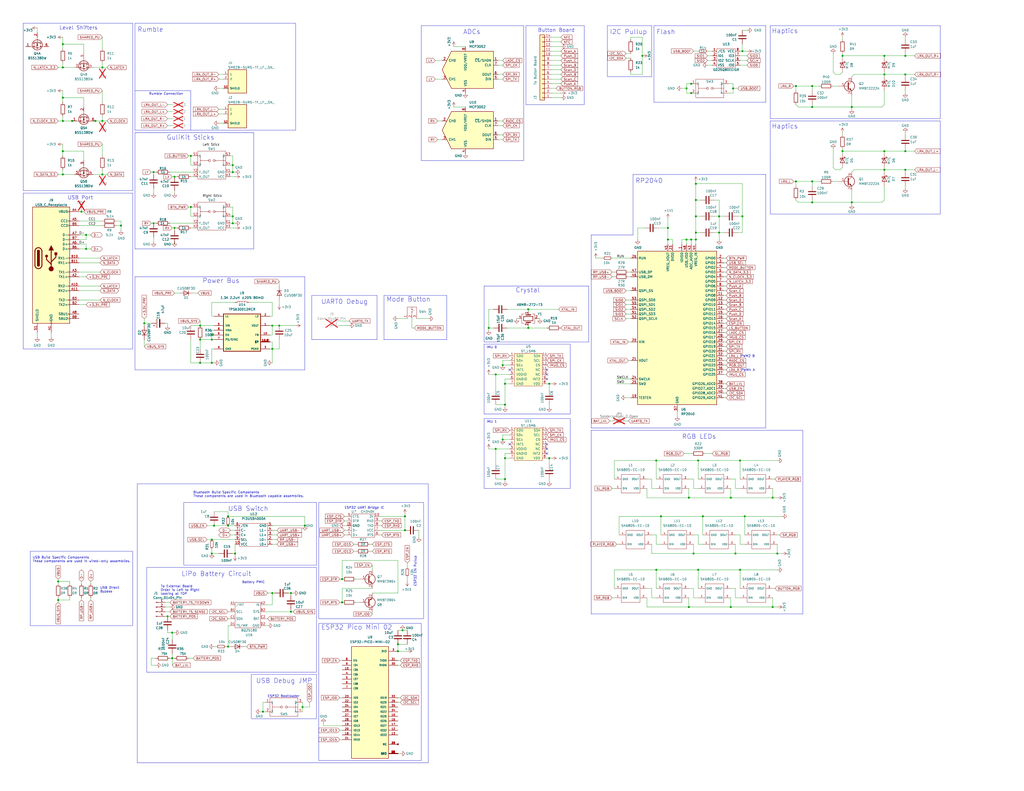
<source format=kicad_sch>
(kicad_sch (version 20231120) (generator "eeschema") (generator_version "8.0")
  (paper "C")
  (title_block (title "ProGCC 3.2 Main Board") (date "2019-12-18") (rev "0.1") (company "HHL") (comment 1 "Designed by Mitch Cairns"))
  (junction (at 115.57 198.12))
  (junction (at 124.46 287.02))
  (junction (at 364.49 124.46))
  (junction (at 39.37 66.04))
  (junction (at 443.23 99.06))
  (junction (at 46.99 128.27))
  (junction (at 400.05 48.26))
  (junction (at 115.57 294.64))
  (junction (at 392.43 118.11))
  (junction (at 403.86 311.15))
  (junction (at 270.51 245.11))
  (junction (at 31.75 327.66))
  (junction (at 434.34 46.99))
  (junction (at 377.19 45.72))
  (junction (at 358.14 311.15))
  (junction (at 459.74 30.48))
  (junction (at 158.75 323.85))
  (junction (at 93.98 345.44))
  (junction (at 95.25 124.46))
  (junction (at 379.73 118.11))
  (junction (at 127 121.92))
  (junction (at 379.73 100.33))
  (junction (at 494.03 30.48))
  (junction (at 482.6 40.64))
  (junction (at 375.92 331.47))
  (junction (at 217.17 355.6))
  (junction (at 115.57 182.88))
  (junction (at 143.51 388.62))
  (junction (at 34.29 95.25))
  (junction (at 364.49 130.81))
  (junction (at 288.29 168.91))
  (junction (at 374.65 130.81))
  (junction (at 379.73 109.22))
  (junction (at 115.57 302.26))
  (junction (at 424.18 302.26))
  (junction (at 392.43 127))
  (junction (at 379.73 130.81))
  (junction (at 46.99 135.89))
  (junction (at 434.34 99.06))
  (junction (at 275.59 209.55))
  (junction (at 401.32 302.26))
  (junction (at 104.14 113.03))
  (junction (at 127 93.98))
  (junction (at 34.29 66.04))
  (junction (at 464.82 110.49))
  (junction (at 109.22 198.12))
  (junction (at 166.37 287.02))
  (junction (at 378.46 302.26))
  (junction (at 377.19 50.8))
  (junction (at 275.59 220.98))
  (junction (at 34.29 24.13))
  (junction (at 127 118.11))
  (junction (at 383.54 281.94))
  (junction (at 186.69 328.93))
  (junction (at 398.78 331.47))
  (junction (at 464.82 58.42))
  (junction (at 375.92 271.78))
  (junction (at 403.86 251.46))
  (junction (at 374.65 48.26))
  (junction (at 494.03 40.64))
  (junction (at 360.68 281.94))
  (junction (at 78.74 176.53))
  (junction (at 482.6 92.71))
  (junction (at 381 311.15))
  (junction (at 443.23 46.99))
  (junction (at 83.82 93.98))
  (junction (at 124.46 353.06))
  (junction (at 31.75 317.5))
  (junction (at 494.03 82.55))
  (junction (at 109.22 177.8))
  (junction (at 109.22 185.42))
  (junction (at 148.59 323.85))
  (junction (at 275.59 250.19))
  (junction (at 494.03 92.71))
  (junction (at 128.27 302.26))
  (junction (at 93.98 359.41))
  (junction (at 266.7 179.07))
  (junction (at 443.23 110.49))
  (junction (at 83.82 121.92))
  (junction (at 377.19 130.81))
  (junction (at 350.52 30.48))
  (junction (at 34.29 36.83))
  (junction (at 104.14 85.09))
  (junction (at 379.73 127))
  (junction (at 406.4 281.94))
  (junction (at 186.69 316.23))
  (junction (at 127 90.17))
  (junction (at 398.78 271.78))
  (junction (at 275.59 261.62))
  (junction (at 116.84 287.02))
  (junction (at 115.57 185.42))
  (junction (at 405.13 118.11))
  (junction (at 91.44 336.55))
  (junction (at 148.59 177.8))
  (junction (at 158.75 334.01))
  (junction (at 270.51 204.47))
  (junction (at 52.07 66.04))
  (junction (at 152.4 177.8))
  (junction (at 95.25 96.52))
  (junction (at 274.32 199.39))
  (junction (at 220.98 281.94))
  (junction (at 482.6 30.48))
  (junction (at 55.88 36.83))
  (junction (at 443.23 58.42))
  (junction (at 148.59 190.5))
  (junction (at 358.14 251.46))
  (junction (at 124.46 281.94))
  (junction (at 421.64 331.47))
  (junction (at 299.72 209.55))
  (junction (at 55.88 95.25))
  (junction (at 299.72 250.19))
  (junction (at 219.71 344.17))
  (junction (at 55.88 66.04))
  (junction (at 482.6 82.55))
  (junction (at 165.1 386.08))
  (junction (at 421.64 271.78))
  (junction (at 44.45 115.57))
  (junction (at 34.29 82.55))
  (junction (at 288.29 179.07))
  (junction (at 217.17 351.79))
  (junction (at 66.04 123.19))
  (junction (at 381 251.46))
  (junction (at 405.13 27.94))
  (junction (at 459.74 82.55))
  (junction (at 220.98 289.56))
  (junction (at 274.32 240.03))
  (junction (at 34.29 53.34))
  (no_connect (at 298.45 242.57))
  (no_connect (at 298.45 204.47))
  (no_connect (at 298.45 245.11))
  (no_connect (at 298.45 207.01))
  (no_connect (at 278.13 242.57))
  (no_connect (at 298.45 201.93))
  (no_connect (at 298.45 247.65))
  (no_connect (at 278.13 201.93))
  (wire (pts (xy 116.84 180.34) (xy 115.57 180.34)))
  (wire (pts (xy 494.03 20.32) (xy 494.03 21.59)))
  (wire (pts (xy 142.24 388.62) (xy 143.51 388.62)))
  (wire (pts (xy 160.02 323.85) (xy 158.75 323.85)))
  (wire (pts (xy 91.44 345.44) (xy 93.98 345.44)))
  (wire (pts (xy 201.93 300.99) (xy 203.2 300.99)))
  (wire (pts (xy 443.23 58.42) (xy 464.82 58.42)))
  (wire (pts (xy 127 118.11) (xy 127 121.92)))
  (wire (pts (xy 55.88 36.83) (xy 58.42 36.83)))
  (wire (pts (xy 152.4 185.42) (xy 152.4 190.5)))
  (wire (pts (xy 455.93 92.71) (xy 458.47 92.71)))
  (wire (pts (xy 217.17 351.79) (xy 217.17 355.6)))
  (wire (pts (xy 127 93.98) (xy 128.27 93.98)))
  (wire (pts (xy 85.09 93.98) (xy 83.82 93.98)))
  (wire (pts (xy 459.74 72.39) (xy 459.74 73.66)))
  (wire (pts (xy 46.99 128.27) (xy 49.53 128.27)))
  (wire (pts (xy 270.51 204.47) (xy 278.13 204.47)))
  (wire (pts (xy 358.14 297.18) (xy 360.68 297.18)))
  (wire (pts (xy 82.55 176.53) (xy 78.74 176.53)))
  (wire (pts (xy 405.13 118.11) (xy 405.13 127)))
  (wire (pts (xy 394.97 184.15) (xy 396.24 184.15)))
  (wire (pts (xy 275.59 250.19) (xy 275.59 261.62)))
  (wire (pts (xy 494.03 81.28) (xy 494.03 82.55)))
  (wire (pts (xy 124.46 279.4) (xy 124.46 281.94)))
  (polyline (pts (xy 322.58 128.27) (xy 322.58 233.68)))
  (wire (pts (xy 426.72 302.26) (xy 424.18 302.26)))
  (wire (pts (xy 401.32 292.1) (xy 403.86 292.1)))
  (wire (pts (xy 459.74 20.32) (xy 459.74 21.59)))
  (wire (pts (xy 217.17 355.6) (xy 222.25 355.6)))
  (wire (pts (xy 44.45 317.5) (xy 44.45 318.77)))
  (wire (pts (xy 394.97 168.91) (xy 396.24 168.91)))
  (wire (pts (xy 369.57 224.79) (xy 369.57 227.33)))
  (wire (pts (xy 104.14 118.11) (xy 105.41 118.11)))
  (wire (pts (xy 381 311.15) (xy 403.86 311.15)))
  (wire (pts (xy 27.94 181.61) (xy 27.94 184.15)))
  (wire (pts (xy 157.48 323.85) (xy 158.75 323.85)))
  (wire (pts (xy 45.72 87.63) (xy 45.72 82.55)))
  (wire (pts (xy 115.57 172.72) (xy 116.84 172.72)))
  (wire (pts (xy 276.86 168.91) (xy 288.29 168.91)))
  (wire (pts (xy 482.6 109.22) (xy 481.33 110.49)))
  (wire (pts (xy 168.91 386.08) (xy 168.91 383.54)))
  (wire (pts (xy 335.28 251.46) (xy 358.14 251.46)))
  (wire (pts (xy 34.29 82.55) (xy 34.29 85.09)))
  (wire (pts (xy 435.61 58.42) (xy 443.23 58.42)))
  (wire (pts (xy 335.28 261.62) (xy 335.28 251.46)))
  (wire (pts (xy 386.08 35.56) (xy 388.62 35.56)))
  (wire (pts (xy 148.59 172.72) (xy 147.32 172.72)))
  (wire (pts (xy 125.73 292.1) (xy 128.27 292.1)))
  (wire (pts (xy 394.97 212.09) (xy 396.24 212.09)))
  (wire (pts (xy 96.52 124.46) (xy 95.25 124.46)))
  (wire (pts (xy 83.82 132.08) (xy 83.82 129.54)))
  (wire (pts (xy 381 251.46) (xy 381 261.62)))
  (wire (pts (xy 464.82 104.14) (xy 464.82 110.49)))
  (wire (pts (xy 384.81 247.65) (xy 388.62 247.65)))
  (polyline (pts (xy 229.87 13.97) (xy 285.75 13.97)))
  (wire (pts (xy 270.51 254) (xy 270.51 245.11)))
  (wire (pts (xy 335.28 148.59) (xy 334.01 148.59)))
  (polyline (pts (xy 311.15 228.6) (xy 311.15 266.7)))
  (wire (pts (xy 353.06 331.47) (xy 353.06 326.39)))
  (wire (pts (xy 124.46 334.01) (xy 125.73 334.01)))
  (wire (pts (xy 46.99 135.89) (xy 49.53 135.89)))
  (wire (pts (xy 341.63 173.99) (xy 344.17 173.99)))
  (wire (pts (xy 95.25 160.02) (xy 97.79 160.02)))
  (wire (pts (xy 55.88 20.32) (xy 55.88 26.67)))
  (wire (pts (xy 344.17 207.01) (xy 336.55 207.01)))
  (wire (pts (xy 217.17 363.22) (xy 218.44 363.22)))
  (wire (pts (xy 43.18 115.57) (xy 44.45 115.57)))
  (wire (pts (xy 63.5 123.19) (xy 66.04 123.19)))
  (wire (pts (xy 270.51 261.62) (xy 275.59 261.62)))
  (wire (pts (xy 394.97 176.53) (xy 396.24 176.53)))
  (wire (pts (xy 275.59 247.65) (xy 278.13 247.65)))
  (wire (pts (xy 31.75 327.66) (xy 31.75 328.93)))
  (wire (pts (xy 344.17 151.13) (xy 342.9 151.13)))
  (wire (pts (xy 104.14 124.46) (xy 105.41 124.46)))
  (wire (pts (xy 454.66 81.28) (xy 454.66 91.44)))
  (wire (pts (xy 358.14 311.15) (xy 358.14 321.31)))
  (wire (pts (xy 91.44 344.17) (xy 91.44 345.44)))
  (polyline (pts (xy 209.55 185.42) (xy 209.55 161.29)))
  (wire (pts (xy 341.63 229.87) (xy 342.9 229.87)))
  (wire (pts (xy 374.65 45.72) (xy 374.65 48.26)))
  (wire (pts (xy 50.8 66.04) (xy 52.07 66.04)))
  (wire (pts (xy 148.59 294.64) (xy 151.13 294.64)))
  (wire (pts (xy 378.46 266.7) (xy 381 266.7)))
  (wire (pts (xy 119.38 48.26) (xy 121.92 48.26)))
  (wire (pts (xy 494.03 49.53) (xy 494.03 50.8)))
  (wire (pts (xy 124.46 353.06) (xy 123.19 353.06)))
  (polyline (pts (xy 72.39 105.41) (xy 72.39 190.5)))
  (polyline (pts (xy 229.87 13.97) (xy 229.87 87.63)))
  (polyline (pts (xy 170.18 161.29) (xy 170.18 185.42)))
  (wire (pts (xy 332.74 229.87) (xy 334.01 229.87)))
  (wire (pts (xy 306.07 30.48) (xy 300.99 30.48)))
  (wire (pts (xy 464.82 58.42) (xy 481.33 58.42)))
  (wire (pts (xy 43.18 163.83) (xy 54.61 163.83)))
  (wire (pts (xy 379.73 127) (xy 379.73 130.81)))
  (wire (pts (xy 50.8 36.83) (xy 55.88 36.83)))
  (wire (pts (xy 355.6 302.26) (xy 355.6 297.18)))
  (wire (pts (xy 269.24 168.91) (xy 266.7 168.91)))
  (wire (pts (xy 494.03 101.6) (xy 494.03 102.87)))
  (wire (pts (xy 355.6 292.1) (xy 358.14 292.1)))
  (wire (pts (xy 341.63 158.75) (xy 344.17 158.75)))
  (wire (pts (xy 95.25 124.46) (xy 93.98 124.46)))
  (wire (pts (xy 394.97 151.13) (xy 396.24 151.13)))
  (wire (pts (xy 43.18 123.19) (xy 55.88 123.19)))
  (wire (pts (xy 398.78 331.47) (xy 375.92 331.47)))
  (wire (pts (xy 482.6 91.44) (xy 482.6 92.71)))
  (wire (pts (xy 109.22 185.42) (xy 115.57 185.42)))
  (wire (pts (xy 34.29 20.32) (xy 34.29 24.13)))
  (wire (pts (xy 275.59 207.01) (xy 278.13 207.01)))
  (wire (pts (xy 433.07 99.06) (xy 434.34 99.06)))
  (wire (pts (xy 271.78 68.58) (xy 274.32 68.58)))
  (wire (pts (xy 203.2 334.01) (xy 203.2 335.28)))
  (wire (pts (xy 394.97 148.59) (xy 396.24 148.59)))
  (polyline (pts (xy 72.39 190.5) (xy 12.7 190.5)))
  (wire (pts (xy 109.22 185.42) (xy 109.22 190.5)))
  (wire (pts (xy 394.97 209.55) (xy 396.24 209.55)))
  (wire (pts (xy 38.1 318.77) (xy 38.1 317.5)))
  (wire (pts (xy 288.29 177.8) (xy 288.29 179.07)))
  (wire (pts (xy 38.1 317.5) (xy 31.75 317.5)))
  (wire (pts (xy 394.97 166.37) (xy 396.24 166.37)))
  (wire (pts (xy 133.35 353.06) (xy 134.62 353.06)))
  (wire (pts (xy 271.78 66.04) (xy 274.32 66.04)))
  (wire (pts (xy 186.69 321.31) (xy 203.2 321.31)))
  (wire (pts (xy 115.57 165.1) (xy 115.57 172.72)))
  (wire (pts (xy 337.82 292.1) (xy 337.82 281.94)))
  (wire (pts (xy 40.64 95.25) (xy 34.29 95.25)))
  (wire (pts (xy 217.17 351.79) (xy 222.25 351.79)))
  (wire (pts (xy 298.45 250.19) (xy 299.72 250.19)))
  (wire (pts (xy 104.14 85.09) (xy 105.41 85.09)))
  (wire (pts (xy 482.6 92.71) (xy 494.03 92.71)))
  (wire (pts (xy 306.07 35.56) (xy 300.99 35.56)))
  (polyline (pts (xy 205.74 185.42) (xy 205.74 161.29)))
  (wire (pts (xy 92.71 93.98) (xy 105.41 93.98)))
  (polyline (pts (xy 513.08 66.04) (xy 513.08 116.84)))
  (wire (pts (xy 135.89 165.1) (xy 148.59 165.1)))
  (wire (pts (xy 459.74 82.55) (xy 482.6 82.55)))
  (wire (pts (xy 306.07 38.1) (xy 300.99 38.1)))
  (wire (pts (xy 306.07 40.64) (xy 300.99 40.64)))
  (wire (pts (xy 364.49 119.38) (xy 364.49 124.46)))
  (wire (pts (xy 288.29 170.18) (xy 288.29 168.91)))
  (wire (pts (xy 394.97 171.45) (xy 396.24 171.45)))
  (polyline (pts (xy 170.18 185.42) (xy 205.74 185.42)))
  (wire (pts (xy 355.6 321.31) (xy 355.6 326.39)))
  (wire (pts (xy 43.18 156.21) (xy 54.61 156.21)))
  (wire (pts (xy 158.75 334.01) (xy 160.02 334.01)))
  (polyline (pts (xy 322.58 234.95) (xy 322.58 335.28)))
  (wire (pts (xy 115.57 190.5) (xy 116.84 190.5)))
  (wire (pts (xy 50.8 95.25) (xy 55.88 95.25)))
  (wire (pts (xy 113.03 287.02) (xy 116.84 287.02)))
  (wire (pts (xy 144.78 337.82) (xy 146.05 337.82)))
  (wire (pts (xy 389.89 118.11) (xy 392.43 118.11)))
  (wire (pts (xy 459.74 29.21) (xy 459.74 30.48)))
  (wire (pts (xy 454.66 99.06) (xy 457.2 99.06)))
  (wire (pts (xy 148.59 292.1) (xy 151.13 292.1)))
  (wire (pts (xy 401.32 302.26) (xy 378.46 302.26)))
  (wire (pts (xy 341.63 171.45) (xy 344.17 171.45)))
  (wire (pts (xy 46.99 130.81) (xy 46.99 128.27)))
  (wire (pts (xy 43.18 133.35) (xy 46.99 133.35)))
  (wire (pts (xy 144.78 330.2) (xy 148.59 330.2)))
  (wire (pts (xy 459.74 81.28) (xy 459.74 82.55)))
  (wire (pts (xy 378.46 302.26) (xy 378.46 297.18)))
  (wire (pts (xy 217.17 383.54) (xy 218.44 383.54)))
  (wire (pts (xy 378.46 321.31) (xy 378.46 326.39)))
  (wire (pts (xy 494.03 40.64) (xy 494.03 41.91)))
  (wire (pts (xy 55.88 95.25) (xy 58.42 95.25)))
  (wire (pts (xy 187.96 289.56) (xy 189.23 289.56)))
  (wire (pts (xy 66.04 123.19) (xy 66.04 125.73)))
  (polyline (pts (xy 73.66 151.13) (xy 166.37 151.13)))
  (polyline (pts (xy 318.77 13.97) (xy 318.77 57.15)))
  (wire (pts (xy 278.13 196.85) (xy 274.32 196.85)))
  (wire (pts (xy 303.53 48.26) (xy 300.99 48.26)))
  (wire (pts (xy 90.17 331.47) (xy 92.71 331.47)))
  (wire (pts (xy 222.25 314.96) (xy 222.25 317.5)))
  (wire (pts (xy 394.97 186.69) (xy 396.24 186.69)))
  (polyline (pts (xy 345.44 95.25) (xy 345.44 128.27)))
  (wire (pts (xy 104.14 90.17) (xy 105.41 90.17)))
  (wire (pts (xy 31.75 317.5) (xy 31.75 318.77)))
  (wire (pts (xy 278.13 237.49) (xy 274.32 237.49)))
  (wire (pts (xy 46.99 133.35) (xy 46.99 135.89)))
  (wire (pts (xy 454.66 29.21) (xy 454.66 39.37)))
  (wire (pts (xy 34.29 36.83) (xy 34.29 34.29)))
  (wire (pts (xy 124.46 287.02) (xy 128.27 287.02)))
  (wire (pts (xy 392.43 109.22) (xy 392.43 118.11)))
  (polyline (pts (xy 321.31 156.21) (xy 321.31 185.42)))
  (polyline (pts (xy 513.08 116.84) (xy 420.37 116.84)))
  (wire (pts (xy 49.53 317.5) (xy 49.53 318.77)))
  (wire (pts (xy 115.57 198.12) (xy 116.84 198.12)))
  (wire (pts (xy 115.57 190.5) (xy 115.57 198.12)))
  (polyline (pts (xy 73.66 12.7) (xy 161.29 12.7)))
  (wire (pts (xy 403.86 27.94) (xy 405.13 27.94)))
  (wire (pts (xy 482.6 40.64) (xy 494.03 40.64)))
  (wire (pts (xy 421.64 261.62) (xy 422.91 261.62)))
  (wire (pts (xy 113.03 294.64) (xy 115.57 294.64)))
  (wire (pts (xy 306.07 43.18) (xy 300.99 43.18)))
  (wire (pts (xy 185.42 175.26) (xy 190.5 175.26)))
  (wire (pts (xy 403.86 33.02) (xy 407.67 33.02)))
  (wire (pts (xy 482.6 57.15) (xy 481.33 58.42)))
  (wire (pts (xy 358.14 251.46) (xy 358.14 261.62)))
  (wire (pts (xy 482.6 82.55) (xy 494.03 82.55)))
  (wire (pts (xy 44.45 115.57) (xy 45.72 115.57)))
  (polyline (pts (xy 166.37 201.93) (xy 73.66 201.93)))
  (wire (pts (xy 394.97 189.23) (xy 396.24 189.23)))
  (wire (pts (xy 464.82 58.42) (xy 464.82 59.69)))
  (wire (pts (xy 358.14 251.46) (xy 381 251.46)))
  (wire (pts (xy 403.86 311.15) (xy 424.18 311.15)))
  (polyline (pts (xy 318.77 57.15) (xy 287.02 57.15)))
  (wire (pts (xy 351.79 124.46) (xy 347.98 124.46)))
  (wire (pts (xy 31.75 66.04) (xy 34.29 66.04)))
  (wire (pts (xy 217.17 381) (xy 218.44 381)))
  (wire (pts (xy 275.59 209.55) (xy 278.13 209.55)))
  (wire (pts (xy 270.51 245.11) (xy 278.13 245.11)))
  (wire (pts (xy 152.4 177.8) (xy 161.29 177.8)))
  (wire (pts (xy 144.78 334.01) (xy 158.75 334.01)))
  (wire (pts (xy 482.6 40.64) (xy 482.6 41.91)))
  (wire (pts (xy 306.07 33.02) (xy 300.99 33.02)))
  (polyline (pts (xy 287.02 13.97) (xy 287.02 57.15)))
  (wire (pts (xy 406.4 281.94) (xy 426.72 281.94)))
  (wire (pts (xy 125.73 341.63) (xy 124.46 341.63)))
  (wire (pts (xy 40.64 66.04) (xy 39.37 66.04)))
  (wire (pts (xy 379.73 127) (xy 382.27 127)))
  (wire (pts (xy 34.29 24.13) (xy 34.29 26.67)))
  (wire (pts (xy 392.43 127) (xy 392.43 130.81)))
  (wire (pts (xy 152.4 163.83) (xy 152.4 166.37)))
  (wire (pts (xy 341.63 217.17) (xy 344.17 217.17)))
  (wire (pts (xy 405.13 100.33) (xy 405.13 118.11)))
  (wire (pts (xy 274.32 237.49) (xy 274.32 240.03)))
  (wire (pts (xy 381 292.1) (xy 381 297.18)))
  (wire (pts (xy 274.32 240.03) (xy 278.13 240.03)))
  (wire (pts (xy 403.86 297.18) (xy 406.4 297.18)))
  (polyline (pts (xy 420.37 31.75) (xy 420.37 13.97)))
  (wire (pts (xy 386.08 30.48) (xy 388.62 30.48)))
  (wire (pts (xy 383.54 281.94) (xy 406.4 281.94)))
  (wire (pts (xy 482.6 30.48) (xy 494.03 30.48)))
  (wire (pts (xy 378.46 326.39) (xy 381 326.39)))
  (wire (pts (xy 394.97 158.75) (xy 396.24 158.75)))
  (wire (pts (xy 148.59 186.69) (xy 147.32 186.69)))
  (wire (pts (xy 334.01 326.39) (xy 335.28 326.39)))
  (wire (pts (xy 288.29 168.91) (xy 304.8 168.91)))
  (wire (pts (xy 389.89 109.22) (xy 392.43 109.22)))
  (wire (pts (xy 143.51 383.54) (xy 143.51 388.62)))
  (wire (pts (xy 347.98 124.46) (xy 347.98 130.81)))
  (polyline (pts (xy 264.16 156.21) (xy 264.16 186.69)))
  (polyline (pts (xy 513.08 13.97) (xy 513.08 64.77)))
  (polyline (pts (xy 73.66 173.99) (xy 73.66 151.13)))
  (wire (pts (xy 247.65 58.42) (xy 254 58.42)))
  (wire (pts (xy 394.97 196.85) (xy 396.24 196.85)))
  (wire (pts (xy 148.59 323.85) (xy 149.86 323.85)))
  (wire (pts (xy 207.01 292.1) (xy 208.28 292.1)))
  (wire (pts (xy 482.6 82.55) (xy 482.6 83.82)))
  (wire (pts (xy 377.19 50.8) (xy 374.65 50.8)))
  (wire (pts (xy 55.88 95.25) (xy 55.88 92.71)))
  (wire (pts (xy 217.17 360.68) (xy 218.44 360.68)))
  (wire (pts (xy 400.05 45.72) (xy 400.05 48.26)))
  (wire (pts (xy 398.78 331.47) (xy 398.78 326.39)))
  (wire (pts (xy 344.17 39.37) (xy 344.17 40.64)))
  (wire (pts (xy 443.23 46.99) (xy 447.04 46.99)))
  (wire (pts (xy 85.09 363.22) (xy 82.55 363.22)))
  (wire (pts (xy 266.7 179.07) (xy 266.7 180.34)))
  (wire (pts (xy 237.49 43.18) (xy 241.3 43.18)))
  (polyline (pts (xy 417.83 55.88) (xy 356.87 55.88)))
  (wire (pts (xy 119.38 59.69) (xy 121.92 59.69)))
  (wire (pts (xy 466.09 92.71) (xy 482.6 92.71)))
  (wire (pts (xy 421.64 321.31) (xy 422.91 321.31)))
  (wire (pts (xy 185.42 316.23) (xy 186.69 316.23)))
  (wire (pts (xy 424.18 292.1) (xy 425.45 292.1)))
  (wire (pts (xy 43.18 130.81) (xy 46.99 130.81)))
  (wire (pts (xy 207.01 281.94) (xy 220.98 281.94)))
  (polyline (pts (xy 300.99 186.69) (xy 321.31 186.69)))
  (wire (pts (xy 266.7 168.91) (xy 266.7 179.07)))
  (wire (pts (xy 398.78 261.62) (xy 401.32 261.62)))
  (wire (pts (xy 405.13 100.33) (xy 379.73 100.33)))
  (wire (pts (xy 78.74 185.42) (xy 78.74 189.23)))
  (polyline (pts (xy 438.15 234.95) (xy 438.15 335.28)))
  (wire (pts (xy 275.59 250.19) (xy 278.13 250.19)))
  (wire (pts (xy 334.01 266.7) (xy 335.28 266.7)))
  (wire (pts (xy 238.76 66.04) (xy 241.3 66.04)))
  (wire (pts (xy 394.97 140.97) (xy 396.24 140.97)))
  (wire (pts (xy 185.42 398.78) (xy 186.69 398.78)))
  (wire (pts (xy 104.14 198.12) (xy 109.22 198.12)))
  (wire (pts (xy 494.03 40.64) (xy 499.11 40.64)))
  (wire (pts (xy 379.73 109.22) (xy 379.73 118.11)))
  (wire (pts (xy 207.01 284.48) (xy 208.28 284.48)))
  (wire (pts (xy 374.65 130.81) (xy 377.19 130.81)))
  (wire (pts (xy 341.63 29.21) (xy 344.17 29.21)))
  (polyline (pts (xy 243.84 161.29) (xy 209.55 161.29)))
  (wire (pts (xy 434.34 46.99) (xy 443.23 46.99)))
  (wire (pts (xy 128.27 165.1) (xy 115.57 165.1)))
  (wire (pts (xy 306.07 22.86) (xy 300.99 22.86)))
  (wire (pts (xy 201.93 297.18) (xy 203.2 297.18)))
  (wire (pts (xy 217.17 344.17) (xy 219.71 344.17)))
  (wire (pts (xy 374.65 130.81) (xy 374.65 133.35)))
  (polyline (pts (xy 73.66 135.89) (xy 73.66 72.39)))
  (wire (pts (xy 271.78 35.56) (xy 274.32 35.56)))
  (polyline (pts (xy 417.83 13.97) (xy 417.83 55.88)))
  (wire (pts (xy 379.73 118.11) (xy 379.73 127)))
  (wire (pts (xy 165.1 383.54) (xy 165.1 386.08)))
  (wire (pts (xy 392.43 118.11) (xy 392.43 127)))
  (wire (pts (xy 378.46 50.8) (xy 377.19 50.8)))
  (wire (pts (xy 394.97 179.07) (xy 396.24 179.07)))
  (wire (pts (xy 299.72 261.62) (xy 299.72 262.89)))
  (wire (pts (xy 274.32 199.39) (xy 278.13 199.39)))
  (wire (pts (xy 459.74 39.37) (xy 458.47 40.64)))
  (wire (pts (xy 96.52 96.52) (xy 95.25 96.52)))
  (wire (pts (xy 104.14 96.52) (xy 105.41 96.52)))
  (wire (pts (xy 31.75 316.23) (xy 31.75 317.5)))
  (wire (pts (xy 125.73 289.56) (xy 128.27 289.56)))
  (wire (pts (xy 217.17 411.48) (xy 218.44 411.48)))
  (wire (pts (xy 454.66 46.99) (xy 457.2 46.99)))
  (wire (pts (xy 187.96 284.48) (xy 189.23 284.48)))
  (wire (pts (xy 433.07 46.99) (xy 434.34 46.99)))
  (wire (pts (xy 55.88 78.74) (xy 55.88 85.09)))
  (wire (pts (xy 95.25 96.52) (xy 93.98 96.52)))
  (wire (pts (xy 55.88 36.83) (xy 55.88 34.29)))
  (wire (pts (xy 271.78 40.64) (xy 274.32 40.64)))
  (wire (pts (xy 379.73 99.06) (xy 379.73 100.33)))
  (wire (pts (xy 394.97 181.61) (xy 396.24 181.61)))
  (wire (pts (xy 143.51 388.62) (xy 144.78 388.62)))
  (polyline (pts (xy 73.66 49.53) (xy 104.14 49.53)))
  (wire (pts (xy 237.49 33.02) (xy 241.3 33.02)))
  (wire (pts (xy 394.97 214.63) (xy 396.24 214.63)))
  (wire (pts (xy 344.17 209.55) (xy 336.55 209.55)))
  (polyline (pts (xy 264.16 187.96) (xy 264.16 226.06)))
  (wire (pts (xy 401.32 326.39) (xy 403.86 326.39)))
  (wire (pts (xy 342.9 186.69) (xy 344.17 186.69)))
  (wire (pts (xy 378.46 45.72) (xy 377.19 45.72)))
  (wire (pts (xy 355.6 266.7) (xy 358.14 266.7)))
  (wire (pts (xy 405.13 27.94) (xy 407.67 27.94)))
  (wire (pts (xy 127 113.03) (xy 127 118.11)))
  (wire (pts (xy 90.17 336.55) (xy 91.44 336.55)))
  (wire (pts (xy 269.24 179.07) (xy 266.7 179.07)))
  (wire (pts (xy 494.03 92.71) (xy 494.03 93.98)))
  (wire (pts (xy 364.49 130.81) (xy 364.49 133.35)))
  (wire (pts (xy 375.92 271.78) (xy 353.06 271.78)))
  (wire (pts (xy 375.92 331.47) (xy 353.06 331.47)))
  (wire (pts (xy 193.04 300.99) (xy 194.31 300.99)))
  (wire (pts (xy 383.54 281.94) (xy 383.54 292.1)))
  (wire (pts (xy 38.1 326.39) (xy 38.1 327.66)))
  (wire (pts (xy 91.44 177.8) (xy 91.44 176.53)))
  (wire (pts (xy 83.82 102.87) (xy 83.82 105.41)))
  (polyline (pts (xy 73.66 72.39) (xy 138.43 72.39)))
  (polyline (pts (xy 264.16 228.6) (xy 264.16 266.7)))
  (wire (pts (xy 148.59 165.1) (xy 148.59 172.72)))
  (wire (pts (xy 434.34 57.15) (xy 435.61 58.42)))
  (wire (pts (xy 355.6 261.62) (xy 355.6 266.7)))
  (wire (pts (xy 38.1 327.66) (xy 31.75 327.66)))
  (polyline (pts (xy 420.37 13.97) (xy 513.08 13.97)))
  (wire (pts (xy 344.17 148.59) (xy 342.9 148.59)))
  (wire (pts (xy 152.4 153.67) (xy 152.4 156.21)))
  (wire (pts (xy 93.98 349.25) (xy 93.98 345.44)))
  (wire (pts (xy 405.13 127) (xy 402.59 127)))
  (wire (pts (xy 43.18 151.13) (xy 46.99 151.13)))
  (wire (pts (xy 55.88 49.53) (xy 55.88 55.88)))
  (wire (pts (xy 350.52 40.64) (xy 350.52 30.48)))
  (wire (pts (xy 350.52 20.32) (xy 350.52 30.48)))
  (wire (pts (xy 93.98 356.87) (xy 93.98 359.41)))
  (wire (pts (xy 228.6 293.37) (xy 228.6 289.56)))
  (polyline (pts (xy 73.66 173.99) (xy 73.66 201.93)))
  (wire (pts (xy 109.22 175.26) (xy 109.22 177.8)))
  (wire (pts (xy 300.99 50.8) (xy 306.07 50.8)))
  (wire (pts (xy 91.44 68.58) (xy 93.98 68.58)))
  (wire (pts (xy 335.28 311.15) (xy 358.14 311.15)))
  (wire (pts (xy 394.97 217.17) (xy 396.24 217.17)))
  (wire (pts (xy 148.59 186.69) (xy 148.59 190.5)))
  (wire (pts (xy 125.73 121.92) (xy 127 121.92)))
  (wire (pts (xy 85.09 121.92) (xy 83.82 121.92)))
  (wire (pts (xy 247.65 25.4) (xy 254 25.4)))
  (wire (pts (xy 443.23 110.49) (xy 464.82 110.49)))
  (wire (pts (xy 43.18 128.27) (xy 46.99 128.27)))
  (wire (pts (xy 494.03 82.55) (xy 499.11 82.55)))
  (wire (pts (xy 300.99 53.34) (xy 306.07 53.34)))
  (wire (pts (xy 443.23 57.15) (xy 443.23 58.42)))
  (wire (pts (xy 464.82 93.98) (xy 466.09 92.71)))
  (wire (pts (xy 378.46 292.1) (xy 381 292.1)))
  (wire (pts (xy 43.18 158.75) (xy 54.61 158.75)))
  (wire (pts (xy 220.98 289.56) (xy 220.98 281.94)))
  (wire (pts (xy 402.59 118.11) (xy 405.13 118.11)))
  (wire (pts (xy 148.59 323.85) (xy 148.59 330.2)))
  (wire (pts (xy 43.18 166.37) (xy 46.99 166.37)))
  (wire (pts (xy 152.4 190.5) (xy 148.59 190.5)))
  (wire (pts (xy 275.59 207.01) (xy 275.59 209.55)))
  (wire (pts (xy 226.06 179.07) (xy 224.79 179.07)))
  (wire (pts (xy 185.42 177.8) (xy 190.5 177.8)))
  (wire (pts (xy 227.33 173.99) (xy 233.68 173.99)))
  (wire (pts (xy 185.42 403.86) (xy 186.69 403.86)))
  (wire (pts (xy 378.46 261.62) (xy 378.46 266.7)))
  (wire (pts (xy 116.84 287.02) (xy 124.46 287.02)))
  (wire (pts (xy 194.31 328.93) (xy 195.58 328.93)))
  (wire (pts (xy 372.11 130.81) (xy 374.65 130.81)))
  (wire (pts (xy 82.55 363.22) (xy 82.55 359.41)))
  (wire (pts (xy 144.78 341.63) (xy 146.05 341.63)))
  (wire (pts (xy 353.06 321.31) (xy 355.6 321.31)))
  (wire (pts (xy 288.29 179.07) (xy 298.45 179.07)))
  (wire (pts (xy 341.63 168.91) (xy 344.17 168.91)))
  (wire (pts (xy 116.84 353.06) (xy 118.11 353.06)))
  (wire (pts (xy 217.17 323.85) (xy 217.17 306.07)))
  (wire (pts (xy 158.75 332.74) (xy 158.75 334.01)))
  (wire (pts (xy 176.53 396.24) (xy 176.53 394.97)))
  (wire (pts (xy 459.74 30.48) (xy 459.74 31.75)))
  (wire (pts (xy 93.98 363.22) (xy 93.98 359.41)))
  (wire (pts (xy 494.03 29.21) (xy 494.03 30.48)))
  (wire (pts (xy 66.04 120.65) (xy 66.04 123.19)))
  (wire (pts (xy 125.73 113.03) (xy 127 113.03)))
  (wire (pts (xy 377.19 45.72) (xy 374.65 45.72)))
  (wire (pts (xy 238.76 76.2) (xy 241.3 76.2)))
  (wire (pts (xy 166.37 281.94) (xy 166.37 287.02)))
  (wire (pts (xy 434.34 109.22) (xy 435.61 110.49)))
  (polyline (pts (xy 513.08 64.77) (xy 420.37 64.77)))
  (wire (pts (xy 372.11 48.26) (xy 374.65 48.26)))
  (wire (pts (xy 104.14 85.09) (xy 104.14 90.17)))
  (wire (pts (xy 375.92 261.62) (xy 378.46 261.62)))
  (wire (pts (xy 373.38 247.65) (xy 377.19 247.65)))
  (wire (pts (xy 375.92 321.31) (xy 378.46 321.31)))
  (wire (pts (xy 127 302.26) (xy 128.27 302.26)))
  (wire (pts (xy 344.17 40.64) (xy 350.52 40.64)))
  (wire (pts (xy 398.78 271.78) (xy 398.78 266.7)))
  (wire (pts (xy 398.78 271.78) (xy 375.92 271.78)))
  (wire (pts (xy 115.57 185.42) (xy 116.84 185.42)))
  (wire (pts (xy 394.97 163.83) (xy 396.24 163.83)))
  (polyline (pts (xy 209.55 185.42) (xy 243.84 185.42)))
  (polyline (pts (xy 356.87 13.97) (xy 356.87 55.88)))
  (wire (pts (xy 102.87 113.03) (xy 104.14 113.03)))
  (wire (pts (xy 45.72 53.34) (xy 34.29 53.34)))
  (polyline (pts (xy 322.58 128.27) (xy 345.44 128.27)))
  (wire (pts (xy 127 121.92) (xy 128.27 121.92)))
  (wire (pts (xy 378.46 27.94) (xy 381 27.94)))
  (wire (pts (xy 464.82 52.07) (xy 464.82 58.42)))
  (polyline (pts (xy 73.66 135.89) (xy 138.43 135.89)))
  (polyline (pts (xy 12.7 105.41) (xy 72.39 105.41)))
  (wire (pts (xy 148.59 177.8) (xy 152.4 177.8)))
  (wire (pts (xy 400.05 50.8) (xy 400.05 48.26)))
  (wire (pts (xy 306.07 45.72) (xy 300.99 45.72)))
  (wire (pts (xy 147.32 177.8) (xy 148.59 177.8)))
  (wire (pts (xy 482.6 101.6) (xy 482.6 109.22)))
  (wire (pts (xy 119.38 43.18) (xy 121.92 43.18)))
  (wire (pts (xy 394.97 153.67) (xy 396.24 153.67)))
  (polyline (pts (xy 438.15 335.28) (xy 322.58 335.28)))
  (wire (pts (xy 187.96 292.1) (xy 189.23 292.1)))
  (wire (pts (xy 464.82 110.49) (xy 464.82 111.76)))
  (wire (pts (xy 353.06 271.78) (xy 353.06 266.7)))
  (wire (pts (xy 45.72 29.21) (xy 45.72 24.13)))
  (wire (pts (xy 222.25 307.34) (xy 222.25 309.88)))
  (wire (pts (xy 299.72 250.19) (xy 300.99 250.19)))
  (wire (pts (xy 424.18 302.26) (xy 401.32 302.26)))
  (wire (pts (xy 379.73 130.81) (xy 379.73 133.35)))
  (wire (pts (xy 125.73 96.52) (xy 128.27 96.52)))
  (wire (pts (xy 459.74 30.48) (xy 482.6 30.48)))
  (wire (pts (xy 63.5 120.65) (xy 66.04 120.65)))
  (wire (pts (xy 401.32 261.62) (xy 401.32 266.7)))
  (wire (pts (xy 115.57 294.64) (xy 128.27 294.64)))
  (wire (pts (xy 187.96 281.94) (xy 189.23 281.94)))
  (wire (pts (xy 207.01 289.56) (xy 220.98 289.56)))
  (wire (pts (xy 394.97 194.31) (xy 396.24 194.31)))
  (wire (pts (xy 158.75 323.85) (xy 158.75 325.12)))
  (wire (pts (xy 299.72 209.55) (xy 300.99 209.55)))
  (polyline (pts (xy 356.87 13.97) (xy 417.83 13.97)))
  (wire (pts (xy 398.78 321.31) (xy 401.32 321.31)))
  (wire (pts (xy 95.25 105.41) (xy 95.25 104.14)))
  (wire (pts (xy 377.19 130.81) (xy 379.73 130.81)))
  (wire (pts (xy 83.82 93.98) (xy 82.55 93.98)))
  (polyline (pts (xy 243.84 185.42) (xy 243.84 161.29)))
  (wire (pts (xy 104.14 177.8) (xy 109.22 177.8)))
  (wire (pts (xy 220.98 280.67) (xy 220.98 281.94)))
  (wire (pts (xy 494.03 72.39) (xy 494.03 73.66)))
  (polyline (pts (xy 420.37 83.82) (xy 420.37 116.84)))
  (wire (pts (xy 104.14 113.03) (xy 104.14 118.11)))
  (wire (pts (xy 405.13 16.51) (xy 407.67 16.51)))
  (wire (pts (xy 455.93 92.71) (xy 454.66 91.44)))
  (polyline (pts (xy 264.16 187.96) (xy 311.15 187.96)))
  (wire (pts (xy 40.64 36.83) (xy 34.29 36.83)))
  (wire (pts (xy 306.07 27.94) (xy 300.99 27.94)))
  (wire (pts (xy 341.63 163.83) (xy 344.17 163.83)))
  (wire (pts (xy 266.7 204.47) (xy 270.51 204.47)))
  (wire (pts (xy 224.79 173.99) (xy 224.79 179.07)))
  (wire (pts (xy 424.18 331.47) (xy 421.64 331.47)))
  (wire (pts (xy 375.92 331.47) (xy 375.92 326.39)))
  (wire (pts (xy 266.7 245.11) (xy 270.51 245.11)))
  (wire (pts (xy 83.82 95.25) (xy 83.82 93.98)))
  (wire (pts (xy 119.38 67.31) (xy 121.92 67.31)))
  (wire (pts (xy 382.27 109.22) (xy 379.73 109.22)))
  (wire (pts (xy 494.03 92.71) (xy 499.11 92.71)))
  (wire (pts (xy 443.23 99.06) (xy 447.04 99.06)))
  (wire (pts (xy 494.03 30.48) (xy 499.11 30.48)))
  (wire (pts (xy 392.43 127) (xy 389.89 127)))
  (wire (pts (xy 203.2 323.85) (xy 217.17 323.85)))
  (wire (pts (xy 394.97 204.47) (xy 396.24 204.47)))
  (wire (pts (xy 434.34 99.06) (xy 434.34 101.6)))
  (wire (pts (xy 127 118.11) (xy 125.73 118.11)))
  (wire (pts (xy 207.01 287.02) (xy 208.28 287.02)))
  (wire (pts (xy 421.64 331.47) (xy 398.78 331.47)))
  (wire (pts (xy 394.97 146.05) (xy 396.24 146.05)))
  (wire (pts (xy 119.38 62.23) (xy 121.92 62.23)))
  (wire (pts (xy 482.6 49.53) (xy 482.6 57.15)))
  (wire (pts (xy 275.59 209.55) (xy 275.59 220.98)))
  (wire (pts (xy 394.97 201.93) (xy 396.24 201.93)))
  (wire (pts (xy 336.55 297.18) (xy 337.82 297.18)))
  (wire (pts (xy 403.86 35.56) (xy 407.67 35.56)))
  (wire (pts (xy 298.45 209.55) (xy 299.72 209.55)))
  (wire (pts (xy 93.98 345.44) (xy 95.25 345.44)))
  (wire (pts (xy 374.65 50.8) (xy 374.65 48.26)))
  (wire (pts (xy 148.59 289.56) (xy 151.13 289.56)))
  (wire (pts (xy 400.05 48.26) (xy 402.59 48.26)))
  (wire (pts (xy 381 251.46) (xy 403.86 251.46)))
  (polyline (pts (xy 166.37 151.13) (xy 166.37 201.93)))
  (wire (pts (xy 148.59 297.18) (xy 151.13 297.18)))
  (wire (pts (xy 386.08 27.94) (xy 388.62 27.94)))
  (wire (pts (xy 49.53 326.39) (xy 49.53 327.66)))
  (wire (pts (xy 165.1 386.08) (xy 165.1 388.62)))
  (wire (pts (xy 20.32 15.24) (xy 20.32 17.78)))
  (wire (pts (xy 271.78 73.66) (xy 274.32 73.66)))
  (wire (pts (xy 464.82 41.91) (xy 466.09 40.64)))
  (wire (pts (xy 148.59 190.5) (xy 147.32 190.5)))
  (polyline (pts (xy 417.83 95.25) (xy 345.44 95.25)))
  (wire (pts (xy 270.51 220.98) (xy 275.59 220.98)))
  (wire (pts (xy 185.42 381) (xy 186.69 381)))
  (wire (pts (xy 146.05 323.85) (xy 148.59 323.85)))
  (wire (pts (xy 482.6 92.71) (xy 482.6 93.98)))
  (wire (pts (xy 109.22 177.8) (xy 116.84 177.8)))
  (wire (pts (xy 34.29 66.04) (xy 34.29 63.5)))
  (polyline (pts (xy 420.37 31.75) (xy 420.37 64.77)))
  (polyline (pts (xy 321.31 185.42) (xy 321.31 186.69)))
  (wire (pts (xy 403.86 30.48) (xy 407.67 30.48)))
  (wire (pts (xy 115.57 302.26) (xy 119.38 302.26)))
  (polyline (pts (xy 287.02 13.97) (xy 318.77 13.97)))
  (wire (pts (xy 91.44 57.15) (xy 93.98 57.15)))
  (wire (pts (xy 91.44 176.53) (xy 90.17 176.53)))
  (wire (pts (xy 102.87 85.09) (xy 104.14 85.09)))
  (wire (pts (xy 434.34 99.06) (xy 443.23 99.06)))
  (wire (pts (xy 401.32 266.7) (xy 403.86 266.7)))
  (wire (pts (xy 364.49 124.46) (xy 364.49 130.81)))
  (wire (pts (xy 394.97 199.39) (xy 396.24 199.39)))
  (wire (pts (xy 93.98 359.41) (xy 92.71 359.41)))
  (wire (pts (xy 306.07 20.32) (xy 300.99 20.32)))
  (wire (pts (xy 364.49 130.81) (xy 367.03 130.81)))
  (wire (pts (xy 421.64 331.47) (xy 421.64 326.39)))
  (wire (pts (xy 102.87 359.41) (xy 105.41 359.41)))
  (wire (pts (xy 299.72 209.55) (xy 299.72 213.36)))
  (wire (pts (xy 52.07 66.04) (xy 55.88 66.04)))
  (polyline (pts (xy 205.74 161.29) (xy 170.18 161.29)))
  (wire (pts (xy 186.69 396.24) (xy 176.53 396.24)))
  (wire (pts (xy 148.59 287.02) (xy 166.37 287.02)))
  (wire (pts (xy 20.32 181.61) (xy 20.32 184.15)))
  (wire (pts (xy 43.18 120.65) (xy 55.88 120.65)))
  (wire (pts (xy 482.6 39.37) (xy 482.6 40.64)))
  (polyline (pts (xy 285.75 87.63) (xy 229.87 87.63)))
  (wire (pts (xy 353.06 261.62) (xy 355.6 261.62)))
  (wire (pts (xy 165.1 386.08) (xy 168.91 386.08)))
  (wire (pts (xy 335.28 151.13) (xy 334.01 151.13)))
  (wire (pts (xy 325.12 140.97) (xy 328.93 140.97)))
  (wire (pts (xy 104.14 113.03) (xy 105.41 113.03)))
  (wire (pts (xy 34.29 78.74) (xy 34.29 82.55)))
  (wire (pts (xy 43.18 143.51) (xy 54.61 143.51)))
  (wire (pts (xy 375.92 271.78) (xy 375.92 266.7)))
  (polyline (pts (xy 264.16 228.6) (xy 311.15 228.6)))
  (wire (pts (xy 127 90.17) (xy 127 85.09)))
  (wire (pts (xy 78.74 173.99) (xy 78.74 176.53)))
  (polyline (pts (xy 264.16 156.21) (xy 321.31 156.21)))
  (wire (pts (xy 43.18 148.59) (xy 54.61 148.59)))
  (wire (pts (xy 217.17 306.07) (xy 186.69 306.07)))
  (polyline (pts (xy 420.37 66.04) (xy 513.08 66.04)))
  (polyline (pts (xy 420.37 83.82) (xy 420.37 66.04)))
  (wire (pts (xy 193.04 297.18) (xy 194.31 297.18)))
  (wire (pts (xy 271.78 76.2) (xy 274.32 76.2)))
  (polyline (pts (xy 73.66 38.1) (xy 73.66 12.7)))
  (wire (pts (xy 55.88 66.04) (xy 58.42 66.04)))
  (wire (pts (xy 459.74 91.44) (xy 458.47 92.71)))
  (polyline (pts (xy 322.58 233.68) (xy 417.83 233.68)))
  (wire (pts (xy 187.96 287.02) (xy 189.23 287.02)))
  (wire (pts (xy 91.44 60.96) (xy 93.98 60.96)))
  (wire (pts (xy 372.11 133.35) (xy 372.11 130.81)))
  (wire (pts (xy 115.57 182.88) (xy 115.57 185.42)))
  (wire (pts (xy 443.23 109.22) (xy 443.23 110.49)))
  (wire (pts (xy 403.86 311.15) (xy 403.86 321.31)))
  (wire (pts (xy 401.32 302.26) (xy 401.32 297.18)))
  (wire (pts (xy 45.72 58.42) (xy 45.72 53.34)))
  (wire (pts (xy 392.43 118.11) (xy 394.97 118.11)))
  (wire (pts (xy 360.68 281.94) (xy 360.68 292.1)))
  (wire (pts (xy 403.86 292.1) (xy 403.86 297.18)))
  (wire (pts (xy 424.18 302.26) (xy 424.18 297.18)))
  (wire (pts (xy 421.64 271.78) (xy 398.78 271.78)))
  (wire (pts (xy 386.08 33.02) (xy 388.62 33.02)))
  (wire (pts (xy 105.41 160.02) (xy 107.95 160.02)))
  (wire (pts (xy 271.78 33.02) (xy 274.32 33.02)))
  (wire (pts (xy 78.74 176.53) (xy 78.74 177.8)))
  (wire (pts (xy 124.46 337.82) (xy 125.73 337.82)))
  (wire (pts (xy 271.78 43.18) (xy 274.32 43.18)))
  (wire (pts (xy 358.14 292.1) (xy 358.14 297.18)))
  (wire (pts (xy 95.25 125.73) (xy 95.25 124.46)))
  (wire (pts (xy 306.07 25.4) (xy 300.99 25.4)))
  (wire (pts (xy 275.59 222.25) (xy 275.59 220.98)))
  (wire (pts (xy 148.59 190.5) (xy 148.59 198.12)))
  (wire (pts (xy 397.51 50.8) (xy 400.05 50.8)))
  (wire (pts (xy 125.73 85.09) (xy 127 85.09)))
  (wire (pts (xy 394.97 161.29) (xy 396.24 161.29)))
  (polyline (pts (xy 311.15 226.06) (xy 264.16 226.06)))
  (wire (pts (xy 337.82 281.94) (xy 360.68 281.94)))
  (polyline (pts (xy 72.39 12.7) (xy 72.39 104.14)))
  (wire (pts (xy 406.4 281.94) (xy 406.4 292.1)))
  (wire (pts (xy 392.43 127) (xy 394.97 127)))
  (wire (pts (xy 424.18 271.78) (xy 421.64 271.78)))
  (polyline (pts (xy 311.15 266.7) (xy 264.16 266.7)))
  (wire (pts (xy 378.46 302.26) (xy 355.6 302.26)))
  (wire (pts (xy 119.38 40.64) (xy 121.92 40.64)))
  (wire (pts (xy 377.19 130.81) (xy 377.19 133.35)))
  (wire (pts (xy 45.72 24.13) (xy 34.29 24.13)))
  (polyline (pts (xy 12.7 105.41) (xy 12.7 190.5)))
  (wire (pts (xy 147.32 182.88) (xy 148.59 182.88)))
  (polyline (pts (xy 72.39 104.14) (xy 12.7 104.14)))
  (wire (pts (xy 459.74 82.55) (xy 459.74 83.82)))
  (wire (pts (xy 219.71 344.17) (xy 222.25 344.17)))
  (wire (pts (xy 217.17 173.99) (xy 222.25 173.99)))
  (wire (pts (xy 455.93 40.64) (xy 458.47 40.64)))
  (wire (pts (xy 31.75 95.25) (xy 34.29 95.25)))
  (wire (pts (xy 92.71 121.92) (xy 105.41 121.92)))
  (polyline (pts (xy 12.7 12.7) (xy 72.39 12.7)))
  (wire (pts (xy 44.45 326.39) (xy 44.45 327.66)))
  (wire (pts (xy 293.37 173.99) (xy 294.64 173.99)))
  (wire (pts (xy 124.46 341.63) (xy 124.46 353.06)))
  (wire (pts (xy 401.32 321.31) (xy 401.32 326.39)))
  (wire (pts (xy 464.82 110.49) (xy 481.33 110.49)))
  (wire (pts (xy 148.59 182.88) (xy 148.59 177.8)))
  (wire (pts (xy 185.42 360.68) (xy 186.69 360.68)))
  (wire (pts (xy 405.13 24.13) (xy 405.13 27.94)))
  (wire (pts (xy 43.18 140.97) (xy 54.61 140.97)))
  (wire (pts (xy 39.37 66.04) (xy 34.29 66.04)))
  (wire (pts (xy 355.6 326.39) (xy 358.14 326.39)))
  (wire (pts (xy 281.94 173.99) (xy 283.21 173.99)))
  (polyline (pts (xy 161.29 71.12) (xy 73.66 71.12)))
  (wire (pts (xy 443.23 99.06) (xy 443.23 101.6)))
  (wire (pts (xy 144.78 383.54) (xy 143.51 383.54)))
  (wire (pts (xy 455.93 40.64) (xy 454.66 39.37)))
  (wire (pts (xy 403.86 251.46) (xy 403.86 261.62)))
  (wire (pts (xy 90.17 328.93) (xy 92.71 328.93)))
  (polyline (pts (xy 138.43 72.39) (xy 138.43 135.89)))
  (wire (pts (xy 335.28 321.31) (xy 335.28 311.15)))
  (wire (pts (xy 341.63 31.75) (xy 344.17 31.75)))
  (wire (pts (xy 203.2 308.61) (xy 203.2 311.15)))
  (polyline (pts (xy 285.75 13.97) (xy 285.75 87.63)))
  (wire (pts (xy 116.84 279.4) (xy 124.46 279.4)))
  (wire (pts (xy 341.63 166.37) (xy 344.17 166.37)))
  (wire (pts (xy 127 90.17) (xy 127 93.98)))
  (wire (pts (xy 124.46 353.06) (xy 125.73 353.06)))
  (wire (pts (xy 367.03 130.81) (xy 367.03 133.35)))
  (wire (pts (xy 194.31 316.23) (xy 195.58 316.23)))
  (wire (pts (xy 185.42 328.93) (xy 186.69 328.93)))
  (wire (pts (xy 434.34 46.99) (xy 434.34 49.53)))
  (wire (pts (xy 34.29 49.53) (xy 34.29 53.34)))
  (polyline (pts (xy 73.66 38.1) (xy 73.66 71.12)))
  (wire (pts (xy 394.97 143.51) (xy 396.24 143.51)))
  (wire (pts (xy 443.23 46.99) (xy 443.23 49.53)))
  (wire (pts (xy 359.41 124.46) (xy 364.49 124.46)))
  (wire (pts (xy 334.01 140.97) (xy 344.17 140.97)))
  (wire (pts (xy 394.97 191.77) (xy 396.24 191.77)))
  (wire (pts (xy 397.51 45.72) (xy 400.05 45.72)))
  (wire (pts (xy 128.27 297.18) (xy 128.27 302.26)))
  (wire (pts (xy 344.17 20.32) (xy 350.52 20.32)))
  (wire (pts (xy 379.73 100.33) (xy 379.73 109.22)))
  (wire (pts (xy 379.73 118.11) (xy 382.27 118.11)))
  (wire (pts (xy 34.29 53.34) (xy 34.29 55.88)))
  (wire (pts (xy 43.18 135.89) (xy 46.99 135.89)))
  (wire (pts (xy 95.25 133.35) (xy 95.25 132.08)))
  (polyline (pts (xy 322.58 234.95) (xy 438.15 234.95)))
  (wire (pts (xy 116.84 182.88) (xy 115.57 182.88)))
  (wire (pts (xy 91.44 64.77) (xy 93.98 64.77)))
  (wire (pts (xy 274.32 196.85) (xy 274.32 199.39)))
  (wire (pts (xy 482.6 30.48) (xy 482.6 31.75)))
  (wire (pts (xy 299.72 250.19) (xy 299.72 254)))
  (wire (pts (xy 55.88 66.04) (xy 55.88 63.5)))
  (wire (pts (xy 124.46 281.94) (xy 166.37 281.94)))
  (wire (pts (xy 381 311.15) (xy 381 321.31)))
  (wire (pts (xy 344.17 196.85) (xy 342.9 196.85)))
  (polyline (pts (xy 12.7 12.7) (xy 12.7 104.14)))
  (wire (pts (xy 90.17 334.01) (xy 92.71 334.01)))
  (wire (pts (xy 421.64 271.78) (xy 421.64 266.7)))
  (wire (pts (xy 358.14 311.15) (xy 381 311.15)))
  (wire (pts (xy 125.73 124.46) (xy 128.27 124.46)))
  (wire (pts (xy 83.82 121.92) (xy 82.55 121.92)))
  (wire (pts (xy 186.69 321.31) (xy 186.69 328.93)))
  (wire (pts (xy 403.86 251.46) (xy 424.18 251.46)))
  (wire (pts (xy 270.51 213.36) (xy 270.51 204.47)))
  (wire (pts (xy 276.86 179.07) (xy 288.29 179.07)))
  (wire (pts (xy 186.69 306.07) (xy 186.69 316.23)))
  (polyline (pts (xy 161.29 12.7) (xy 161.29 71.12)))
  (wire (pts (xy 275.59 262.89) (xy 275.59 261.62)))
  (wire (pts (xy 93.98 359.41) (xy 95.25 359.41)))
  (wire (pts (xy 275.59 247.65) (xy 275.59 250.19)))
  (wire (pts (xy 109.22 198.12) (xy 115.57 198.12)))
  (wire (pts (xy 115.57 299.72) (xy 115.57 302.26)))
  (wire (pts (xy 31.75 36.83) (xy 34.29 36.83)))
  (polyline (pts (xy 104.14 49.53) (xy 104.14 71.12)))
  (wire (pts (xy 91.44 336.55) (xy 92.71 336.55)))
  (wire (pts (xy 360.68 281.94) (xy 383.54 281.94)))
  (polyline (pts (xy 417.83 233.68) (xy 417.83 95.25)))
  (wire (pts (xy 128.27 302.26) (xy 128.27 303.53)))
  (wire (pts (xy 394.97 156.21) (xy 396.24 156.21)))
  (wire (pts (xy 466.09 40.64) (xy 482.6 40.64)))
  (wire (pts (xy 104.14 185.42) (xy 104.14 198.12)))
  (polyline (pts (xy 300.99 186.69) (xy 264.16 186.69)))
  (wire (pts (xy 299.72 220.98) (xy 299.72 222.25)))
  (wire (pts (xy 115.57 180.34) (xy 115.57 182.88)))
  (wire (pts (xy 127 90.17) (xy 125.73 90.17)))
  (wire (pts (xy 394.97 173.99) (xy 396.24 173.99)))
  (wire (pts (xy 125.73 93.98) (xy 127 93.98)))
  (wire (pts (xy 381 297.18) (xy 383.54 297.18)))
  (wire (pts (xy 344.17 21.59) (xy 344.17 20.32)))
  (wire (pts (xy 82.55 359.41) (xy 85.09 359.41)))
  (wire (pts (xy 34.29 95.25) (xy 34.29 92.71)))
  (wire (pts (xy 45.72 82.55) (xy 34.29 82.55)))
  (polyline (pts (xy 311.15 187.96) (xy 311.15 226.06)))
  (wire (pts (xy 31.75 326.39) (xy 31.75 327.66)))
  (wire (pts (xy 435.61 110.49) (xy 443.23 110.49)))
  (rectangle (start 331.47 13.97) (end 355.6 41.91))
  (rectangle (start 16.51 300.99) (end 72.39 341.63))
  (rectangle (start 137.16 368.3) (end 172.72 392.43))
  (rectangle (start 74.93 264.16) (end 233.68 416.56))
  (rectangle (start 173.99 340.36) (end 229.87 415.29))
  (rectangle (start 173.99 274.32) (end 231.14 337.82))
  (rectangle (start 100.33 274.32) (end 172.72 308.61))
  (rectangle (start 80.01 309.88) (end 172.72 367.03))
  (text "USB Direct\nBypass" (at 54.61 323.85 0) (effects (font (size 1.27 1.27)) (justify left bottom)))
  (text "Bluetooth Build Specific Components\nThese components are used in Bluetooth capable assemblies." (at 105.41 271.78 0) (effects (font (size 1.27 1.27)) (justify left bottom)))
  (text "To External Board\nOrder is Left to Right\nlooking at TOP" (at 87.63 325.12 0) (effects (font (size 1.27 1.27)) (justify left bottom)))
  (text "Haptics\n" (at 421.132 18.542 0) (effects (font (size 2.54 2.54)) (justify left bottom)))
  (text "IMU 1" (at 265.43 231.14 0) (effects (font (size 1.27 1.27)) (justify left bottom)))
  (text "Battery PMIC" (at 132.08 318.77 0) (effects (font (size 1.27 1.27)) (justify left bottom)))
  (text "Button Board" (at 313.69 17.78 0) (effects (font (size 2.0066 2.0066)) (justify right bottom)))
  (text "Crystal" (at 281.305 160.02 0) (effects (font (size 2.54 2.54)) (justify left bottom)))
  (text "Rumble Connection" (at 81.28 52.07 0) (effects (font (size 1.27 1.27)) (justify left bottom)))
  (text "USB Switch" (at 124.46 279.4 0) (effects (font (size 2.54 2.54)) (justify left bottom)))
  (text "IMU 0" (at 265.43 190.5 0) (effects (font (size 1.27 1.27)) (justify left bottom)))
  (text "RGB LEDs" (at 372.11 240.03 0) (effects (font (size 2.54 2.54)) (justify left bottom)))
  (text "RP2040" (at 346.71 100.33 0) (effects (font (size 2.54 2.54)) (justify left bottom)))
  (text "UART0 Debug\n" (at 175.26 166.37 0) (effects (font (size 2.54 2.54)) (justify left bottom)))
  (text "GuliKit Sticks" (at 90.932 76.708 0) (effects (font (size 2.54 2.54)) (justify left bottom)))
  (text "USB Build Specific Components\nThese components are used in wired-only assemblies." (at 17.78 307.34 0) (effects (font (size 1.27 1.27)) (justify left bottom)))
  (text "Mode Button\n" (at 210.82 165.1 0) (effects (font (size 2.54 2.54)) (justify left bottom)))
  (text "ESP32 EN Pullup" (at 227.33 303.53 90) (effects (font (size 1.27 1.27)) (justify right bottom)))
  (text "I2C Pullup\n" (at 332.74 19.05 0) (effects (font (size 2.54 2.54)) (justify left bottom)))
  (text "ESP32 UART Bridge IC" (at 187.96 278.13 0) (effects (font (size 1.27 1.27)) (justify left bottom)))
  (text "PWM2 B" (at 404.114 195.326 0) (effects (font (size 1.27 1.27)) (justify left bottom)))
  (text "LiPo Battery Circuit" (at 99.06 314.96 0) (effects (font (size 2.54 2.54)) (justify left bottom)))
  (text "ADCs" (at 252.73 19.05 0) (effects (font (size 2.54 2.54)) (justify left bottom)))
  (text "USB Debug JMP" (at 139.7 373.38 0) (effects (font (size 2.54 2.54)) (justify left bottom)))
  (text "Level Shifters\n" (at 53.34 16.51 0) (effects (font (size 2.0066 2.0066)) (justify right bottom)))
  (text "ESP32 Pico Mini 02" (at 175.26 344.17 0) (effects (font (size 2.54 2.54)) (justify left bottom)))
  (text "ESP32 Bootloader" (at 146.05 381 0) (effects (font (size 1.27 1.27)) (justify left bottom)))
  (text "Flash" (at 358.14 19.05 0) (effects (font (size 2.54 2.54)) (justify left bottom)))
  (text "PWM4 A" (at 404.368 202.946 0) (effects (font (size 1.27 1.27)) (justify left bottom)))
  (text "Power Bus" (at 110.49 154.94 0) (effects (font (size 2.54 2.54)) (justify left bottom)))
  (text "Rumble" (at 74.93 17.78 0) (effects (font (size 2.54 2.54)) (justify left bottom)))
  (text "USB Port" (at 36.83 109.22 0) (effects (font (size 2.0066 2.0066)) (justify left bottom)))
  (text "Haptics\n" (at 421.132 70.612 0) (effects (font (size 2.54 2.54)) (justify left bottom)))
  (label "CC2" (at 48.26 123.19 0))
  (label "SWD" (at 336.55 209.55 0))
  (label "D+" (at 43.18 133.35 0))
  (label "CC1" (at 48.26 120.65 0))
  (label "Right Stick" (at 110.49 107.95 0))
  (label "RUN" (at 336.55 140.97 0))
  (label "SWCLK" (at 336.55 207.01 0))
  (label "D-" (at 43.18 128.27 0))
  (label "Left Stick" (at 110.49 80.01 0))
  (global_label "XTAL_OUT" (shape input) (at 306.07 179.07 0) (property "Intersheetrefs" "${INTERSHEET_REFS}" (effects (hide yes))))
  (global_label "N_LATCH_3.3" (shape input) (at 396.24 153.67 0) (property "Intersheetrefs" "${INTERSHEET_REFS}" (effects (hide yes))))
  (global_label "LRA_OUT_R+" (shape input) (at 499.11 30.48 0) (property "Intersheetrefs" "${INTERSHEET_REFS}" (effects (hide yes))))
  (global_label "RY" (shape input) (at 82.55 121.92 180) (property "Intersheetrefs" "${INTERSHEET_REFS}" (effects (hide yes))))
  (global_label "Push_A" (shape input) (at 306.07 45.72 0) (property "Intersheetrefs" "${INTERSHEET_REFS}" (effects (hide yes))))
  (global_label "XTAL_IN" (shape input) (at 342.9 186.69 180) (property "Intersheetrefs" "${INTERSHEET_REFS}" (effects (hide yes))))
  (global_label "ESP_IO0" (shape input) (at 185.42 381 180) (property "Intersheetrefs" "${INTERSHEET_REFS}" (effects (hide yes))))
  (global_label "SL_RGB" (shape input) (at 388.62 247.65 0) (property "Intersheetrefs" "${INTERSHEET_REFS}" (effects (hide yes))))
  (global_label "SPI_CK" (shape input) (at 396.24 186.69 0) (property "Intersheetrefs" "${INTERSHEET_REFS}" (effects (hide yes))))
  (global_label "LY" (shape input) (at 82.55 93.98 180) (property "Intersheetrefs" "${INTERSHEET_REFS}" (effects (hide yes))))
  (global_label "SHARED_PU" (shape input) (at 55.88 20.32 180) (property "Intersheetrefs" "${INTERSHEET_REFS}" (effects (hide yes))))
  (global_label "Push_A" (shape input) (at 396.24 156.21 0) (property "Intersheetrefs" "${INTERSHEET_REFS}" (effects (hide yes))))
  (global_label "ESP_RX0" (shape input) (at 208.28 287.02 0) (property "Intersheetrefs" "${INTERSHEET_REFS}" (effects (hide yes))))
  (global_label "SPI_CK" (shape input) (at 298.45 237.49 0) (property "Intersheetrefs" "${INTERSHEET_REFS}" (effects (hide yes))))
  (global_label "SPI_CK" (shape input) (at 298.45 196.85 0) (property "Intersheetrefs" "${INTERSHEET_REFS}" (effects (hide yes))))
  (global_label "ESP_CTS" (shape input) (at 203.2 297.18 0) (property "Intersheetrefs" "${INTERSHEET_REFS}" (effects (hide yes))))
  (global_label "Push_B" (shape input) (at 396.24 161.29 0) (property "Intersheetrefs" "${INTERSHEET_REFS}" (effects (hide yes))))
  (global_label "BUTTON_RGB" (shape input) (at 303.53 48.26 0) (property "Intersheetrefs" "${INTERSHEET_REFS}" (effects (hide yes))))
  (global_label "ESP_RTS" (shape input) (at 208.28 292.1 0) (property "Intersheetrefs" "${INTERSHEET_REFS}" (effects (hide yes))))
  (global_label "+3.3V_PRE" (shape input) (at 46.99 166.37 0) (property "Intersheetrefs" "${INTERSHEET_REFS}" (effects (hide yes))))
  (global_label "USB_BOOT" (shape input) (at 378.46 27.94 180) (property "Intersheetrefs" "${INTERSHEET_REFS}" (effects (hide yes))))
  (global_label "MODE_BUTTON" (shape input) (at 396.24 146.05 0) (property "Intersheetrefs" "${INTERSHEET_REFS}" (effects (hide yes))))
  (global_label "LADC_CS" (shape input) (at 396.24 181.61 0) (property "Intersheetrefs" "${INTERSHEET_REFS}" (effects (hide yes))))
  (global_label "SHARED_PU" (shape input) (at 55.88 78.74 180) (property "Intersheetrefs" "${INTERSHEET_REFS}" (effects (hide yes))))
  (global_label "SIO2" (shape input) (at 341.63 168.91 180) (property "Intersheetrefs" "${INTERSHEET_REFS}" (effects (hide yes))))
  (global_label "+3.3V_PRE" (shape input) (at 78.74 173.99 90) (property "Intersheetrefs" "${INTERSHEET_REFS}" (effects (hide yes))))
  (global_label "SL_RGB" (shape input) (at 334.01 266.7 180) (property "Intersheetrefs" "${INTERSHEET_REFS}" (effects (hide yes))))
  (global_label "LRA_R" (shape input) (at 433.07 46.99 180) (property "Intersheetrefs" "${INTERSHEET_REFS}" (effects (hide yes))))
  (global_label "D-" (shape bidirectional) (at 49.53 128.27 0) (property "Intersheetrefs" "${INTERSHEET_REFS}" (effects (hide yes))))
  (global_label "USB_BOOT" (shape input) (at 402.59 48.26 0) (property "Intersheetrefs" "${INTERSHEET_REFS}" (effects (hide yes))))
  (global_label "VBUS_SYS" (shape input) (at 78.74 189.23 0) (property "Intersheetrefs" "${INTERSHEET_REFS}" (effects (hide yes))))
  (global_label "SPI_RX" (shape input) (at 278.13 234.95 180) (property "Intersheetrefs" "${INTERSHEET_REFS}" (effects (hide yes))))
  (global_label "Push_D" (shape input) (at 396.24 171.45 0) (property "Intersheetrefs" "${INTERSHEET_REFS}" (effects (hide yes))))
  (global_label "VBUS_SYS" (shape input) (at 160.02 334.01 0) (property "Intersheetrefs" "${INTERSHEET_REFS}" (effects (hide yes))))
  (global_label "VBUS" (shape input) (at 107.95 160.02 0) (property "Intersheetrefs" "${INTERSHEET_REFS}" (effects (hide yes))))
  (global_label "I2C_SDA" (shape input) (at 341.63 31.75 180) (property "Intersheetrefs" "${INTERSHEET_REFS}" (effects (hide yes))))
  (global_label "SPI_RX" (shape input) (at 278.13 194.31 180) (property "Intersheetrefs" "${INTERSHEET_REFS}" (effects (hide yes))))
  (global_label "PLAYER_RGB" (shape input) (at 336.55 297.18 180) (property "Intersheetrefs" "${INTERSHEET_REFS}" (effects (hide yes))))
  (global_label "RGB_OUT" (shape input) (at 396.24 199.39 0) (property "Intersheetrefs" "${INTERSHEET_REFS}" (effects (hide yes))))
  (global_label "BATTERY_TS_SENSE" (shape input) (at 92.71 334.01 0) (property "Intersheetrefs" "${INTERSHEET_REFS}" (effects (hide yes))))
  (global_label "BAT_LVL" (shape input) (at 93.98 363.22 0) (property "Intersheetrefs" "${INTERSHEET_REFS}" (effects (hide yes))))
  (global_label "UART0_TX" (shape input) (at 190.5 175.26 0) (property "Intersheetrefs" "${INTERSHEET_REFS}" (effects (hide yes))))
  (global_label "SIO1" (shape input) (at 386.08 30.48 180) (property "Intersheetrefs" "${INTERSHEET_REFS}" (effects (hide yes))))
  (global_label "Scan_A" (shape input) (at 306.07 27.94 0) (property "Intersheetrefs" "${INTERSHEET_REFS}" (effects (hide yes))))
  (global_label "RY" (shape input) (at 238.76 76.2 180) (property "Intersheetrefs" "${INTERSHEET_REFS}" (effects (hide yes))))
  (global_label "LX" (shape input) (at 237.49 33.02 180) (property "Intersheetrefs" "${INTERSHEET_REFS}" (effects (hide yes))))
  (global_label "ESP_TX0" (shape input) (at 208.28 284.48 0) (property "Intersheetrefs" "${INTERSHEET_REFS}" (effects (hide yes))))
  (global_label "LRA_OUT_R-" (shape input) (at 91.44 64.77 180) (property "Intersheetrefs" "${INTERSHEET_REFS}" (effects (hide yes))))
  (global_label "VBUS_PRE" (shape input) (at 45.72 115.57 0) (property "Intersheetrefs" "${INTERSHEET_REFS}" (effects (hide yes))))
  (global_label "Scan_C" (shape input) (at 396.24 158.75 0) (property "Intersheetrefs" "${INTERSHEET_REFS}" (effects (hide yes))))
  (global_label "ESP_IO13" (shape input) (at 193.04 300.99 180) (property "Intersheetrefs" "${INTERSHEET_REFS}" (effects (hide yes))))
  (global_label "N_LATCH" (shape input) (at 54.61 140.97 0) (property "Intersheetrefs" "${INTERSHEET_REFS}" (effects (hide yes))))
  (global_label "N_LATCH" (shape input) (at 58.42 36.83 0) (property "Intersheetrefs" "${INTERSHEET_REFS}" (effects (hide yes))))
  (global_label "ESP_EN" (shape input) (at 396.24 176.53 0) (property "Intersheetrefs" "${INTERSHEET_REFS}" (effects (hide yes))))
  (global_label "N_CLOCK" (shape input) (at 54.61 148.59 0) (property "Intersheetrefs" "${INTERSHEET_REFS}" (effects (hide yes))))
  (global_label "ESP_IO0" (shape input) (at 203.2 335.28 180) (property "Intersheetrefs" "${INTERSHEET_REFS}" (effects (hide yes))))
  (global_label "Scan_C" (shape input) (at 306.07 43.18 0) (property "Intersheetrefs" "${INTERSHEET_REFS}" (effects (hide yes))))
  (global_label "ESP_IO13" (shape input) (at 185.42 398.78 180) (property "Intersheetrefs" "${INTERSHEET_REFS}" (effects (hide yes))))
  (global_label "ESP_DTR" (shape input) (at 187.96 284.48 180) (property "Intersheetrefs" "${INTERSHEET_REFS}" (effects (hide yes))))
  (global_label "I2C_SCL" (shape input) (at 124.46 334.01 180) (property "Intersheetrefs" "${INTERSHEET_REFS}" (effects (hide yes))))
  (global_label "BATTERY_POS" (shape input) (at 92.71 336.55 0) (property "Intersheetrefs" "${INTERSHEET_REFS}" (effects (hide yes))))
  (global_label "IMU0_CS" (shape input) (at 298.45 199.39 0) (property "Intersheetrefs" "${INTERSHEET_REFS}" (effects (hide yes))))
  (global_label "USB_BOOT" (shape input) (at 341.63 158.75 180) (property "Intersheetrefs" "${INTERSHEET_REFS}" (effects (hide yes))))
  (global_label "LRA_OUT_R+" (shape input) (at 119.38 43.18 180) (property "Intersheetrefs" "${INTERSHEET_REFS}" (effects (hide yes))))
  (global_label "SPI_RX" (shape input) (at 396.24 191.77 0) (property "Intersheetrefs" "${INTERSHEET_REFS}" (effects (hide yes))))
  (global_label "D+" (shape bidirectional) (at 49.53 317.5 90) (property "Intersheetrefs" "${INTERSHEET_REFS}" (effects (hide yes))))
  (global_label "USB_EN" (shape input) (at 113.03 287.02 180) (property "Intersheetrefs" "${INTERSHEET_REFS}" (effects (hide yes))))
  (global_label "LRA_OUT_L+" (shape input) (at 119.38 62.23 180) (property "Intersheetrefs" "${INTERSHEET_REFS}" (effects (hide yes))))
  (global_label "SPI_TX" (shape input) (at 396.24 189.23 0) (property "Intersheetrefs" "${INTERSHEET_REFS}" (effects (hide yes))))
  (global_label "BTN_PWR" (shape input) (at 134.62 353.06 0) (property "Intersheetrefs" "${INTERSHEET_REFS}" (effects (hide yes))))
  (global_label "LRA_L" (shape input) (at 396.24 194.31 0) (property "Intersheetrefs" "${INTERSHEET_REFS}" (effects (hide yes))))
  (global_label "RADC_CS" (shape input) (at 274.32 66.04 0) (property "Intersheetrefs" "${INTERSHEET_REFS}" (effects (hide yes))))
  (global_label "BATTERY_POS" (shape input) (at 105.41 359.41 0) (property "Intersheetrefs" "${INTERSHEET_REFS}" (effects (hide yes))))
  (global_label "N_CLOCK_3.3" (shape input) (at 396.24 151.13 0) (property "Intersheetrefs" "${INTERSHEET_REFS}" (effects (hide yes))))
  (global_label "IMU0_CS" (shape input) (at 396.24 184.15 0) (property "Intersheetrefs" "${INTERSHEET_REFS}" (effects (hide yes))))
  (global_label "SPI_RX" (shape input) (at 274.32 40.64 0) (property "Intersheetrefs" "${INTERSHEET_REFS}" (effects (hide yes))))
  (global_label "ESP_TX0" (shape input) (at 218.44 360.68 0) (property "Intersheetrefs" "${INTERSHEET_REFS}" (effects (hide yes))))
  (global_label "RP_USB-" (shape input) (at 334.01 151.13 180) (property "Intersheetrefs" "${INTERSHEET_REFS}" (effects (hide yes))))
  (global_label "ESP_DTR" (shape input) (at 185.42 316.23 180) (property "Intersheetrefs" "${INTERSHEET_REFS}" (effects (hide yes))))
  (global_label "USB_SEL" (shape input) (at 396.24 143.51 0) (property "Intersheetrefs" "${INTERSHEET_REFS}" (effects (hide yes))))
  (global_label "SPI_CK" (shape input) (at 274.32 35.56 0) (property "Intersheetrefs" "${INTERSHEET_REFS}" (effects (hide yes))))
  (global_label "N_CLOCK" (shape input) (at 54.61 163.83 0) (property "Intersheetrefs" "${INTERSHEET_REFS}" (effects (hide yes))))
  (global_label "LRA_OUT_L+" (shape input) (at 91.44 60.96 180) (property "Intersheetrefs" "${INTERSHEET_REFS}" (effects (hide yes))))
  (global_label "I2C_SCL" (shape input) (at 396.24 217.17 0) (property "Intersheetrefs" "${INTERSHEET_REFS}" (effects (hide yes))))
  (global_label "SHARED_PU" (shape input) (at 55.88 49.53 180) (property "Intersheetrefs" "${INTERSHEET_REFS}" (effects (hide yes))))
  (global_label "BATTERY_TS_TIEDOWN" (shape input) (at 92.71 328.93 0) (property "Intersheetrefs" "${INTERSHEET_REFS}" (effects (hide yes))))
  (global_label "SPI_TX" (shape input) (at 274.32 43.18 0) (property "Intersheetrefs" "${INTERSHEET_REFS}" (effects (hide yes))))
  (global_label "SHARED_PU" (shape input) (at 152.4 153.67 180) (property "Intersheetrefs" "${INTERSHEET_REFS}" (effects (hide yes))))
  (global_label "BAT_LVL" (shape input) (at 332.74 229.87 180) (property "Intersheetrefs" "${INTERSHEET_REFS}" (effects (hide yes))))
  (global_label "ESP_IO15" (shape input) (at 185.42 403.86 180) (property "Intersheetrefs" "${INTERSHEET_REFS}" (effects (hide yes))))
  (global_label "I2C_SDA" (shape input) (at 124.46 337.82 180) (property "Intersheetrefs" "${INTERSHEET_REFS}" (effects (hide yes))))
  (global_label "NFC" (shape input) (at 306.07 20.32 0) (property "Intersheetrefs" "${INTERSHEET_REFS}" (effects (hide yes))))
  (global_label "SPI_TX" (shape input) (at 274.32 76.2 0) (property "Intersheetrefs" "${INTERSHEET_REFS}" (effects (hide yes))))
  (global_label "ESP_RTS" (shape input) (at 185.42 328.93 180) (property "Intersheetrefs" "${INTERSHEET_REFS}" (effects (hide yes))))
  (global_label "LS_BUTTON" (shape input) (at 102.87 85.09 180) (property "Intersheetrefs" "${INTERSHEET_REFS}" (effects (hide yes))))
  (global_label "RX" (shape input) (at 93.98 124.46 180) (property "Intersheetrefs" "${INTERSHEET_REFS}" (effects (hide yes))))
  (global_label "LRA_R" (shape input) (at 396.24 201.93 0) (property "Intersheetrefs" "${INTERSHEET_REFS}" (effects (hide yes))))
  (global_label "Push_C" (shape input) (at 306.07 33.02 0) (property "Intersheetrefs" "${INTERSHEET_REFS}" (effects (hide yes))))
  (global_label "Push_C" (shape input) (at 396.24 168.91 0) (property "Intersheetrefs" "${INTERSHEET_REFS}" (effects (hide yes))))
  (global_label "N_DATA" (shape bidirectional) (at 54.61 143.51 0) (property "Intersheetrefs" "${INTERSHEET_REFS}" (effects (hide yes))))
  (global_label "RADC_CS" (shape input) (at 396.24 196.85 0) (property "Intersheetrefs" "${INTERSHEET_REFS}" (effects (hide yes))))
  (global_label "SIO2" (shape input) (at 386.08 33.02 180) (property "Intersheetrefs" "${INTERSHEET_REFS}" (effects (hide yes))))
  (global_label "D+" (shape bidirectional) (at 125.73 292.1 180) (property "Intersheetrefs" "${INTERSHEET_REFS}" (effects (hide yes))))
  (global_label "LRA_OUT_R-" (shape input) (at 119.38 40.64 180) (property "Intersheetrefs" "${INTERSHEET_REFS}" (effects (hide yes))))
  (global_label "IMU1_CS" (shape input) (at 396.24 204.47 0) (property "Intersheetrefs" "${INTERSHEET_REFS}" (effects (hide yes))))
  (global_label "D+" (shape bidirectional) (at 49.53 135.89 0) (property "Intersheetrefs" "${INTERSHEET_REFS}" (effects (hide yes))))
  (global_label "RP_USB+" (shape input) (at 151.13 297.18 0) (property "Intersheetrefs" "${INTERSHEET_REFS}" (effects (hide yes))))
  (global_label "VBUS_SYS" (shape input) (at 31.75 328.93 270) (property "Intersheetrefs" "${INTERSHEET_REFS}" (effects (hide yes))))
  (global_label "LRA_OUT_L-" (shape input) (at 91.44 57.15 180) (property "Intersheetrefs" "${INTERSHEET_REFS}" (effects (hide yes))))
  (global_label "VBUS" (shape input) (at 146.05 323.85 180) (property "Intersheetrefs" "${INTERSHEET_REFS}" (effects (hide yes))))
  (global_label "N_CLOCK" (shape input) (at 58.42 66.04 0) (property "Intersheetrefs" "${INTERSHEET_REFS}" (effects (hide yes))))
  (global_label "VBUS_SYS" (shape input) (at 109.22 175.26 180) (property "Intersheetrefs" "${INTERSHEET_REFS}" (effects (hide yes))))
  (global_label "LADC_CS" (shape input) (at 274.32 33.02 0) (property "Intersheetrefs" "${INTERSHEET_REFS}" (effects (hide yes))))
  (global_label "BUTTON_RGB" (shape input) (at 422.91 321.31 0) (property "Intersheetrefs" "${INTERSHEET_REFS}" (effects (hide yes))))
  (global_label "Push_B" (shape input) (at 306.07 40.64 0) (property "Intersheetrefs" "${INTERSHEET_REFS}" (effects (hide yes))))
  (global_label "LRA_OUT_L+" (shape input) (at 499.11 82.55 0) (property "Intersheetrefs" "${INTERSHEET_REFS}" (effects (hide yes))))
  (global_label "LS_BUTTON" (shape input) (at 396.24 179.07 0) (property "Intersheetrefs" "${INTERSHEET_REFS}" (effects (hide yes))))
  (global_label "SPI_TX" (shape input) (at 298.45 234.95 0) (property "Intersheetrefs" "${INTERSHEET_REFS}" (effects (hide yes))))
  (global_label "Scan_B" (shape input) (at 396.24 166.37 0) (property "Intersheetrefs" "${INTERSHEET_REFS}" (effects (hide yes))))
  (global_label "ESP_IO0" (shape input) (at 168.91 383.54 90) (property "Intersheetrefs" "${INTERSHEET_REFS}" (effects (hide yes))))
  (global_label "N_DATA" (shape input) (at 58.42 95.25 0) (property "Intersheetrefs" "${INTERSHEET_REFS}" (effects (hide yes))))
  (global_label "UART_USB+" (shape input) (at 187.96 292.1 180) (property "Intersheetrefs" "${INTERSHEET_REFS}" (effects (hide yes))))
  (global_label "BAT_LVL" (shape input) (at 396.24 209.55 0) (property "Intersheetrefs" "${INTERSHEET_REFS}" (effects (hide yes))))
  (global_label "MODE_BUTTON" (shape input) (at 226.06 179.07 0) (property "Intersheetrefs" "${INTERSHEET_REFS}" (effects (hide yes))))
  (global_label "N_DATA" (shape bidirectional) (at 54.61 158.75 0) (property "Intersheetrefs" "${INTERSHEET_REFS}" (effects (hide yes))))
  (global_label "LRA_OUT_L-" (shape input) (at 119.38 59.69 180) (property "Intersheetrefs" "${INTERSHEET_REFS}" (effects (hide yes))))
  (global_label "LRA_L" (shape input) (at 433.07 99.06 180) (property "Intersheetrefs" "${INTERSHEET_REFS}" (effects (hide yes))))
  (global_label "Scan_D" (shape input) (at 306.07 38.1 0) (property "Intersheetrefs" "${INTERSHEET_REFS}" (effects (hide yes))))
  (global_label "SPI_RX" (shape input) (at 274.32 73.66 0) (property "Intersheetrefs" "${INTERSHEET_REFS}" (effects (hide yes))))
  (global_label "N_LATCH" (shape input) (at 54.61 156.21 0) (property "Intersheetrefs" "${INTERSHEET_REFS}" (effects (hide yes))))
  (global_label "RP_USB-" (shape input) (at 151.13 294.64 0) (property "Intersheetrefs" "${INTERSHEET_REFS}" (effects (hide yes))))
  (global_label "+3.3V_PRE" (shape input) (at 46.99 151.13 0) (property "Intersheetrefs" "${INTERSHEET_REFS}" (effects (hide yes))))
  (global_label "SCLK" (shape input) (at 341.63 173.99 180) (property "Intersheetrefs" "${INTERSHEET_REFS}" (effects (hide yes))))
  (global_label "XTAL_OUT" (shape input) (at 342.9 196.85 180) (property "Intersheetrefs" "${INTERSHEET_REFS}" (effects (hide yes))))
  (global_label "LRA_OUT_R+" (shape input) (at 91.44 68.58 180) (property "Intersheetrefs" "${INTERSHEET_REFS}" (effects (hide yes))))
  (global_label "LRA_OUT_R-" (shape input) (at 499.11 40.64 0) (property "Intersheetrefs" "${INTERSHEET_REFS}" (effects (hide yes))))
  (global_label "D-" (shape bidirectional) (at 125.73 289.56 180) (property "Intersheetrefs" "${INTERSHEET_REFS}" (effects (hide yes))))
  (global_label "UART0_TX" (shape input) (at 342.9 229.87 0) (property "Intersheetrefs" "${INTERSHEET_REFS}" (effects (hide yes))))
  (global_label "RP_USB+" (shape input) (at 49.53 327.66 270) (property "Intersheetrefs" "${INTERSHEET_REFS}" (effects (hide yes))))
  (global_label "ESP_RTS" (shape input) (at 203.2 300.99 0) (property "Intersheetrefs" "${INTERSHEET_REFS}" (effects (hide yes))))
  (global_label "VBUS_PRE" (shape input) (at 95.25 160.02 180) (property "Intersheetrefs" "${INTERSHEET_REFS}" (effects (hide yes))))
  (global_label "RP_USB-" (shape input) (at 44.45 327.66 270) (property "Intersheetrefs" "${INTERSHEET_REFS}" (effects (hide yes))))
  (global_label "SCLK" (shape input) (at 407.67 33.02 0) (property "Intersheetrefs" "${INTERSHEET_REFS}" (effects (hide yes))))
  (global_label "N_LATCH_3.3" (shape input) (at 31.75 36.83 180) (property "Intersheetrefs" "${INTERSHEET_REFS}" (effects (hide yes))))
  (global_label "Scan_D" (shape input) (at 396.24 163.83 0) (property "Intersheetrefs" "${INTERSHEET_REFS}" (effects (hide yes))))
  (global_label "SIO0" (shape input) (at 407.67 35.56 0) (property "Intersheetrefs" "${INTERSHEET_REFS}" (effects (hide yes))))
  (global_label "IMU1_CS" (shape input) (at 298.45 240.03 0) (property "Intersheetrefs" "${INTERSHEET_REFS}" (effects (hide yes))))
  (global_label "I2C_SDA" (shape input) (at 396.24 214.63 0) (property "Intersheetrefs" "${INTERSHEET_REFS}" (effects (hide yes))))
  (global_label "PLAYER_RGB" (shape input) (at 422.91 261.62 0) (property "Intersheetrefs" "${INTERSHEET_REFS}" (effects (hide yes))))
  (global_label "SR_RGB" (shape input) (at 334.01 326.39 180) (property "Intersheetrefs" "${INTERSHEET_REFS}" (effects (hide yes))))
  (global_label "ESP_RX0" (shape input) (at 218.44 363.22 0) (property "Intersheetrefs" "${INTERSHEET_REFS}" (effects (hide yes))))
  (global_label "SR_RGB" (shape input) (at 425.45 292.1 0) (property "Intersheetrefs" "${INTERSHEET_REFS}" (effects (hide yes))))
  (global_label "SIO3" (shape input) (at 341.63 171.45 180) (property "Intersheetrefs" "${INTERSHEET_REFS}" (effects (hide yes))))
  (global_label "LRA_OUT_L-" (shape input) (at 499.11 92.71 0) (property "Intersheetrefs" "${INTERSHEET_REFS}" (effects (hide yes))))
  (global_label "LX" (shape input) (at 93.98 96.52 180) (property "Intersheetrefs" "${INTERSHEET_REFS}" (effects (hide yes))))
  (global_label "I2C_SCL" (shape input) (at 218.44 383.54 0) (property "Intersheetrefs" "${INTERSHEET_REFS}" (effects (hide yes))))
  (global_label "N_DATA_3.3" (shape input) (at 31.75 95.25 180) (property "Intersheetrefs" "${INTERSHEET_REFS}" (effects (hide yes))))
  (global_label "SIO0" (shape input) (at 341.63 163.83 180) (property "Intersheetrefs" "${INTERSHEET_REFS}" (effects (hide yes))))
  (global_label "I2C_SCL" (shape input) (at 341.63 29.21 180) (property "Intersheetrefs" "${INTERSHEET_REFS}" (effects (hide yes))))
  (global_label "UART_USB-" (shape input) (at 151.13 289.56 0) (property "Intersheetrefs" "${INTERSHEET_REFS}" (effects (hide yes))))
  (global_label "BTN_PWR" (shape input) (at 102.87 113.03 180) (property "Intersheetrefs" "${INTERSHEET_REFS}" (effects (hide yes))))
  (global_label "USB_SEL" (shape input) (at 113.03 294.64 180) (property "Intersheetrefs" "${INTERSHEET_REFS}" (effects (hide yes))))
  (global_label "Push_D" (shape input) (at 306.07 30.48 0) (property "Intersheetrefs" "${INTERSHEET_REFS}" (effects (hide yes))))
  (global_label "ESP_CTS" (shape input) (at 187.96 281.94 180) (property "Intersheetrefs" "${INTERSHEET_REFS}" (effects (hide yes))))
  (global_label "N_DATA_3.3" (shape input) (at 396.24 148.59 0) (property "Intersheetrefs" "${INTERSHEET_REFS}" (effects (hide yes))))
  (global_label "SIO3" (shape input) (at 407.67 30.48 0) (property "Intersheetrefs" "${INTERSHEET_REFS}" (effects (hide yes))))
  (global_label "N_CLOCK_3.3" (shape input) (at 31.75 66.04 180) (property "Intersheetrefs" "${INTERSHEET_REFS}" (effects (hide yes))))
  (global_label "RP_USB+" (shape input) (at 334.01 148.59 180) (property "Intersheetrefs" "${INTERSHEET_REFS}" (effects (hide yes))))
  (global_label "SPI_CK" (shape input) (at 274.32 68.58 0) (property "Intersheetrefs" "${INTERSHEET_REFS}" (effects (hide yes))))
  (global_label "RX" (shape input) (at 238.76 66.04 180) (property "Intersheetrefs" "${INTERSHEET_REFS}" (effects (hide yes))))
  (global_label "LY" (shape input) (at 237.49 43.18 180) (property "Intersheetrefs" "${INTERSHEET_REFS}" (effects (hide yes))))
  (global_label "NFC" (shape input) (at 306.07 22.86 0) (property "Intersheetrefs" "${INTERSHEET_REFS}" (effects (hide yes))))
  (global_label "Scan_A" (shape input) (at 396.24 173.99 0) (property "Intersheetrefs" "${INTERSHEET_REFS}" (effects (hide yes))))
  (global_label "ESP_EN" (shape input) (at 203.2 308.61 180) (property "Intersheetrefs" "${INTERSHEET_REFS}" (effects (hide yes))))
  (global_label "RGB_OUT" (shape input) (at 373.38 247.65 180) (property "Intersheetrefs" "${INTERSHEET_REFS}" (effects (hide yes))))
  (global_label "BTN_PWR" (shape input) (at 396.24 140.97 0) (property "Intersheetrefs" "${INTERSHEET_REFS}" (effects (hide yes))))
  (global_label "D-" (shape bidirectional) (at 44.45 317.5 90) (property "Intersheetrefs" "${INTERSHEET_REFS}" (effects (hide yes))))
  (global_label "SPI_TX" (shape input) (at 298.45 194.31 0) (property "Intersheetrefs" "${INTERSHEET_REFS}" (effects (hide yes))))
  (global_label "XTAL_IN" (shape input) (at 304.8 168.91 0) (property "Intersheetrefs" "${INTERSHEET_REFS}" (effects (hide yes))))
  (global_label "Scan_B" (shape input) (at 306.07 35.56 0) (property "Intersheetrefs" "${INTERSHEET_REFS}" (effects (hide yes))))
  (global_label "ESP_EN" (shape input) (at 222.25 307.34 90) (property "Intersheetrefs" "${INTERSHEET_REFS}" (effects (hide yes))))
  (global_label "SIO1" (shape input) (at 341.63 166.37 180) (property "Intersheetrefs" "${INTERSHEET_REFS}" (effects (hide yes))))
  (global_label "ESP_EN" (shape input) (at 185.42 360.68 180) (property "Intersheetrefs" "${INTERSHEET_REFS}" (effects (hide yes))))
  (global_label "USB_EN" (shape input) (at 396.24 212.09 0) (property "Intersheetrefs" "${INTERSHEET_REFS}" (effects (hide yes))))
  (global_label "UART_USB+" (shape input) (at 151.13 292.1 0) (property "Intersheetrefs" "${INTERSHEET_REFS}" (effects (hide yes))))
  (global_label "UART_USB-" (shape input) (at 187.96 289.56 180) (property "Intersheetrefs" "${INTERSHEET_REFS}" (effects (hide yes))))
  (global_label "I2C_SDA" (shape input) (at 218.44 381 0) (property "Intersheetrefs" "${INTERSHEET_REFS}" (effects (hide yes))))
  (global_label "ESP_IO15" (shape input) (at 193.04 297.18 180) (property "Intersheetrefs" "${INTERSHEET_REFS}" (effects (hide yes))))
  (global_label "BATTERY_POS" (shape input) (at 146.05 337.82 0) (property "Intersheetrefs" "${INTERSHEET_REFS}" (effects (hide yes))))
  (global_label "VBUS" (shape input) (at 31.75 316.23 90) (property "Intersheetrefs" "${INTERSHEET_REFS}" (effects (hide yes))))
  (symbol (lib_id "Connector_Generic:Conn_01x14") (at 295.91 38.1 180) (unit 1)
    (property "Reference" "J3" (at 292.1 52.07 90) (effects (justify left)))
    (property "Value" "To Button Board" (at 292.1 30.48 90) (effects (justify left)))
    (property "Footprint" "progcc_v3:molex_5051101492_14P" (effects (hide yes)))
    (property "Digikey" "https://www.digikey.com/product-detail/en/molex/5051101492/WM12370CT-ND/5726229" (effects (hide yes)))
    (property "MPN" "molex_5051101492_14P" (effects (hide yes)))
    (property "LCSC" "C3169593" (effects (hide yes)))
    (property "Price" "1.1229" (effects (hide yes)))
  )
  (symbol (lib_id "power:+3V3") (at 247.65 58.42 0) (unit 1)
    (property "Reference" "#PWR0123" (effects (hide yes)))
    (property "Value" "+3V3" (at 245.11 57.15 90))
  )
  (symbol (lib_id "Connector:TestPoint") (at 55.88 95.25 180) (unit 1) (in_bom no) (dnp yes)
    (property "Reference" "TP3" (at 58.42 100.33 0) (effects (justify left)))
    (property "Value" "TestPoint" (effects (hide yes)))
    (property "Footprint" "TestPoint:TestPoint_Pad_D1.5mm" (effects (hide yes)))
  )
  (symbol (lib_id "Device:C") (at 386.08 118.11 90) (unit 1)
    (property "Reference" "C18" (at 391.16 115.57 90) (effects (justify left)))
    (property "Value" "100nF" (at 391.16 113.2586 90) (effects (justify left)))
    (property "Footprint" "Capacitor_SMD:C_0201_0603Metric" (effects (hide yes)))
    (property "LCSC" "C160831" (effects (hide yes)))
    (property "MPN" "CL03A104KQ3NNNC" (effects (hide yes)))
    (property "Price" "0.0007" (effects (hide yes)))
  )
  (symbol (lib_id "Device:C") (at 158.75 328.93 0) (unit 1)
    (property "Reference" "C27" (at 161.29 331.2414 0) (effects (justify left)))
    (property "Value" "10uF" (at 161.29 328.93 0) (effects (justify left)))
    (property "Footprint" "Capacitor_SMD:C_0805_2012Metric" (effects (hide yes)))
    (property "USBDNP" "YES" (effects (hide yes)))
    (property "LCSC" "C17024" (effects (hide yes)))
    (property "MPN" "CL21A106KPFNNNE" (effects (hide yes)))
    (property "Price" "0.0050" (effects (hide yes)))
  )
  (symbol (lib_id "progcc_v3:CUS08F30") (at 78.74 181.61 90) (unit 1)
    (property "Reference" "D2" (at 76.2 181.61 0))
    (property "Value" "CUS08F30" (at 81.28 181.61 0))
    (property "Footprint" "Diode_SMD:D_SOD-323_HandSoldering" (effects (hide yes)))
    (property "Datasheet" "${KIPRJMOD}/../progcc_v3_libs/docs/CUS08F30_datasheet_en_20140414.pdf" (effects (hide yes)))
    (property "MPN" "CUS08F30" (effects (hide yes)))
    (property "LCSC" "C27636112" (effects (hide yes)))
    (property "Price" "0.0092" (effects (hide yes)))
  )
  (symbol (lib_id "power:GND") (at 341.63 217.17 270) (unit 1)
    (property "Reference" "#PWR0102" (effects (hide yes)))
    (property "Value" "GND" (at 337.2358 217.297 0))
  )
  (symbol (lib_id "Connector:TestPoint") (at 44.45 115.57 0) (unit 1) (in_bom no) (dnp yes)
    (property "Reference" "TP4" (at 41.91 110.49 0) (effects (justify left)))
    (property "Value" "TestPoint" (effects (hide yes)))
    (property "Footprint" "TestPoint:TestPoint_Pad_D1.5mm" (effects (hide yes)))
  )
  (symbol (lib_id "power:GND") (at 176.53 394.97 180) (unit 1)
    (property "Reference" "#PWR034" (effects (hide yes)))
    (property "Value" "GND" (at 176.53 391.16 0))
  )
  (symbol (lib_id "Device:C") (at 109.22 194.31 180) (unit 1)
    (property "Reference" "C23" (at 107.95 189.23 90) (effects (justify left)))
    (property "Value" "100nF" (at 113.03 190.5 90) (effects (justify left)))
    (property "Footprint" "Capacitor_SMD:C_0201_0603Metric" (effects (hide yes)))
    (property "LCSC" "C160831" (effects (hide yes)))
    (property "MPN" "CL03A104KQ3NNNC" (effects (hide yes)))
    (property "Price" "0.0007" (effects (hide yes)))
  )
  (symbol (lib_id "Device:C") (at 443.23 53.34 0) (unit 1)
    (property "Reference" "C32" (at 445.77 50.8 0) (effects (justify left)))
    (property "Value" "100nF" (at 445.77 53.34 0) (effects (justify left)))
    (property "Footprint" "Capacitor_SMD:C_0201_0603Metric" (effects (hide yes)))
    (property "LCSC" "C160831" (effects (hide yes)))
    (property "MPN" "CL03A104KQ3NNNC" (effects (hide yes)))
    (property "Price" "0.0007" (effects (hide yes)))
  )
  (symbol (lib_id "Device:C") (at 83.82 125.73 180) (unit 1)
    (property "Reference" "C9" (at 80.899 126.8984 0) (effects (justify left)))
    (property "Value" "47nF" (at 80.899 124.587 0) (effects (justify left)))
    (property "Footprint" "Capacitor_SMD:C_0603_1608Metric" (effects (hide yes)))
    (property "LCSC" "C519554" (effects (hide yes)))
    (property "MPN" "CC0603JRX7R9BB473" (effects (hide yes)))
    (property "Price" "0.0026" (effects (hide yes)))
  )
  (symbol (lib_id "Connector:TestPoint") (at 55.88 66.04 180) (unit 1) (in_bom no) (dnp yes)
    (property "Reference" "TP2" (at 58.42 71.12 0) (effects (justify left)))
    (property "Value" "TestPoint" (effects (hide yes)))
    (property "Footprint" "TestPoint:TestPoint_Pad_D1.5mm" (effects (hide yes)))
  )
  (symbol (lib_id "power:+3V3") (at 20.32 15.24 90) (unit 1)
    (property "Reference" "#PWR046" (effects (hide yes)))
    (property "Value" "+3V3" (at 15.24 16.51 90))
  )
  (symbol (lib_id "power:GND") (at 233.68 173.99 90) (unit 1)
    (property "Reference" "#PWR06" (effects (hide yes)))
    (property "Value" "GND" (at 234.696 170.18 0))
  )
  (symbol (lib_id "Device:R") (at 55.88 59.69 0) (unit 1)
    (property "Reference" "R12" (at 58.42 58.4199 0) (effects (justify left)))
    (property "Value" "1k" (at 58.42 60.9599 0) (effects (justify left)))
    (property "Footprint" "Resistor_SMD:R_0201_0603Metric" (effects (hide yes)))
    (property "LCSC" "C138165" (effects (hide yes)))
    (property "MPN" "RC0201FR-071KL " (effects (hide yes)))
    (property "Price" "0.0006" (effects (hide yes)))
  )
  (symbol (lib_id "hhl:BSS138DW") (at 20.32 25.4 0) (mirror y) (unit 1)
    (property "Reference" "Q4" (at 20.32 29.21 0))
    (property "Value" "BSS138DW" (at 20.32 31.75 0))
    (property "Footprint" "Package_TO_SOT_SMD:SOT-363_SC-70-6" (effects (hide yes)))
    (property "Datasheet" "https://datasheet.lcsc.com/lcsc/1912111437_Diodes-Incorporated-BSS138DW-7-F_C154900.pdf" (effects (hide yes)))
    (property "MPN" "BSS138DW-7-F" (effects (hide yes)))
    (property "LCSC" "C154900" (effects (hide yes)))
    (property "Price" "0.037" (effects (hide yes)))
  )
  (symbol (lib_id "power:+3V3") (at 459.74 20.32 0) (unit 1)
    (property "Reference" "#PWR062" (effects (hide yes)))
    (property "Value" "+3V3" (at 460.121 15.9258 0))
  )
  (symbol (lib_id "Device:C") (at 299.72 217.17 180) (unit 1)
    (property "Reference" "C6" (at 300.99 214.63 90))
    (property "Value" "100nF" (at 295.91 217.17 90))
    (property "Footprint" "Capacitor_SMD:C_0201_0603Metric" (effects (hide yes)))
    (property "LCSC" "C160831" (effects (hide yes)))
    (property "Group" "C_100nF" (effects (hide yes)))
    (property "MPN" "CL03A104KQ3NNNC" (effects (hide yes)))
    (property "Price" "0.0007" (effects (hide yes)))
  )
  (symbol (lib_id "Device:R") (at 34.29 59.69 0) (unit 1)
    (property "Reference" "R7" (at 36.83 58.4199 0) (effects (justify left)))
    (property "Value" "1k" (at 36.83 60.9599 0) (effects (justify left)))
    (property "Footprint" "Resistor_SMD:R_0201_0603Metric" (effects (hide yes)))
    (property "LCSC" "C138165" (effects (hide yes)))
    (property "MPN" "RC0201FR-071KL " (effects (hide yes)))
    (property "Price" "0.0006" (effects (hide yes)))
  )
  (symbol (lib_id "Device:C") (at 95.25 100.33 180) (unit 1)
    (property "Reference" "C10" (at 92.329 101.4984 0) (effects (justify left)))
    (property "Value" "47nF" (at 92.329 99.187 0) (effects (justify left)))
    (property "Footprint" "Capacitor_SMD:C_0603_1608Metric" (effects (hide yes)))
    (property "LCSC" "C519554" (effects (hide yes)))
    (property "MPN" "CC0603JRX7R9BB473" (effects (hide yes)))
    (property "Price" "0.0026" (effects (hide yes)))
  )
  (symbol (lib_id "power:+3V3") (at 34.29 78.74 90) (unit 1)
    (property "Reference" "#PWR033" (effects (hide yes)))
    (property "Value" "+3V3" (at 27.94 78.74 90))
  )
  (symbol (lib_id "Device:R") (at 109.22 181.61 0) (unit 1)
    (property "Reference" "R36" (at 111.76 180.3399 0) (effects (justify left)))
    (property "Value" "100R" (at 111.76 182.8799 0) (effects (justify left)))
    (property "Footprint" "Resistor_SMD:R_0201_0603Metric" (effects (hide yes)))
    (property "LCSC" "C77623" (effects (hide yes)))
    (property "MPN" "RC0201FR-07100RL " (effects (hide yes)))
    (property "Price" "0.0006" (effects (hide yes)))
  )
  (symbol (lib_id "Device:C") (at 494.03 25.4 0) (unit 1)
    (property "Reference" "C33" (at 496.57 22.86 0) (effects (justify left)))
    (property "Value" "1uF" (at 496.57 25.4 0) (effects (justify left)))
    (property "Footprint" "Capacitor_SMD:C_0201_0603Metric" (effects (hide yes)))
    (property "LCSC" "C160831" (effects (hide yes)))
    (property "MPN" "GRM033R60J105KEA2D" (effects (hide yes)))
    (property "Price" "0.0007" (effects (hide yes)))
  )
  (symbol (lib_id "Connector:TestPoint") (at 93.98 64.77 270) (unit 1) (in_bom no) (dnp yes)
    (property "Reference" "T1" (at 99.06 64.77 90) (effects (justify left)))
    (property "Value" "36-8730" (effects (hide yes)))
    (property "Footprint" "hhl:KS_8730" (effects (hide yes)))
  )
  (symbol (lib_id "Device:C") (at 386.08 127 90) (unit 1)
    (property "Reference" "C19" (at 391.16 124.46 90) (effects (justify left)))
    (property "Value" "1uF" (at 391.16 122.1486 90) (effects (justify left)))
    (property "Footprint" "Capacitor_SMD:C_0201_0603Metric" (effects (hide yes)))
    (property "LCSC" "C160831" (effects (hide yes)))
    (property "MPN" "GRM033R60J105KEA2D" (effects (hide yes)))
    (property "Price" "0.0007" (effects (hide yes)))
  )
  (symbol (lib_id "Device:C") (at 398.78 127 90) (unit 1)
    (property "Reference" "C22" (at 403.86 124.46 90) (effects (justify left)))
    (property "Value" "100nF" (at 403.86 122.1486 90) (effects (justify left)))
    (property "Footprint" "Capacitor_SMD:C_0201_0603Metric" (effects (hide yes)))
    (property "LCSC" "C160831" (effects (hide yes)))
    (property "MPN" "CL03A104KQ3NNNC" (effects (hide yes)))
    (property "Price" "0.0007" (effects (hide yes)))
  )
  (symbol (lib_id "power:GND") (at 95.25 132.08 0) (unit 1)
    (property "Reference" "#PWR0115" (effects (hide yes)))
    (property "Value" "GND" (at 91.44 133.35 0))
  )
  (symbol (lib_id "power:GND") (at 119.38 48.26 270) (unit 1)
    (property "Reference" "#PWR054" (effects (hide yes)))
    (property "Value" "GND" (at 119.38 50.8 90) (effects (justify right)))
  )
  (symbol (lib_id "Device:R") (at 34.29 30.48 0) (unit 1)
    (property "Reference" "R6" (at 36.83 29.2099 0) (effects (justify left)))
    (property "Value" "1k" (at 36.83 31.7499 0) (effects (justify left)))
    (property "Footprint" "Resistor_SMD:R_0201_0603Metric" (effects (hide yes)))
    (property "LCSC" "C138165" (effects (hide yes)))
    (property "MPN" "RC0201FR-071KL " (effects (hide yes)))
    (property "Price" "0.0006" (effects (hide yes)))
  )
  (symbol (lib_id "Device:C") (at 273.05 179.07 270) (unit 1)
    (property "Reference" "C36" (at 274.2184 181.991 0) (effects (justify left)))
    (property "Value" "15pF" (at 271.907 181.991 0) (effects (justify left)))
    (property "Footprint" "Capacitor_SMD:C_0402_1005Metric" (effects (hide yes)))
    (property "LCSC" "C326803" (effects (hide yes)))
    (property "MPN" "CC0402FRNPO9BN150" (effects (hide yes)))
    (property "Price" "0.0022" (effects (hide yes)))
    (property "Confirmed" "YES" (effects (hide yes)))
  )
  (symbol (lib_id "Device:C") (at 494.03 77.47 0) (unit 1)
    (property "Reference" "C30" (at 496.57 74.93 0) (effects (justify left)))
    (property "Value" "1uF" (at 496.57 77.47 0) (effects (justify left)))
    (property "Footprint" "Capacitor_SMD:C_0201_0603Metric" (effects (hide yes)))
    (property "LCSC" "C160831" (effects (hide yes)))
    (property "MPN" "GRM033R60J105KEA2D" (effects (hide yes)))
    (property "Price" "0.0007" (effects (hide yes)))
  )
  (symbol (lib_id "power:+3V3") (at 220.98 280.67 0) (unit 1)
    (property "Reference" "#PWR029" (effects (hide yes)))
    (property "Value" "+3V3" (at 221.361 276.2758 0))
  )
  (symbol (lib_id "Device:L") (at 132.08 165.1 90) (unit 1)
    (property "Reference" "L9" (at 132.08 160.02 90))
    (property "Value" "1.3A 2.2uH ±20% 80mΩ" (at 132.08 162.56 90))
    (property "Footprint" "Inductor_SMD:L_1008_2520Metric" (effects (hide yes)))
    (property "MPN" "MIP25202R2MBE" (effects (hide yes)))
    (property "LCSC" "C315721" (effects (hide yes)))
    (property "Price" "0.0208" (effects (hide yes)))
  )
  (symbol (lib_id "Device:R_Small") (at 383.54 27.94 90) (unit 1)
    (property "Reference" "R14" (at 383.5775 26.1152 90))
    (property "Value" "1k" (at 383.54 27.94 90))
    (property "Footprint" "Resistor_SMD:R_0201_0603Metric" (effects (hide yes)))
    (property "LCSC" "C138165" (effects (hide yes)))
    (property "MPN" "RC0201FR-071KL " (effects (hide yes)))
    (property "Price" "0.0006" (effects (hide yes)))
  )
  (symbol (lib_id "Transistor_BJT:MMBT3904") (at 200.66 316.23 0) (unit 1)
    (property "Reference" "Q7" (at 205.74 314.96 0) (effects (justify left)))
    (property "Value" "MMBT3904" (at 205.74 317.5 0) (effects (justify left)))
    (property "Footprint" "Package_TO_SOT_SMD:SOT-23" (effects (hide yes)))
    (property "Datasheet" "https://www.onsemi.com/pdf/datasheet/pzt3904-d.pdf" (effects (hide yes)))
    (property "MPN" "MMBT3904" (effects (hide yes)))
    (property "USBDNP" "YES" (effects (hide yes)))
    (property "LCSC" "C2891808" (effects (hide yes)))
    (property "Price" "0.0035" (effects (hide yes)))
  )
  (symbol (lib_id "progcc_v3:TS35CA") (at 224.79 171.45 0) (unit 1)
    (property "Reference" "SW4" (at 228.6 170.18 0) (effects (justify left)))
    (property "Value" "TS35CA" (effects (hide yes)))
    (property "Footprint" "hhl:TS35CA" (effects (hide yes)))
    (property "Datasheet" "${KIPRJMOD}/../progcc_v3_libs/docs/1912111437_SHOU-HAN-TS35CA_C412366.pdf" (effects (hide yes)))
    (property "MPN" "TS35CA" (effects (hide yes)))
    (property "LCSC" "C412366" (effects (hide yes)))
    (property "Price" "0.053" (effects (hide yes)))
  )
  (symbol (lib_id "hhl:SM02B-SURS-TF_LF__SN_") (at 129.54 62.23 0) (unit 1)
    (property "Reference" "J2" (at 124.46 53.34 0) (effects (justify left)))
    (property "Value" "SM02B-SURS-TF_LF__SN_" (at 124.46 55.88 0) (effects (justify left)))
    (property "Footprint" "hhl:JST_SM02B-SURS-TF_LF__SN_" (effects (hide yes)))
    (property "Description" "\nConnector Header Surface Mount, Right Angle 2 position 0.031 (0.80mm)\n" (effects (hide yes)))
    (property "MF" "JST Sales" (effects (hide yes)))
    (property "MAXIMUM_PACKAGE_HEIGHT" "1.75mm" (effects (hide yes)))
    (property "Package" "None" (effects (hide yes)))
    (property "Price" "0.1080" (effects (hide yes)))
    (property "Check_prices" "https://www.snapeda.com/parts/SM02B-SURS-TF(LF)(SN)/JST+Sales+America+Inc./view-part/?ref=eda" (effects (hide yes)))
    (property "STANDARD" "Manufacturer Recommendation" (effects (hide yes)))
    (property "PARTREV" "N/A" (effects (hide yes)))
    (property "SnapEDA_Link" "https://www.snapeda.com/parts/SM02B-SURS-TF(LF)(SN)/JST+Sales+America+Inc./view-part/?ref=snap" (effects (hide yes)))
    (property "MPN" "SM02B-SURS-TF(LF)(SN)" (effects (hide yes)))
    (property "Availability" "In Stock" (effects (hide yes)))
    (property "MANUFACTURER" "JST Sales" (effects (hide yes)))
    (property "LCSC" "C566239" (effects (hide yes)))
  )
  (symbol (lib_id "Connector:Conn_01x04_Pin") (at 85.09 331.47 0) (unit 1)
    (property "Reference" "J1" (at 85.09 323.85 0))
    (property "Value" "Conn_01x04_Pin" (at 91.44 326.39 0))
    (property "Footprint" "Connector_PinHeader_2.00mm:PinHeader_1x04_P2.00mm_Vertical" (effects (hide yes)))
  )
  (symbol (lib_id "Device:R") (at 88.9 93.98 270) (unit 1)
    (property "Reference" "R16" (at 88.9 91.948 90))
    (property "Value" "1k" (at 88.9 93.98 90))
    (property "Footprint" "Resistor_SMD:R_0201_0603Metric" (effects (hide yes)))
    (property "LCSC" "C138165" (effects (hide yes)))
    (property "MPN" "RC0201FR-071KL " (effects (hide yes)))
    (property "Price" "0.0006" (effects (hide yes)))
  )
  (symbol (lib_id "power:+1V1") (at 364.49 119.38 0) (unit 1)
    (property "Reference" "#PWR0170" (effects (hide yes)))
    (property "Value" "+1V1" (at 364.871 114.9858 0))
  )
  (symbol (lib_id "power:+3V3") (at 426.72 302.26 270) (unit 1)
    (property "Reference" "#PWR060" (effects (hide yes)))
    (property "Value" "+3V3" (at 430.53 302.26 0))
  )
  (symbol (lib_id "Device:R") (at 434.34 53.34 180) (unit 1)
    (property "Reference" "R39" (at 436.118 52.4315 0) (effects (justify right)))
    (property "Value" "10k" (at 436.118 55.2066 0) (effects (justify right)))
    (property "Footprint" "Resistor_SMD:R_0201_0603Metric" (effects (hide yes)))
    (property "LCSC" "C106225" (effects (hide yes)))
    (property "MPN" "RC0201FR-0710KL " (effects (hide yes)))
    (property "Price" "0.0006" (effects (hide yes)))
  )
  (symbol (lib_id "power:GND") (at 20.32 184.15 0) (unit 1)
    (property "Reference" "#PWR07" (effects (hide yes)))
    (property "Value" "GND" (at 20.32 188.595 0))
  )
  (symbol (lib_id "power:+3V3") (at 266.7 245.11 0) (unit 1)
    (property "Reference" "#PWR017" (effects (hide yes)))
    (property "Value" "+3V3" (at 266.7 238.76 90))
  )
  (symbol (lib_id "Device:R") (at 100.33 96.52 270) (unit 1)
    (property "Reference" "R15" (at 100.33 98.806 90))
    (property "Value" "1k" (at 100.33 96.52 90))
    (property "Footprint" "Resistor_SMD:R_0201_0603Metric" (effects (hide yes)))
    (property "LCSC" "C138165" (effects (hide yes)))
    (property "MPN" "RC0201FR-071KL " (effects (hide yes)))
    (property "Price" "0.0006" (effects (hide yes)))
  )
  (symbol (lib_id "Device:D_Schottky") (at 459.74 35.56 270) (unit 1)
    (property "Reference" "D8" (at 464.82 35.56 0))
    (property "Value" "M7C" (at 462.28 35.56 0))
    (property "Footprint" "Diode_SMD:D_SOD-523" (effects (hide yes)))
    (property "LCSC" "C5364321" (effects (hide yes)))
    (property "MPN" "B5819WT" (effects (hide yes)))
    (property "Price" "0.0179" (effects (hide yes)))
  )
  (symbol (lib_id "Device:R") (at 190.5 316.23 90) (unit 1)
    (property "Reference" "R24" (at 190.5 309.88 90))
    (property "Value" "10k" (at 190.5 312.42 90))
    (property "Footprint" "Resistor_SMD:R_0201_0603Metric" (effects (hide yes)))
    (property "USBDNP" "YES" (effects (hide yes)))
    (property "LCSC" "C106225" (effects (hide yes)))
    (property "MPN" "RC0201FR-0710KL " (effects (hide yes)))
    (property "Price" "0.0006" (effects (hide yes)))
  )
  (symbol (lib_id "power:GND") (at 217.17 173.99 270) (unit 1)
    (property "Reference" "#PWR05" (effects (hide yes)))
    (property "Value" "GND" (at 216.154 177.8 0))
  )
  (symbol (lib_id "Device:R") (at 339.09 148.59 90) (unit 1)
    (property "Reference" "R29" (at 339.09 143.51 90))
    (property "Value" "27R" (at 339.09 146.05 90))
    (property "Footprint" "Resistor_SMD:R_0201_0603Metric" (effects (hide yes)))
    (property "LCSC" "C273268" (effects (hide yes)))
    (property "MPN" "RC0201FR-0727RL " (effects (hide yes)))
    (property "Price" "0.0006" (effects (hide yes)))
  )
  (symbol (lib_id "progcc_v3:SK6805-EC-10") (at 392.43 294.64 0) (unit 1)
    (property "Reference" "L12" (at 392.43 284.48 0))
    (property "Value" "SK6805-EC-10" (at 392.43 287.02 0))
    (property "Footprint" "hhl:SK6805-EC-10" (effects (hide yes)))
    (property "Datasheet" "https://cdn-shop.adafruit.com/product-files/5849/SK6805-EC10-000_REV.01_EN.pdf" (effects (hide yes)))
    (property "MPN" "SK6805-EC-10" (effects (hide yes)))
    (property "Price" "0.0492" (effects (hide yes)))
  )
  (symbol (lib_id "power:GND") (at 83.82 105.41 0) (unit 1)
    (property "Reference" "#PWR0114" (effects (hide yes)))
    (property "Value" "GND" (at 80.01 106.68 0))
  )
  (symbol (lib_id "power:+3V3") (at 128.27 303.53 180) (unit 1)
    (property "Reference" "#PWR039" (effects (hide yes)))
    (property "Value" "+3V3" (at 132.08 304.8 0))
  )
  (symbol (lib_id "hhl:TPS63000DRCR") (at 132.08 180.34 0) (unit 1)
    (property "Reference" "U14" (at 132.08 166.37 0))
    (property "Value" "TPS63001DRCR" (at 132.08 168.91 0))
    (property "Footprint" "hhl:VREG_V62_16624-01YE" (effects (hide yes)))
    (property "Description" "\nHigh efficiency Buck-Boost Converter with 1.8A Current Switches in 3x3 QFN\n" (effects (hide yes)))
    (property "MF" "Texas Instruments" (effects (hide yes)))
    (property "Package" "VSON-10 Texas Instruments" (effects (hide yes)))
    (property "Price" "0.565" (effects (hide yes)))
    (property "SnapEDA_Link" "https://www.snapeda.com/parts/TPS63000DRCR/Texas+Instruments/view-part/?ref=snap" (effects (hide yes)))
    (property "MPN" "TPS63001DRCR" (effects (hide yes)))
    (property "Purchase-URL" "https://www.snapeda.com/api/url_track_click_mouser/?unipart_id=43802&manufacturer=Texas Instruments&part_name=TPS63000DRCR&search_term=tps63000drcr" (effects (hide yes)))
    (property "Availability" "In Stock" (effects (hide yes)))
    (property "Check_prices" "https://www.snapeda.com/parts/TPS63000DRCR/Texas+Instruments/view-part/?ref=eda" (effects (hide yes)))
    (property "LCSC" "C28060" (effects (hide yes)))
  )
  (symbol (lib_id "hhl:CUS08F30") (at 101.6 160.02 180) (unit 1)
    (property "Reference" "D1" (at 101.6 162.56 0))
    (property "Value" "CUS08F30" (at 101.6 157.48 0))
    (property "Footprint" "Diode_SMD:D_SOD-323_HandSoldering" (effects (hide yes)))
    (property "MPN" "CUS08F30" (effects (hide yes)))
    (property "LCSC" "C27636112" (effects (hide yes)))
    (property "Price" "0.0092" (effects (hide yes)))
  )
  (symbol (lib_id "hhl:BSS138DW") (at 45.72 36.83 0) (mirror y) (unit 2)
    (property "Reference" "Q4" (at 45.72 40.64 0))
    (property "Value" "BSS138DW" (at 45.72 43.18 0))
    (property "Footprint" "Package_TO_SOT_SMD:SOT-363_SC-70-6" (effects (hide yes)))
    (property "Datasheet" "https://datasheet.lcsc.com/lcsc/1912111437_Diodes-Incorporated-BSS138DW-7-F_C154900.pdf" (effects (hide yes)))
    (property "MPN" "BSS138DW-7-F" (effects (hide yes)))
    (property "LCSC" "C154900" (effects (hide yes)))
    (property "Price" "0.037" (effects (hide yes)))
  )
  (symbol (lib_id "hhl:BSS138DW") (at 45.72 66.04 0) (mirror y) (unit 1)
    (property "Reference" "Q5" (at 45.72 69.85 0))
    (property "Value" "BSS138DW" (at 45.72 72.39 0))
    (property "Footprint" "Package_TO_SOT_SMD:SOT-363_SC-70-6" (effects (hide yes)))
    (property "Datasheet" "https://datasheet.lcsc.com/lcsc/1912111437_Diodes-Incorporated-BSS138DW-7-F_C154900.pdf" (effects (hide yes)))
    (property "MPN" "BSS138DW-7-F" (effects (hide yes)))
    (property "LCSC" "C154900" (effects (hide yes)))
    (property "Price" "0.037" (effects (hide yes)))
  )
  (symbol (lib_id "Device:C") (at 386.08 109.22 90) (unit 1)
    (property "Reference" "C17" (at 391.16 106.68 90) (effects (justify left)))
    (property "Value" "100nF" (at 391.16 104.3686 90) (effects (justify left)))
    (property "Footprint" "Capacitor_SMD:C_0201_0603Metric" (effects (hide yes)))
    (property "LCSC" "C160831" (effects (hide yes)))
    (property "MPN" "CL03A104KQ3NNNC" (effects (hide yes)))
    (property "Price" "0.0007" (effects (hide yes)))
  )
  (symbol (lib_id "Transistor_BJT:MMBT3904") (at 200.66 328.93 0) (mirror x) (unit 1)
    (property "Reference" "Q8" (at 205.74 330.2 0) (effects (justify left)))
    (property "Value" "MMBT3904" (at 205.74 327.66 0) (effects (justify left)))
    (property "Footprint" "Package_TO_SOT_SMD:SOT-23" (effects (hide yes)))
    (property "Datasheet" "https://www.onsemi.com/pdf/datasheet/pzt3904-d.pdf" (effects (hide yes)))
    (property "MPN" "MMBT3904" (effects (hide yes)))
    (property "USBDNP" "YES" (effects (hide yes)))
    (property "LCSC" "C2891808" (effects (hide yes)))
    (property "Price" "0.0035" (effects (hide yes)))
  )
  (symbol (lib_id "power:GND") (at 372.11 48.26 270) (unit 1)
    (property "Reference" "#PWR023" (effects (hide yes)))
    (property "Value" "GND" (at 368.3 48.26 90) (effects (justify right)))
  )
  (symbol (lib_id "power:GND") (at 142.24 388.62 270) (unit 1)
    (property "Reference" "#PWR09" (effects (hide yes)))
    (property "Value" "GND" (at 143.51 391.16 90) (effects (justify right)))
  )
  (symbol (lib_id "power:GND") (at 166.37 287.02 0) (unit 1)
    (property "Reference" "#PWR040" (effects (hide yes)))
    (property "Value" "GND" (at 168.91 287.02 0))
  )
  (symbol (lib_id "power:+3V3") (at 306.07 50.8 270) (unit 1)
    (property "Reference" "#PWR0106" (effects (hide yes)))
    (property "Value" "+3V3" (at 312.42 50.8 90))
  )
  (symbol (lib_id "power:+3V3") (at 424.18 331.47 270) (unit 1)
    (property "Reference" "#PWR0118" (effects (hide yes)))
    (property "Value" "+3V3" (at 427.99 331.47 0))
  )
  (symbol (lib_id "progcc_v3:RP2040") (at 369.57 179.07 0) (unit 1)
    (property "Reference" "U6" (at 371.5894 223.52 0) (effects (justify left)))
    (property "Value" "RP2040" (at 371.5894 226.06 0) (effects (justify left)))
    (property "Footprint" "Package_DFN_QFN:QFN-56-1EP_7x7mm_P0.4mm_EP3.2x3.2mm" (effects (hide yes)))
    (property "Datasheet" "${KIPRJMOD}/../progcc_v3_libs/docs/rp2040-datasheet.pdf" (effects (hide yes)))
    (property "MPN" "RP2040" (effects (hide yes)))
    (property "LCSC" "C2040" (effects (hide yes)))
    (property "Price" "0.531" (effects (hide yes)))
  )
  (symbol (lib_id "Device:R") (at 59.69 123.19 90) (unit 1)
    (property "Reference" "R9" (at 60.96 125.73 90) (effects (justify left)))
    (property "Value" "5.1k" (at 61.9206 128.2424 90) (effects (justify left)))
    (property "Footprint" "Resistor_SMD:R_0201_0603Metric" (effects (hide yes)))
    (property "LCSC" "C274341" (effects (hide yes)))
    (property "MPN" "RC0201FR-075K1L " (effects (hide yes)))
    (property "Price" "0.0004" (effects (hide yes)))
  )
  (symbol (lib_id "power:GND") (at 95.25 345.44 90) (unit 1)
    (property "Reference" "#PWR051" (effects (hide yes)))
    (property "Value" "GND" (at 100.33 345.44 90))
  )
  (symbol (lib_id "progcc_v3:ST_LSM6") (at 288.29 238.76 0) (unit 1)
    (property "Reference" "U11" (at 288.29 229.87 0))
    (property "Value" "ST_LSM6" (at 288.29 232.41 0))
    (property "Footprint" "hhl:LGA14" (effects (hide yes)))
    (property "LCSC" "C784817" (effects (hide yes)))
    (property "Group" "ARS" (effects (hide yes)))
    (property "MPN" "LSM6DSRTR" (effects (hide yes)))
    (property "Price" "0.59" (effects (hide yes)))
  )
  (symbol (lib_id "power:+3V3") (at 350.52 30.48 270) (unit 1)
    (property "Reference" "#PWR027" (effects (hide yes)))
    (property "Value" "+3V3" (at 354.33 30.48 0))
  )
  (symbol (lib_id "Analog_ADC:MCP3002") (at 254 71.12 0) (unit 1)
    (property "Reference" "U10" (at 256.0194 55.88 0) (effects (justify left)))
    (property "Value" "MCP3002" (at 256.0194 58.42 0) (effects (justify left)))
    (property "Footprint" "Package_SO:MSOP-8_3x3mm_P0.65mm" (effects (hide yes)))
    (property "Datasheet" "http://ww1.microchip.com/downloads/en/DeviceDoc/21294E.pdf" (effects (hide yes)))
    (property "MPN" "MCP3002-I/MS" (effects (hide yes)))
    (property "LCSC" "C635958" (effects (hide yes)))
    (property "Price" "1.11" (effects (hide yes)))
  )
  (symbol (lib_id "power:+3V3") (at 379.73 99.06 0) (unit 1)
    (property "Reference" "#PWR0126" (effects (hide yes)))
    (property "Value" "+3V3" (at 383.54 97.79 0))
  )
  (symbol (lib_id "Device:C") (at 494.03 97.79 0) (unit 1)
    (property "Reference" "C31" (at 496.57 95.25 0) (effects (justify left)))
    (property "Value" "1uF" (at 496.57 97.79 0) (effects (justify left)))
    (property "Footprint" "Capacitor_SMD:C_0201_0603Metric" (effects (hide yes)))
    (property "LCSC" "C160831" (effects (hide yes)))
    (property "MPN" "GRM033R60J105KEA2D" (effects (hide yes)))
    (property "Price" "0.0007" (effects (hide yes)))
  )
  (symbol (lib_id "Device:R") (at 34.29 88.9 0) (unit 1)
    (property "Reference" "R10" (at 36.83 87.6299 0) (effects (justify left)))
    (property "Value" "1k" (at 36.83 90.1699 0) (effects (justify left)))
    (property "Footprint" "Resistor_SMD:R_0201_0603Metric" (effects (hide yes)))
    (property "LCSC" "C138165" (effects (hide yes)))
    (property "MPN" "RC0201FR-071KL " (effects (hide yes)))
    (property "Price" "0.0006" (effects (hide yes)))
  )
  (symbol (lib_id "hhl:CUS08F30") (at 129.54 353.06 180) (unit 1)
    (property "Reference" "D4" (at 129.54 355.6 0))
    (property "Value" "CUS08F30" (at 129.54 350.52 0))
    (property "Footprint" "Diode_SMD:D_SOD-323_HandSoldering" (effects (hide yes)))
    (property "MPN" "CUS08F30" (effects (hide yes)))
    (property "USBDNP" "YES" (effects (hide yes)))
    (property "LCSC" "C27636112" (effects (hide yes)))
    (property "Price" "0.0092" (effects (hide yes)))
  )
  (symbol (lib_id "power:GND") (at 306.07 53.34 90) (unit 1)
    (property "Reference" "#PWR0104" (effects (hide yes)))
    (property "Value" "GND" (at 311.15 53.34 90))
  )
  (symbol (lib_id "power:GND") (at 254 50.8 0) (unit 1)
    (property "Reference" "#PWR0110" (effects (hide yes)))
    (property "Value" "GND" (at 250.19 52.07 0))
  )
  (symbol (lib_id "power:GND") (at 115.57 302.26 0) (unit 1)
    (property "Reference" "#PWR038" (effects (hide yes)))
    (property "Value" "GND" (at 111.76 303.53 0))
  )
  (symbol (lib_id "power:GND") (at 27.94 184.15 0) (unit 1)
    (property "Reference" "#PWR0122" (effects (hide yes)))
    (property "Value" "GND" (at 27.94 188.595 0))
  )
  (symbol (lib_id "power:+3V3") (at 459.74 72.39 0) (unit 1)
    (property "Reference" "#PWR055" (effects (hide yes)))
    (property "Value" "+3V3" (at 460.121 67.9958 0))
  )
  (symbol (lib_id "Device:C") (at 494.03 45.72 0) (unit 1)
    (property "Reference" "C34" (at 496.57 43.18 0) (effects (justify left)))
    (property "Value" "1uF" (at 496.57 45.72 0) (effects (justify left)))
    (property "Footprint" "Capacitor_SMD:C_0201_0603Metric" (effects (hide yes)))
    (property "LCSC" "C160831" (effects (hide yes)))
    (property "MPN" "GRM033R60J105KEA2D" (effects (hide yes)))
    (property "Price" "0.0007" (effects (hide yes)))
  )
  (symbol (lib_id "power:GND") (at 146.05 341.63 90) (unit 1)
    (property "Reference" "#PWR048" (effects (hide yes)))
    (property "Value" "GND" (at 151.13 341.63 90))
  )
  (symbol (lib_id "Device:R") (at 381 247.65 270) (unit 1)
    (property "Reference" "R22" (at 381 242.3922 90))
    (property "Value" "330R" (at 381 244.7036 90))
    (property "Footprint" "Resistor_SMD:R_0201_0603Metric" (effects (hide yes)))
    (property "LCSC" "C274872" (effects (hide yes)))
    (property "MPN" "RC0201FR-07330RL " (effects (hide yes)))
    (property "Price" "0.0006" (effects (hide yes)))
  )
  (symbol (lib_id "Jumper:SolderJumper_2_Open") (at 337.82 229.87 0) (unit 1) (in_bom no) (dnp yes)
    (property "Reference" "JP1" (at 337.82 226.06 0))
    (property "Value" "SolderJumper_2_Open" (at 337.82 227.33 0))
    (property "Footprint" "Jumper:SolderJumper-2_P1.3mm_Open_Pad1.0x1.5mm" (effects (hide yes)))
  )
  (symbol (lib_id "power:GND") (at 494.03 50.8 0) (unit 1)
    (property "Reference" "#PWR065" (effects (hide yes)))
    (property "Value" "GND" (at 494.03 54.61 0))
  )
  (symbol (lib_id "Device:D_Schottky") (at 482.6 45.72 270) (unit 1)
    (property "Reference" "D10" (at 487.68 45.72 0))
    (property "Value" "M7C" (at 485.14 45.72 0))
    (property "Footprint" "Diode_SMD:D_SOD-523" (effects (hide yes)))
    (property "LCSC" "C5364321" (effects (hide yes)))
    (property "MPN" "B5819WT" (effects (hide yes)))
    (property "Price" "0.0179" (effects (hide yes)))
  )
  (symbol (lib_id "Device:C") (at 443.23 105.41 0) (unit 1)
    (property "Reference" "C29" (at 445.77 102.87 0) (effects (justify left)))
    (property "Value" "100nF" (at 445.77 105.41 0) (effects (justify left)))
    (property "Footprint" "Capacitor_SMD:C_0201_0603Metric" (effects (hide yes)))
    (property "LCSC" "C160831" (effects (hide yes)))
    (property "MPN" "CL03A104KQ3NNNC" (effects (hide yes)))
    (property "Price" "0.0007" (effects (hide yes)))
  )
  (symbol (lib_id "power:GND") (at 494.03 72.39 180) (unit 1)
    (property "Reference" "#PWR057" (effects (hide yes)))
    (property "Value" "GND" (at 494.03 68.58 0))
  )
  (symbol (lib_id "Device:R") (at 59.69 120.65 90) (unit 1)
    (property "Reference" "R8" (at 60.96 115.57 90) (effects (justify left)))
    (property "Value" "5.1k" (at 62.23 118.11 90) (effects (justify left)))
    (property "Footprint" "Resistor_SMD:R_0201_0603Metric" (effects (hide yes)))
    (property "LCSC" "C274341" (effects (hide yes)))
    (property "MPN" "RC0201FR-075K1L " (effects (hide yes)))
    (property "Price" "0.0004" (effects (hide yes)))
  )
  (symbol (lib_id "power:GND") (at 274.32 199.39 0) (unit 1)
    (property "Reference" "#PWR016" (effects (hide yes)))
    (property "Value" "GND" (at 270.51 200.66 0))
  )
  (symbol (lib_id "progcc_v3:SK6805-EC-10") (at 367.03 323.85 0) (unit 1)
    (property "Reference" "L6" (at 367.03 313.69 0))
    (property "Value" "SK6805-EC-10" (at 367.03 316.23 0))
    (property "Footprint" "hhl:SK6805-EC-10" (effects (hide yes)))
    (property "Datasheet" "https://cdn-shop.adafruit.com/product-files/5849/SK6805-EC10-000_REV.01_EN.pdf" (effects (hide yes)))
    (property "MPN" "SK6805-EC-10" (effects (hide yes)))
    (property "Price" "0.0492" (effects (hide yes)))
  )
  (symbol (lib_id "Device:R") (at 450.85 46.99 90) (unit 1)
    (property "Reference" "R40" (at 450.85 42.0075 90))
    (property "Value" "100R" (at 450.85 44.7826 90))
    (property "Footprint" "Resistor_SMD:R_0201_0603Metric" (effects (hide yes)))
    (property "LCSC" "C77623" (effects (hide yes)))
    (property "MPN" "RC0201FR-07100RL " (effects (hide yes)))
    (property "Price" "0.0006" (effects (hide yes)))
  )
  (symbol (lib_id "Device:R") (at 49.53 322.58 0) (unit 1)
    (property "Reference" "R2" (at 50.8 321.31 0) (effects (justify left)))
    (property "Value" "0R" (at 50.8 323.85 0) (effects (justify left)))
    (property "Footprint" "Resistor_SMD:R_0201_0603Metric" (effects (hide yes)))
    (property "BTDNP" "YES" (effects (hide yes)))
    (property "LCSC" "C106227" (effects (hide yes)))
    (property "MPN" "RC0201FR-070RL " (effects (hide yes)))
    (property "Price" "0.0005" (effects (hide yes)))
  )
  (symbol (lib_id "Device:R_Small") (at 331.47 140.97 90) (unit 1)
    (property "Reference" "R21" (at 331.47 138.43 90))
    (property "Value" "10k" (at 331.089 143.51 90))
    (property "Footprint" "Resistor_SMD:R_0201_0603Metric" (effects (hide yes)))
    (property "LCSC" "C106225" (effects (hide yes)))
    (property "MPN" "RC0201FR-0710KL " (effects (hide yes)))
    (property "Price" "0.0006" (effects (hide yes)))
  )
  (symbol (lib_id "Device:C") (at 270.51 217.17 180) (unit 1)
    (property "Reference" "C5" (at 271.78 214.63 90))
    (property "Value" "100nF" (at 266.7 217.17 90))
    (property "Footprint" "Capacitor_SMD:C_0201_0603Metric" (effects (hide yes)))
    (property "LCSC" "C160831" (effects (hide yes)))
    (property "Group" "C_100nF" (effects (hide yes)))
    (property "MPN" "CL03A104KQ3NNNC" (effects (hide yes)))
    (property "Price" "0.0007" (effects (hide yes)))
  )
  (symbol (lib_id "power:GND") (at 116.84 198.12 90) (unit 1)
    (property "Reference" "#PWR041" (effects (hide yes)))
    (property "Value" "GND" (at 120.65 198.12 0))
  )
  (symbol (lib_id "Connector:TestPoint") (at 93.98 68.58 270) (unit 1) (in_bom no) (dnp yes)
    (property "Reference" "T4" (at 99.06 68.58 90) (effects (justify left)))
    (property "Value" "36-8730" (effects (hide yes)))
    (property "Footprint" "progcc_v3:KS_8730" (effects (hide yes)))
  )
  (symbol (lib_id "power:+3V3") (at 407.67 27.94 270) (unit 1)
    (property "Reference" "#PWR026" (effects (hide yes)))
    (property "Value" "+3V3" (at 412.75 27.94 90))
  )
  (symbol (lib_id "Device:C") (at 123.19 302.26 270) (unit 1)
    (property "Reference" "C15" (at 121.92 298.45 90) (effects (justify left)))
    (property "Value" "100nF" (at 120.65 306.07 90) (effects (justify left)))
    (property "Footprint" "Capacitor_SMD:C_0201_0603Metric" (effects (hide yes)))
    (property "USBDNP" "YES" (effects (hide yes)))
    (property "LCSC" "C160831" (effects (hide yes)))
    (property "MPN" "CL03A104KQ3NNNC" (effects (hide yes)))
    (property "Price" "0.0007" (effects (hide yes)))
  )
  (symbol (lib_id "power:GND") (at 392.43 130.81 0) (unit 1)
    (property "Reference" "#PWR0103" (effects (hide yes)))
    (property "Value" "GND" (at 392.557 135.2042 0))
  )
  (symbol (lib_id "power:GND") (at 91.44 177.8 0) (unit 1)
    (property "Reference" "#PWR043" (effects (hide yes)))
    (property "Value" "GND" (at 91.44 181.61 0))
  )
  (symbol (lib_id "Device:R") (at 198.12 300.99 270) (unit 1)
    (property "Reference" "R28" (at 198.12 303.53 90))
    (property "Value" "0R" (at 198.12 300.99 90))
    (property "Footprint" "Resistor_SMD:R_0201_0603Metric" (effects (hide yes)))
    (property "USBDNP" "YES" (effects (hide yes)))
    (property "LCSC" "C106227" (effects (hide yes)))
    (property "MPN" "RC0201FR-070RL " (effects (hide yes)))
    (property "Price" "0.0005" (effects (hide yes)))
  )
  (symbol (lib_id "Device:R_Small") (at 124.46 284.48 180) (unit 1)
    (property "Reference" "R32" (at 121.92 284.48 90))
    (property "Value" "10k" (at 127 284.861 90))
    (property "Footprint" "Resistor_SMD:R_0201_0603Metric" (effects (hide yes)))
    (property "USBDNP" "YES" (effects (hide yes)))
    (property "LCSC" "C106225" (effects (hide yes)))
    (property "MPN" "RC0201FR-0710KL " (effects (hide yes)))
    (property "Price" "0.0006" (effects (hide yes)))
  )
  (symbol (lib_id "Transistor_BJT:MMBT2222A") (at 462.28 46.99 0) (unit 1)
    (property "Reference" "Q2" (at 468.63 45.7199 0) (effects (justify left)))
    (property "Value" "MMBT2222A" (at 468.63 48.2599 0) (effects (justify left)))
    (property "Footprint" "Package_TO_SOT_SMD:SOT-23" (effects (hide yes)))
    (property "Datasheet" "https://assets.nexperia.com/documents/data-sheet/MMBT2222A.pdf" (effects (hide yes)))
    (property "Description" "600mA Ic, 40V Vce, NPN Transistor, SOT-23" (effects (hide yes)))
    (property "LCSC" "C916372" (effects (hide yes)))
    (property "MPN" "MMBT2222A" (effects (hide yes)))
    (property "Price" "0.0050" (effects (hide yes)))
  )
  (symbol (lib_id "power:GND") (at 294.64 173.99 0) (unit 1)
    (property "Reference" "#PWR068" (effects (hide yes)))
    (property "Value" "GND" (at 298.45 175.26 0))
  )
  (symbol (lib_id "Device:C") (at 104.14 181.61 180) (unit 1)
    (property "Reference" "C20" (at 101.6 181.61 0) (effects (justify left)))
    (property "Value" "10uF" (at 104.14 179.07 0) (effects (justify left)))
    (property "Footprint" "Capacitor_SMD:C_0805_2012Metric" (effects (hide yes)))
    (property "LCSC" "C17024" (effects (hide yes)))
    (property "MPN" "CL21A106KPFNNNE" (effects (hide yes)))
    (property "Price" "0.0050" (effects (hide yes)))
  )
  (symbol (lib_id "progcc_v3:SK6805-EC-10") (at 412.75 323.85 0) (unit 1)
    (property "Reference" "L8" (at 412.75 313.69 0))
    (property "Value" "SK6805-EC-10" (at 412.75 316.23 0))
    (property "Footprint" "hhl:SK6805-EC-10" (effects (hide yes)))
    (property "Datasheet" "https://cdn-shop.adafruit.com/product-files/5849/SK6805-EC10-000_REV.01_EN.pdf" (effects (hide yes)))
    (property "MPN" "SK6805-EC-10" (effects (hide yes)))
    (property "Price" "0.0492" (effects (hide yes)))
  )
  (symbol (lib_id "power:GND") (at 454.66 29.21 180) (unit 1)
    (property "Reference" "#PWR061" (effects (hide yes)))
    (property "Value" "GND" (at 454.66 25.4 0))
  )
  (symbol (lib_id "power:GND") (at 228.6 293.37 0) (unit 1)
    (property "Reference" "#PWR030" (effects (hide yes)))
    (property "Value" "GND" (at 226.06 294.64 90))
  )
  (symbol (lib_id "Device:C") (at 270.51 257.81 180) (unit 1)
    (property "Reference" "C7" (at 271.78 255.27 90))
    (property "Value" "100nF" (at 266.7 257.81 90))
    (property "Footprint" "Capacitor_SMD:C_0201_0603Metric" (effects (hide yes)))
    (property "LCSC" "C160831" (effects (hide yes)))
    (property "Group" "C_100nF" (effects (hide yes)))
    (property "MPN" "CL03A104KQ3NNNC" (effects (hide yes)))
    (property "Price" "0.0007" (effects (hide yes)))
  )
  (symbol (lib_id "Device:C") (at 398.78 118.11 90) (unit 1)
    (property "Reference" "C21" (at 403.86 115.57 90) (effects (justify left)))
    (property "Value" "100nF" (at 403.86 113.2586 90) (effects (justify left)))
    (property "Footprint" "Capacitor_SMD:C_0201_0603Metric" (effects (hide yes)))
    (property "LCSC" "C160831" (effects (hide yes)))
    (property "MPN" "CL03A104KQ3NNNC" (effects (hide yes)))
    (property "Price" "0.0007" (effects (hide yes)))
  )
  (symbol (lib_id "progcc_v3:GL1807SYAE-002") (at 115.57 115.57 0) (unit 1)
    (property "Reference" "SW2" (at 115.57 109.22 0))
    (property "Value" "GL1807SYAE-002" (effects (hide yes)))
    (property "Footprint" "hhl:GL1807SYAE" (effects (hide yes)))
    (property "Datasheet" "${KIPRJMOD}/../progcc_v3_libs/docs/GuliKit Hall stick GL18,hall sensor datasheet.pdf" (effects (hide yes)))
    (property "Description" "TMR Analog Stick with button" (effects (hide yes)))
    (property "MPN" "GL1807SYAE-002" (effects (hide yes)))
    (property "Price" "1.90" (effects (hide yes)))
  )
  (symbol (lib_id "Device:Crystal_GND24") (at 288.29 173.99 270) (unit 1)
    (property "Reference" "Y1" (at 293.37 171.45 90) (effects (justify left)))
    (property "Value" "ABM8-272-T3" (at 281.94 166.37 90) (effects (justify left)))
    (property "Footprint" "Crystal:Crystal_SMD_3225-4Pin_3.2x2.5mm" (effects (hide yes)))
    (property "MPN" "ABM8-272-T3" (effects (hide yes)))
    (property "LCSC" "C20625731" (effects (hide yes)))
    (property "Price" " 0.2381" (effects (hide yes)))
  )
  (symbol (lib_id "Device:R") (at 38.1 322.58 0) (unit 1)
    (property "Reference" "R4" (at 39.37 321.31 0) (effects (justify left)))
    (property "Value" "0R" (at 39.37 323.85 0) (effects (justify left)))
    (property "Footprint" "Resistor_SMD:R_0201_0603Metric" (effects (hide yes)))
    (property "BTDNP" "YES" (effects (hide yes)))
    (property "LCSC" "C106227" (effects (hide yes)))
    (property "MPN" "RC0201FR-070RL " (effects (hide yes)))
    (property "Price" "0.0005" (effects (hide yes)))
  )
  (symbol (lib_id "power:+3V3") (at 300.99 250.19 270) (unit 1)
    (property "Reference" "#PWR021" (effects (hide yes)))
    (property "Value" "+3V3" (at 307.34 250.19 90))
  )
  (symbol (lib_id "progcc_v3:SK6805-EC-10") (at 344.17 323.85 0) (unit 1)
    (property "Reference" "L5" (at 344.17 313.69 0))
    (property "Value" "SK6805-EC-10" (at 344.17 316.23 0))
    (property "Footprint" "hhl:SK6805-EC-10" (effects (hide yes)))
    (property "Datasheet" "https://cdn-shop.adafruit.com/product-files/5849/SK6805-EC10-000_REV.01_EN.pdf" (effects (hide yes)))
    (property "MPN" "SK6805-EC-10" (effects (hide yes)))
    (property "Price" "0.0492" (effects (hide yes)))
  )
  (symbol (lib_id "power:GND") (at 306.07 25.4 90) (unit 1)
    (property "Reference" "#PWR0107" (effects (hide yes)))
    (property "Value" "GND" (at 311.15 25.4 90))
  )
  (symbol (lib_id "progcc_v3:CUS08F30") (at 152.4 160.02 270) (unit 1)
    (property "Reference" "D3" (at 154.94 158.7499 90) (effects (justify left)))
    (property "Value" "CUS08F30" (at 154.94 161.2899 90) (effects (justify left)))
    (property "Footprint" "Diode_SMD:D_SOD-323_HandSoldering" (effects (hide yes)))
    (property "Datasheet" "${KIPRJMOD}/../progcc_v3_libs/docs/CUS08F30_datasheet_en_20140414.pdf" (effects (hide yes)))
    (property "MPN" "CUS08F30" (effects (hide yes)))
    (property "LCSC" "C27636112" (effects (hide yes)))
    (property "Price" "0.0092" (effects (hide yes)))
  )
  (symbol (lib_id "Device:C") (at 222.25 347.98 0) (unit 1)
    (property "Reference" "C4" (at 224.79 349.25 0) (effects (justify left)))
    (property "Value" "100nF" (at 224.79 346.9386 0) (effects (justify left)))
    (property "Footprint" "Capacitor_SMD:C_0201_0603Metric" (effects (hide yes)))
    (property "USBDNP" "YES" (effects (hide yes)))
    (property "LCSC" "C160831" (effects (hide yes)))
    (property "MPN" "CL03A104KQ3NNNC" (effects (hide yes)))
    (property "Price" "0.0007" (effects (hide yes)))
  )
  (symbol (lib_id "power:GND") (at 83.82 132.08 0) (unit 1)
    (property "Reference" "#PWR0116" (effects (hide yes)))
    (property "Value" "GND" (at 80.01 133.35 0))
  )
  (symbol (lib_id "Device:C") (at 405.13 20.32 180) (unit 1)
    (property "Reference" "C1" (at 402.209 21.4884 0) (effects (justify left)))
    (property "Value" "100nF" (at 402.209 19.177 0) (effects (justify left)))
    (property "Footprint" "Capacitor_SMD:C_0201_0603Metric" (effects (hide yes)))
    (property "LCSC" "C160831" (effects (hide yes)))
    (property "MPN" "CL03A104KQ3NNNC" (effects (hide yes)))
    (property "Price" "0.0007" (effects (hide yes)))
  )
  (symbol (lib_id "Device:R") (at 55.88 30.48 0) (unit 1)
    (property "Reference" "R11" (at 58.42 29.2099 0) (effects (justify left)))
    (property "Value" "1k" (at 58.42 31.7499 0) (effects (justify left)))
    (property "Footprint" "Resistor_SMD:R_0201_0603Metric" (effects (hide yes)))
    (property "LCSC" "C138165" (effects (hide yes)))
    (property "MPN" "RC0201FR-071KL " (effects (hide yes)))
    (property "Price" "0.0006" (effects (hide yes)))
  )
  (symbol (lib_id "power:+3V3") (at 152.4 166.37 180) (unit 1)
    (property "Reference" "#PWR045" (effects (hide yes)))
    (property "Value" "+3V3" (at 156.21 167.64 0))
  )
  (symbol (lib_id "power:GND") (at 464.82 59.69 0) (unit 1)
    (property "Reference" "#PWR063" (effects (hide yes)))
    (property "Value" "GND" (at 464.82 63.5 0))
  )
  (symbol (lib_id "Device:D_Schottky") (at 459.74 87.63 270) (unit 1)
    (property "Reference" "D5" (at 464.82 87.63 0))
    (property "Value" "M7C" (at 462.28 87.63 0))
    (property "Footprint" "Diode_SMD:D_SOD-523" (effects (hide yes)))
    (property "LCSC" "C5364321" (effects (hide yes)))
    (property "MPN" "B5819WT" (effects (hide yes)))
    (property "Price" "0.0179" (effects (hide yes)))
  )
  (symbol (lib_id "power:GND") (at 266.7 180.34 0) (unit 1)
    (property "Reference" "#PWR066" (effects (hide yes)))
    (property "Value" "GND" (at 266.827 184.7342 0))
  )
  (symbol (lib_id "Device:R") (at 339.09 151.13 90) (unit 1)
    (property "Reference" "R30" (at 339.09 155.8036 90))
    (property "Value" "27R" (at 339.09 153.67 90))
    (property "Footprint" "Resistor_SMD:R_0201_0603Metric" (effects (hide yes)))
    (property "LCSC" "C273268" (effects (hide yes)))
    (property "MPN" "RC0201FR-0727RL " (effects (hide yes)))
    (property "Price" "0.0006" (effects (hide yes)))
  )
  (symbol (lib_id "power:GND") (at 190.5 177.8 90) (unit 1)
    (property "Reference" "#PWR012" (effects (hide yes)))
    (property "Value" "GND" (at 195.58 177.8 90))
  )
  (symbol (lib_id "power:GND") (at 66.04 125.73 0) (unit 1)
    (property "Reference" "#PWR0135" (effects (hide yes)))
    (property "Value" "GND" (at 66.167 130.1242 0))
  )
  (symbol (lib_id "Device:C") (at 93.98 353.06 180) (unit 1)
    (property "Reference" "C24" (at 91.44 347.98 90) (effects (justify left)))
    (property "Value" "100nF" (at 89.1286 347.98 90) (effects (justify left)))
    (property "Footprint" "Capacitor_SMD:C_0201_0603Metric" (effects (hide yes)))
    (property "USBDNP" "YES" (effects (hide yes)))
    (property "LCSC" "C160831" (effects (hide yes)))
    (property "MPN" "CL03A104KQ3NNNC" (effects (hide yes)))
    (property "Price" "0.0007" (effects (hide yes)))
  )
  (symbol (lib_id "progcc_v3:SK6805-EC-10") (at 389.89 264.16 0) (unit 1)
    (property "Reference" "L3" (at 389.89 254 0))
    (property "Value" "SK6805-EC-10" (at 389.89 256.54 0))
    (property "Footprint" "hhl:SK6805-EC-10" (effects (hide yes)))
    (property "Datasheet" "https://cdn-shop.adafruit.com/product-files/5849/SK6805-EC10-000_REV.01_EN.pdf" (effects (hide yes)))
    (property "MPN" "SK6805-EC-10" (effects (hide yes)))
    (property "Price" "0.0492" (effects (hide yes)))
  )
  (symbol (lib_id "Connector:TestPoint") (at 55.88 36.83 180) (unit 1) (in_bom no) (dnp yes)
    (property "Reference" "TP1" (at 58.42 41.91 0) (effects (justify left)))
    (property "Value" "TestPoint" (effects (hide yes)))
    (property "Footprint" "TestPoint:TestPoint_Pad_D1.5mm" (effects (hide yes)))
  )
  (symbol (lib_id "power:+3V3") (at 161.29 177.8 270) (unit 1)
    (property "Reference" "#PWR042" (effects (hide yes)))
    (property "Value" "+3V3" (at 162.56 173.99 0))
  )
  (symbol (lib_id "power:GND") (at 128.27 93.98 90) (unit 1)
    (property "Reference" "#PWR01" (effects (hide yes)))
    (property "Value" "GND" (at 128.27 91.44 90) (effects (justify right)))
  )
  (symbol (lib_id "progcc_v3:SK6805-EC-10") (at 412.75 264.16 0) (unit 1)
    (property "Reference" "L4" (at 412.75 254 0))
    (property "Value" "SK6805-EC-10" (at 412.75 256.54 0))
    (property "Footprint" "hhl:SK6805-EC-10" (effects (hide yes)))
    (property "Datasheet" "https://cdn-shop.adafruit.com/product-files/5849/SK6805-EC10-000_REV.01_EN.pdf" (effects (hide yes)))
    (property "MPN" "SK6805-EC-10" (effects (hide yes)))
    (property "Price" "0.0492" (effects (hide yes)))
  )
  (symbol (lib_id "power:GND") (at 299.72 222.25 0) (unit 1)
    (property "Reference" "#PWR08" (effects (hide yes)))
    (property "Value" "GND" (at 295.91 223.52 0))
  )
  (symbol (lib_id "Device:C") (at 91.44 340.36 180) (unit 1)
    (property "Reference" "C28" (at 88.9 342.9 0) (effects (justify left)))
    (property "Value" "1uF" (at 88.9 340.36 0) (effects (justify left)))
    (property "Footprint" "Capacitor_SMD:C_0201_0603Metric" (effects (hide yes)))
    (property "USBDNP" "YES" (effects (hide yes)))
    (property "LCSC" "C160831" (effects (hide yes)))
    (property "MPN" "GRM033R60J105KEA2D" (effects (hide yes)))
    (property "Price" "0.0007" (effects (hide yes)))
  )
  (symbol (lib_id "power:GND") (at 464.82 111.76 0) (unit 1)
    (property "Reference" "#PWR056" (effects (hide yes)))
    (property "Value" "GND" (at 464.82 115.57 0))
  )
  (symbol (lib_id "power:GND") (at 281.94 173.99 0) (unit 1)
    (property "Reference" "#PWR067" (effects (hide yes)))
    (property "Value" "GND" (at 278.13 175.26 0))
  )
  (symbol (lib_id "power:GND") (at 299.72 262.89 0) (unit 1)
    (property "Reference" "#PWR020" (effects (hide yes)))
    (property "Value" "GND" (at 295.91 264.16 0))
  )
  (symbol (lib_id "power:+3V3") (at 222.25 355.6 270) (unit 1)
    (property "Reference" "#PWR036" (effects (hide yes)))
    (property "Value" "+3V3" (at 223.52 354.33 90))
  )
  (symbol (lib_id "hhl:1TS026A-1000-0550") (at 387.35 48.26 0) (unit 1)
    (property "Reference" "SW3" (at 387.35 44.45 0))
    (property "Value" "1TS026A-1000-0550" (effects (hide yes)))
    (property "Footprint" "hhl:1TS026A-1000-0550" (effects (hide yes)))
    (property "Datasheet" "https://datasheet.lcsc.com/lcsc/2201131300_HYP--Hongyuan-Precision-1TS026A-1000-0550-CT_C913778.pdf" (effects (hide yes)))
    (property "MPN" "1TS026A-1000-0550" (effects (hide yes)))
    (property "LCSC" "C913778" (effects (hide yes)))
    (property "Price" "0.0458" (effects (hide yes)))
  )
  (symbol (lib_id "power:GND") (at 494.03 102.87 0) (unit 1)
    (property "Reference" "#PWR058" (effects (hide yes)))
    (property "Value" "GND" (at 494.03 106.68 0))
  )
  (symbol (lib_id "power:+3V3") (at 34.29 49.53 90) (unit 1)
    (property "Reference" "#PWR032" (effects (hide yes)))
    (property "Value" "+3V3" (at 27.94 49.53 90))
  )
  (symbol (lib_id "power:GND") (at 369.57 227.33 0) (unit 1)
    (property "Reference" "#PWR0175" (effects (hide yes)))
    (property "Value" "GND" (at 369.697 231.7242 0))
  )
  (symbol (lib_id "hhl:SM02B-SURS-TF_LF__SN_") (at 129.54 43.18 0) (unit 1)
    (property "Reference" "J4" (at 124.46 34.29 0) (effects (justify left)))
    (property "Value" "SM02B-SURS-TF_LF__SN_" (at 124.46 36.83 0) (effects (justify left)))
    (property "Footprint" "hhl:JST_SM02B-SURS-TF_LF__SN_" (effects (hide yes)))
    (property "Description" "\nConnector Header Surface Mount, Right Angle 2 position 0.031 (0.80mm)\n" (effects (hide yes)))
    (property "MF" "JST Sales" (effects (hide yes)))
    (property "MAXIMUM_PACKAGE_HEIGHT" "1.75mm" (effects (hide yes)))
    (property "Package" "None" (effects (hide yes)))
    (property "Price" "0.1080" (effects (hide yes)))
    (property "Check_prices" "https://www.snapeda.com/parts/SM02B-SURS-TF(LF)(SN)/JST+Sales+America+Inc./view-part/?ref=eda" (effects (hide yes)))
    (property "STANDARD" "Manufacturer Recommendation" (effects (hide yes)))
    (property "PARTREV" "N/A" (effects (hide yes)))
    (property "SnapEDA_Link" "https://www.snapeda.com/parts/SM02B-SURS-TF(LF)(SN)/JST+Sales+America+Inc./view-part/?ref=snap" (effects (hide yes)))
    (property "MPN" "SM02B-SURS-TF(LF)(SN)" (effects (hide yes)))
    (property "Availability" "In Stock" (effects (hide yes)))
    (property "MANUFACTURER" "JST Sales" (effects (hide yes)))
    (property "LCSC" "C566239" (effects (hide yes)))
  )
  (symbol (lib_id "Device:R") (at 55.88 88.9 0) (unit 1)
    (property "Reference" "R13" (at 58.42 87.6299 0) (effects (justify left)))
    (property "Value" "1k" (at 58.42 90.1699 0) (effects (justify left)))
    (property "Footprint" "Resistor_SMD:R_0201_0603Metric" (effects (hide yes)))
    (property "LCSC" "C138165" (effects (hide yes)))
    (property "MPN" "RC0201FR-071KL " (effects (hide yes)))
    (property "Price" "0.0006" (effects (hide yes)))
  )
  (symbol (lib_id "Device:C") (at 224.79 289.56 90) (unit 1)
    (property "Reference" "C2" (at 229.87 287.02 90) (effects (justify left)))
    (property "Value" "100nF" (at 229.87 284.7086 90) (effects (justify left)))
    (property "Footprint" "Capacitor_SMD:C_0201_0603Metric" (effects (hide yes)))
    (property "USBDNP" "YES" (effects (hide yes)))
    (property "LCSC" "C160831" (effects (hide yes)))
    (property "MPN" "CL03A104KQ3NNNC" (effects (hide yes)))
    (property "Price" "0.0007" (effects (hide yes)))
  )
  (symbol (lib_id "Device:R") (at 434.34 105.41 180) (unit 1)
    (property "Reference" "R3" (at 436.118 104.5015 0) (effects (justify right)))
    (property "Value" "10k" (at 436.118 107.2766 0) (effects (justify right)))
    (property "Footprint" "Resistor_SMD:R_0201_0603Metric" (effects (hide yes)))
    (property "LCSC" "C106225" (effects (hide yes)))
    (property "MPN" "RC0201FR-0710KL " (effects (hide yes)))
    (property "Price" "0.0006" (effects (hide yes)))
  )
  (symbol (lib_id "Device:C") (at 152.4 181.61 0) (unit 1)
    (property "Reference" "C25" (at 155.321 180.4416 0) (effects (justify left)))
    (property "Value" "10uF" (at 154.94 182.88 0) (effects (justify left)))
    (property "Footprint" "Capacitor_SMD:C_0805_2012Metric" (effects (hide yes)))
    (property "LCSC" "C17024" (effects (hide yes)))
    (property "MPN" "CL21A106KPFNNNE" (effects (hide yes)))
    (property "Price" "0.0050" (effects (hide yes)))
  )
  (symbol (lib_id "Device:R") (at 190.5 328.93 270) (mirror x) (unit 1)
    (property "Reference" "R25" (at 190.5 322.58 90))
    (property "Value" "10k" (at 190.5 325.12 90))
    (property "Footprint" "Resistor_SMD:R_0201_0603Metric" (effects (hide yes)))
    (property "USBDNP" "YES" (effects (hide yes)))
    (property "LCSC" "C106225" (effects (hide yes)))
    (property "MPN" "RC0201FR-0710KL " (effects (hide yes)))
    (property "Price" "0.0006" (effects (hide yes)))
  )
  (symbol (lib_id "progcc_v3:SK6805-EC-10") (at 415.29 294.64 0) (unit 1)
    (property "Reference" "L13" (at 415.29 284.48 0))
    (property "Value" "SK6805-EC-10" (at 415.29 287.02 0))
    (property "Footprint" "hhl:SK6805-EC-10" (effects (hide yes)))
    (property "Datasheet" "https://cdn-shop.adafruit.com/product-files/5849/SK6805-EC10-000_REV.01_EN.pdf" (effects (hide yes)))
    (property "MPN" "SK6805-EC-10" (effects (hide yes)))
    (property "Price" "0.0492" (effects (hide yes)))
  )
  (symbol (lib_id "power:GND") (at 407.67 16.51 90) (unit 1)
    (property "Reference" "#PWR025" (effects (hide yes)))
    (property "Value" "GND" (at 411.48 16.51 90) (effects (justify right)))
  )
  (symbol (lib_id "Device:D_Schottky") (at 482.6 97.79 270) (unit 1)
    (property "Reference" "D7" (at 487.68 97.79 0))
    (property "Value" "M7C" (at 485.14 97.79 0))
    (property "Footprint" "Diode_SMD:D_SOD-523" (effects (hide yes)))
    (property "LCSC" "C5364321" (effects (hide yes)))
    (property "MPN" "B5819WT" (effects (hide yes)))
    (property "Price" "0.0179" (effects (hide yes)))
  )
  (symbol (lib_id "Device:C") (at 116.84 283.21 180) (unit 1)
    (property "Reference" "C8" (at 114.3 281.94 0) (effects (justify left)))
    (property "Value" "1uF" (at 113.03 279.4 0) (effects (justify left)))
    (property "Footprint" "Capacitor_SMD:C_0201_0603Metric" (effects (hide yes)))
    (property "USBDNP" "YES" (effects (hide yes)))
    (property "LCSC" "C160831" (effects (hide yes)))
    (property "MPN" "GRM033R60J105KEA2D" (effects (hide yes)))
    (property "Price" "0.0007" (effects (hide yes)))
  )
  (symbol (lib_id "power:GND") (at 148.59 198.12 270) (unit 1)
    (property "Reference" "#PWR044" (effects (hide yes)))
    (property "Value" "GND" (at 144.78 198.12 0))
  )
  (symbol (lib_id "power:+3V3") (at 222.25 317.5 180) (unit 1)
    (property "Reference" "#PWR028" (effects (hide yes)))
    (property "Value" "+3V3" (at 221.869 321.8942 0))
  )
  (symbol (lib_id "Connector:TestPoint") (at 93.98 57.15 270) (unit 1) (in_bom no) (dnp yes)
    (property "Reference" "T3" (at 99.06 57.15 90) (effects (justify left)))
    (property "Value" "36-8730" (effects (hide yes)))
    (property "Footprint" "progcc_v3:KS_8730" (effects (hide yes)))
  )
  (symbol (lib_id "Connector:USB_C_Receptacle") (at 27.94 140.97 0) (unit 1)
    (property "Reference" "J9" (at 27.94 109.3302 0))
    (property "Value" "USB_C_Receptacle" (at 27.94 111.8671 0))
    (property "Footprint" "progcc_v3:Shou Han Type-C 24P QCHT" (effects (hide yes)))
    (property "Datasheet" "https://www.usb.org/sites/default/files/documents/usb_type-c.zip" (effects (hide yes)))
    (property "MPN" "Shou Han Type-C 24P QCHT" (effects (hide yes)))
    (property "LCSC" "C456013" (effects (hide yes)))
    (property "Price" "0.2623" (effects (hide yes)))
  )
  (symbol (lib_id "power:GND") (at 275.59 262.89 0) (unit 1)
    (property "Reference" "#PWR019" (effects (hide yes)))
    (property "Value" "GND" (at 271.78 264.16 0))
  )
  (symbol (lib_id "power:+3V3") (at 300.99 209.55 270) (unit 1)
    (property "Reference" "#PWR010" (effects (hide yes)))
    (property "Value" "+3V3" (at 307.34 209.55 90))
  )
  (symbol (lib_id "power:GND") (at 386.08 35.56 270) (unit 1)
    (property "Reference" "#PWR024" (effects (hide yes)))
    (property "Value" "GND" (at 382.27 35.56 90) (effects (justify right)))
  )
  (symbol (lib_id "power:GND") (at 494.03 20.32 180) (unit 1)
    (property "Reference" "#PWR064" (effects (hide yes)))
    (property "Value" "GND" (at 494.03 16.51 0))
  )
  (symbol (lib_id "hhl:PI3USB4000AZUAEX") (at 138.43 292.1 0) (unit 1)
    (property "Reference" "U12" (at 138.43 280.67 0))
    (property "Value" "PI3USB4000A" (at 138.43 283.21 0))
    (property "Footprint" "Package_DFN_QFN:Texas_UQFN-10_1.5x2mm_P0.5mm" (effects (hide yes)))
    (property "Datasheet" "https://datasheet.lcsc.com/lcsc/1811141855_Diodes-Incorporated-PI3USB4000AZUAEX_C294596.pdf" (effects (hide yes)))
    (property "MPN" "PI3USB4000AZUAEX" (effects (hide yes)))
    (property "LCSC" "C294596" (effects (hide yes)))
    (property "USBDNP" "YES" (effects (hide yes)))
    (property "Price" "0.13" (effects (hide yes)))
  )
  (symbol (lib_id "progcc_v3:SK6805-EC-10") (at 346.71 294.64 0) (unit 1)
    (property "Reference" "L10" (at 346.71 284.48 0))
    (property "Value" "SK6805-EC-10" (at 346.71 287.02 0))
    (property "Footprint" "hhl:SK6805-EC-10" (effects (hide yes)))
    (property "Datasheet" "https://cdn-shop.adafruit.com/product-files/5849/SK6805-EC10-000_REV.01_EN.pdf" (effects (hide yes)))
    (property "MPN" "SK6805-EC-10" (effects (hide yes)))
    (property "Price" "0.0492" (effects (hide yes)))
  )
  (symbol (lib_id "Device:C") (at 153.67 323.85 90) (unit 1)
    (property "Reference" "C26" (at 158.75 321.31 90) (effects (justify left)))
    (property "Value" "1uF" (at 158.75 318.9986 90) (effects (justify left)))
    (property "Footprint" "Capacitor_SMD:C_0201_0603Metric" (effects (hide yes)))
    (property "USBDNP" "YES" (effects (hide yes)))
    (property "LCSC" "C160831" (effects (hide yes)))
    (property "MPN" "GRM033R60J105KEA2D" (effects (hide yes)))
    (property "Price" "0.0007" (effects (hide yes)))
  )
  (symbol (lib_id "hhl:CH340K") (at 198.12 287.02 0) (unit 1)
    (property "Reference" "U7" (at 193.04 279.4 0))
    (property "Value" "CH340K" (at 200.66 279.4 0))
    (property "Footprint" "hhl:ESSOP-10" (effects (hide yes)))
    (property "Datasheet" "https://cdn.sparkfun.com/assets/5/0/a/8/5/CH340DS1.PDF" (effects (hide yes)))
    (property "MPN" "CH340K" (effects (hide yes)))
    (property "LCSC" "C968586" (effects (hide yes)))
    (property "USBDNP" "YES" (effects (hide yes)))
    (property "Price" "0.23" (effects (hide yes)))
  )
  (symbol (lib_id "power:GND") (at 275.59 222.25 0) (unit 1)
    (property "Reference" "#PWR011" (effects (hide yes)))
    (property "Value" "GND" (at 271.78 223.52 0))
  )
  (symbol (lib_id "power:GND") (at 219.71 344.17 180) (unit 1)
    (property "Reference" "#PWR035" (effects (hide yes)))
    (property "Value" "GND" (at 223.52 342.9 0))
  )
  (symbol (lib_id "progcc_v3:ST_LSM6") (at 288.29 198.12 0) (unit 1)
    (property "Reference" "U5" (at 288.29 189.23 0))
    (property "Value" "ST_LSM6" (at 288.29 191.77 0))
    (property "Footprint" "hhl:LGA14" (effects (hide yes)))
    (property "LCSC" "C784817" (effects (hide yes)))
    (property "Group" "ARS" (effects (hide yes)))
    (property "MPN" "LSM6DSRTR" (effects (hide yes)))
    (property "Price" "0.59" (effects (hide yes)))
  )
  (symbol (lib_id "power:GND") (at 85.09 363.22 90) (unit 1)
    (property "Reference" "#PWR052" (effects (hide yes)))
    (property "Value" "GND" (at 90.17 363.22 90))
  )
  (symbol (lib_id "power:GND") (at 426.72 281.94 90) (unit 1)
    (property "Reference" "#PWR059" (effects (hide yes)))
    (property "Value" "GND" (at 427.99 278.13 0))
  )
  (symbol (lib_id "power:GND") (at 92.71 331.47 90) (unit 1)
    (property "Reference" "#PWR050" (effects (hide yes)))
    (property "Value" "GND" (at 97.79 331.47 90))
  )
  (symbol (lib_id "progcc_v3:SK6805-EC-10") (at 367.03 264.16 0) (unit 1)
    (property "Reference" "L2" (at 367.03 254 0))
    (property "Value" "SK6805-EC-10" (at 367.03 256.54 0))
    (property "Footprint" "hhl:SK6805-EC-10" (effects (hide yes)))
    (property "Datasheet" "https://cdn-shop.adafruit.com/product-files/5849/SK6805-EC10-000_REV.01_EN.pdf" (effects (hide yes)))
    (property "MPN" "SK6805-EC-10" (effects (hide yes)))
    (property "Price" "0.0492" (effects (hide yes)))
  )
  (symbol (lib_id "Transistor_BJT:MMBT2222A") (at 462.28 99.06 0) (unit 1)
    (property "Reference" "Q1" (at 468.63 97.7899 0) (effects (justify left)))
    (property "Value" "MMBT2222A" (at 468.63 100.3299 0) (effects (justify left)))
    (property "Footprint" "Package_TO_SOT_SMD:SOT-23" (effects (hide yes)))
    (property "Datasheet" "https://assets.nexperia.com/documents/data-sheet/MMBT2222A.pdf" (effects (hide yes)))
    (property "Description" "600mA Ic, 40V Vce, NPN Transistor, SOT-23" (effects (hide yes)))
    (property "LCSC" "C916372" (effects (hide yes)))
    (property "MPN" "MMBT2222A" (effects (hide yes)))
    (property "Price" "0.0050" (effects (hide yes)))
  )
  (symbol (lib_id "Connector:Conn_01x02_Pin") (at 180.34 175.26 0) (unit 1) (in_bom no) (dnp yes)
    (property "Reference" "J5" (at 180.975 171.45 0))
    (property "Value" "Conn_01x02_Pin" (at 180.975 173.99 0))
    (property "Footprint" "Connector_PinHeader_2.00mm:PinHeader_1x02_P2.00mm_Vertical" (effects (hide yes)))
  )
  (symbol (lib_id "power:GND") (at 95.25 105.41 0) (unit 1)
    (property "Reference" "#PWR0113" (effects (hide yes)))
    (property "Value" "GND" (at 91.44 106.68 0))
  )
  (symbol (lib_id "power:GND") (at 128.27 121.92 90) (unit 1)
    (property "Reference" "#PWR02" (effects (hide yes)))
    (property "Value" "GND" (at 128.27 119.38 90) (effects (justify right)))
  )
  (symbol (lib_id "Device:R") (at 302.26 179.07 270) (unit 1)
    (property "Reference" "R19" (at 302.26 173.8122 90))
    (property "Value" "1k" (at 302.26 176.1236 90))
    (property "Footprint" "Resistor_SMD:R_0201_0603Metric" (effects (hide yes)))
    (property "LCSC" "C138165" (effects (hide yes)))
    (property "MPN" "RC0201FR-071KL " (effects (hide yes)))
    (property "Price" "0.0006" (effects (hide yes)))
    (property "Confirmed" "YES" (effects (hide yes)))
  )
  (symbol (lib_id "power:+3V3") (at 424.18 271.78 270) (unit 1)
    (property "Reference" "#PWR0108" (effects (hide yes)))
    (property "Value" "+3V3" (at 427.99 271.78 0))
  )
  (symbol (lib_id "power:GND") (at 347.98 130.81 0) (unit 1)
    (property "Reference" "#PWR0182" (effects (hide yes)))
    (property "Value" "GND" (at 348.107 135.2042 0))
  )
  (symbol (lib_id "progcc_v3:GL1807SYAE-002") (at 115.57 87.63 0) (unit 1)
    (property "Reference" "SW1" (at 115.57 81.28 0))
    (property "Value" "GL1807SYAE-002" (effects (hide yes)))
    (property "Footprint" "hhl:GL1807SYAE" (effects (hide yes)))
    (property "Datasheet" "${KIPRJMOD}/../progcc_v3_libs/docs/GuliKit Hall stick GL18,hall sensor datasheet.pdf" (effects (hide yes)))
    (property "Description" "TMR Analog Stick with button" (effects (hide yes)))
    (property "MPN" "GL1807SYAE-002" (effects (hide yes)))
    (property "Price" "1.90" (effects (hide yes)))
  )
  (symbol (lib_id "Device:R_Small") (at 120.65 353.06 270) (unit 1)
    (property "Reference" "R33" (at 120.65 355.6 90))
    (property "Value" "10k" (at 121.031 350.52 90))
    (property "Footprint" "Resistor_SMD:R_0201_0603Metric" (effects (hide yes)))
    (property "USBDNP" "YES" (effects (hide yes)))
    (property "LCSC" "C106225" (effects (hide yes)))
    (property "MPN" "RC0201FR-0710KL " (effects (hide yes)))
    (property "Price" "0.0006" (effects (hide yes)))
  )
  (symbol (lib_id "Device:C_Polarized") (at 86.36 176.53 90) (unit 1)
    (property "Reference" "C16" (at 86.36 170.18 0) (effects (justify right)))
    (property "Value" "47uF" (at 88.9 166.37 0) (effects (justify right)))
    (property "Footprint" "Capacitor_Tantalum_SMD:CP_EIA-3216-18_Kemet-A" (effects (hide yes)))
    (property "LCSC" "C7190" (effects (hide yes)))
    (property "MPN" "CC0603JRX7R9BB473" (effects (hide yes)))
    (property "Price" "0.0544" (effects (hide yes)))
  )
  (symbol (lib_id "Device:C") (at 355.6 124.46 90) (unit 1)
    (property "Reference" "C13" (at 360.68 121.92 90) (effects (justify left)))
    (property "Value" "100nF" (at 360.68 119.6086 90) (effects (justify left)))
    (property "Footprint" "Capacitor_SMD:C_0201_0603Metric" (effects (hide yes)))
    (property "LCSC" "C160831" (effects (hide yes)))
    (property "MPN" "CL03A104KQ3NNNC" (effects (hide yes)))
    (property "Price" "0.0007" (effects (hide yes)))
  )
  (symbol (lib_id "power:GND") (at 424.18 251.46 90) (unit 1)
    (property "Reference" "#PWR0117" (effects (hide yes)))
    (property "Value" "GND" (at 425.45 247.65 0))
  )
  (symbol (lib_id "power:+3V3") (at 34.29 20.32 90) (unit 1)
    (property "Reference" "#PWR031" (effects (hide yes)))
    (property "Value" "+3V3" (at 27.94 20.32 90))
  )
  (symbol (lib_id "power:GND") (at 218.44 411.48 90) (unit 1)
    (property "Reference" "#PWR037" (effects (hide yes)))
    (property "Value" "GND" (at 223.52 411.48 90))
  )
  (symbol (lib_id "power:+3V3") (at 266.7 204.47 0) (unit 1)
    (property "Reference" "#PWR014" (effects (hide yes)))
    (property "Value" "+3V3" (at 266.7 198.12 90))
  )
  (symbol (lib_id "Device:R") (at 88.9 121.92 270) (unit 1)
    (property "Reference" "R18" (at 88.9 119.888 90))
    (property "Value" "1k" (at 88.646 121.92 90))
    (property "Footprint" "Resistor_SMD:R_0201_0603Metric" (effects (hide yes)))
    (property "LCSC" "C138165" (effects (hide yes)))
    (property "MPN" "RC0201FR-071KL " (effects (hide yes)))
    (property "Price" "0.0006" (effects (hide yes)))
  )
  (symbol (lib_id "Device:R_Small") (at 115.57 297.18 180) (unit 1)
    (property "Reference" "R31" (at 113.03 298.45 90))
    (property "Value" "10k" (at 118.11 297.561 90))
    (property "Footprint" "Resistor_SMD:R_0201_0603Metric" (effects (hide yes)))
    (property "USBDNP" "YES" (effects (hide yes)))
    (property "LCSC" "C106225" (effects (hide yes)))
    (property "MPN" "RC0201FR-0710KL " (effects (hide yes)))
    (property "Price" "0.0006" (effects (hide yes)))
  )
  (symbol (lib_id "Connector:TestPoint") (at 93.98 60.96 270) (unit 1) (in_bom no) (dnp yes)
    (property "Reference" "T2" (at 99.06 60.96 90) (effects (justify left)))
    (property "Value" "36-8730" (effects (hide yes)))
    (property "Footprint" "progcc_v3:KS_8730" (effects (hide yes)))
  )
  (symbol (lib_id "Device:C") (at 299.72 257.81 180) (unit 1)
    (property "Reference" "C14" (at 300.99 255.27 90))
    (property "Value" "100nF" (at 295.91 257.81 90))
    (property "Footprint" "Capacitor_SMD:C_0201_0603Metric" (effects (hide yes)))
    (property "LCSC" "C160831" (effects (hide yes)))
    (property "Group" "C_100nF" (effects (hide yes)))
    (property "MPN" "CL03A104KQ3NNNC" (effects (hide yes)))
    (property "Price" "0.0007" (effects (hide yes)))
  )
  (symbol (lib_id "progcc_v3:SK6805-EC-10") (at 369.57 294.64 0) (unit 1)
    (property "Reference" "L11" (at 369.57 284.48 0))
    (property "Value" "SK6805-EC-10" (at 369.57 287.02 0))
    (property "Footprint" "hhl:SK6805-EC-10" (effects (hide yes)))
    (property "Datasheet" "https://cdn-shop.adafruit.com/product-files/5849/SK6805-EC10-000_REV.01_EN.pdf" (effects (hide yes)))
    (property "MPN" "SK6805-EC-10" (effects (hide yes)))
    (property "Price" "0.0492" (effects (hide yes)))
  )
  (symbol (lib_id "Device:C") (at 83.82 99.06 180) (unit 1)
    (property "Reference" "C11" (at 80.899 100.2284 0) (effects (justify left)))
    (property "Value" "47nF" (at 80.899 97.917 0) (effects (justify left)))
    (property "Footprint" "Capacitor_SMD:C_0603_1608Metric" (effects (hide yes)))
    (property "LCSC" "C519554" (effects (hide yes)))
    (property "MPN" "CC0603JRX7R9BB473" (effects (hide yes)))
    (property "Price" "0.0026" (effects (hide yes)))
  )
  (symbol (lib_id "Device:C") (at 95.25 129.54 180) (unit 1)
    (property "Reference" "C12" (at 92.329 130.7084 0) (effects (justify left)))
    (property "Value" "47nF" (at 92.329 128.397 0) (effects (justify left)))
    (property "Footprint" "Capacitor_SMD:C_0603_1608Metric" (effects (hide yes)))
    (property "LCSC" "C519554" (effects (hide yes)))
    (property "MPN" "CC0603JRX7R9BB473" (effects (hide yes)))
    (property "Price" "0.0026" (effects (hide yes)))
  )
  (symbol (lib_id "power:GND") (at 187.96 287.02 270) (unit 1)
    (property "Reference" "#PWR013" (effects (hide yes)))
    (property "Value" "GND" (at 182.88 287.02 90))
  )
  (symbol (lib_id "hhl:BSS138DW") (at 45.72 95.25 0) (mirror y) (unit 2)
    (property "Reference" "Q5" (at 45.72 99.06 0))
    (property "Value" "BSS138DW" (at 45.72 101.6 0))
    (property "Footprint" "Package_TO_SOT_SMD:SOT-363_SC-70-6" (effects (hide yes)))
    (property "Datasheet" "https://datasheet.lcsc.com/lcsc/1912111437_Diodes-Incorporated-BSS138DW-7-F_C154900.pdf" (effects (hide yes)))
    (property "MPN" "BSS138DW-7-F" (effects (hide yes)))
    (property "LCSC" "C154900" (effects (hide yes)))
    (property "Price" "0.037" (effects (hide yes)))
  )
  (symbol (lib_id "Device:C") (at 217.17 347.98 180) (unit 1)
    (property "Reference" "C3" (at 214.63 347.98 0) (effects (justify left)))
    (property "Value" "10uF" (at 214.63 345.44 0) (effects (justify left)))
    (property "Footprint" "Capacitor_SMD:C_0805_2012Metric" (effects (hide yes)))
    (property "USBDNP" "YES" (effects (hide yes)))
    (property "LCSC" "C17024" (effects (hide yes)))
    (property "MPN" "CL21A106KPFNNNE" (effects (hide yes)))
    (property "Price" "0.0050" (effects (hide yes)))
  )
  (symbol (lib_id "hhl:BQ25180") (at 135.89 335.28 0) (unit 1)
    (property "Reference" "U16" (at 135.89 346.71 0))
    (property "Value" "BQ25180" (at 135.89 344.17 0))
    (property "Footprint" "hhl:DSBGA" (effects (hide yes)))
    (property "Datasheet" "https://www.ti.com/lit/ds/symlink/bq21061.pdf" (effects (hide yes)))
    (property "MPN" "BQ25180" (effects (hide yes)))
    (property "LCSC" "C3682423" (effects (hide yes)))
    (property "USBDNP" "YES" (effects (hide yes)))
    (property "Price" "1.23" (effects (hide yes)))
  )
  (symbol (lib_id "power:GND") (at 274.32 240.03 0) (unit 1)
    (property "Reference" "#PWR018" (effects (hide yes)))
    (property "Value" "GND" (at 270.51 241.3 0))
  )
  (symbol (lib_id "power:+3V3") (at 128.27 124.46 270) (unit 1)
    (property "Reference" "#PWR04" (effects (hide yes)))
    (property "Value" "+3V3" (at 134.62 124.46 90))
  )
  (symbol (lib_id "Device:D_Schottky") (at 482.6 35.56 270) (unit 1)
    (property "Reference" "D9" (at 487.68 35.56 0))
    (property "Value" "M7C" (at 485.14 35.56 0))
    (property "Footprint" "Diode_SMD:D_SOD-523" (effects (hide yes)))
    (property "LCSC" "C5364321" (effects (hide yes)))
    (property "MPN" "B5819WT" (effects (hide yes)))
    (property "Price" "0.0179" (effects (hide yes)))
  )
  (symbol (lib_id "Device:R") (at 344.17 25.4 0) (unit 1)
    (property "Reference" "R20" (at 346.71 24.1299 0) (effects (justify left)))
    (property "Value" "1k" (at 346.71 26.6699 0) (effects (justify left)))
    (property "Footprint" "Resistor_SMD:R_0201_0603Metric" (effects (hide yes)))
    (property "LCSC" "C138165" (effects (hide yes)))
    (property "MPN" "RC0201FR-071KL " (effects (hide yes)))
    (property "Price" "0.0006" (effects (hide yes)))
  )
  (symbol (lib_id "Device:R") (at 459.74 77.47 180) (unit 1)
    (property "Reference" "R37" (at 461.772 76.2 0) (effects (justify right)))
    (property "Value" "0R" (at 461.772 78.74 0) (effects (justify right)))
    (property "Footprint" "Resistor_SMD:R_0201_0603Metric" (effects (hide yes)))
    (property "LCSC" "C22775" (effects (hide yes)))
    (property "MPN" "RC0201FR-070RL " (effects (hide yes)))
    (property "Price" "0.0005" (effects (hide yes)))
  )
  (symbol (lib_id "Device:C") (at 273.05 168.91 270) (unit 1)
    (property "Reference" "C35" (at 274.2184 171.831 0) (effects (justify left)))
    (property "Value" "15pF" (at 271.907 171.831 0) (effects (justify left)))
    (property "Footprint" "Capacitor_SMD:C_0402_1005Metric" (effects (hide yes)))
    (property "LCSC" "C326803" (effects (hide yes)))
    (property "MPN" "CC0402FRNPO9BN150" (effects (hide yes)))
    (property "Price" "0.0022" (effects (hide yes)))
    (property "Confirmed" "YES" (effects (hide yes)))
  )
  (symbol (lib_id "Device:R") (at 459.74 25.4 180) (unit 1)
    (property "Reference" "R41" (at 463.55 24.1299 0) (effects (justify right)))
    (property "Value" "0R" (at 463.55 26.6699 0) (effects (justify right)))
    (property "Footprint" "Resistor_SMD:R_0201_0603Metric" (effects (hide yes)))
    (property "LCSC" "C22775" (effects (hide yes)))
    (property "MPN" "RC0201FR-070RL " (effects (hide yes)))
    (property "Price" "0.0005" (effects (hide yes)))
  )
  (symbol (lib_id "Device:D_Schottky") (at 482.6 87.63 270) (unit 1)
    (property "Reference" "D6" (at 487.68 87.63 0))
    (property "Value" "M7C" (at 485.14 87.63 0))
    (property "Footprint" "Diode_SMD:D_SOD-523" (effects (hide yes)))
    (property "LCSC" "C5364321" (effects (hide yes)))
    (property "MPN" "B5819WT" (effects (hide yes)))
    (property "Price" "0.0179" (effects (hide yes)))
  )
  (symbol (lib_id "Device:R") (at 344.17 35.56 0) (unit 1)
    (property "Reference" "R23" (at 346.71 34.2899 0) (effects (justify left)))
    (property "Value" "1k" (at 346.71 36.8299 0) (effects (justify left)))
    (property "Footprint" "Resistor_SMD:R_0201_0603Metric" (effects (hide yes)))
    (property "LCSC" "C138165" (effects (hide yes)))
    (property "MPN" "RC0201FR-071KL " (effects (hide yes)))
    (property "Price" "0.0006" (effects (hide yes)))
  )
  (symbol (lib_id "Device:R") (at 198.12 297.18 90) (unit 1)
    (property "Reference" "R27" (at 198.12 294.64 90))
    (property "Value" "0R" (at 198.12 297.18 90))
    (property "Footprint" "Resistor_SMD:R_0201_0603Metric" (effects (hide yes)))
    (property "USBDNP" "YES" (effects (hide yes)))
    (property "LCSC" "C106227" (effects (hide yes)))
    (property "MPN" "RC0201FR-070RL " (effects (hide yes)))
    (property "Price" "0.0005" (effects (hide yes)))
  )
  (symbol (lib_id "Device:R") (at 31.75 322.58 0) (unit 1)
    (property "Reference" "R38" (at 33.02 321.31 0) (effects (justify left)))
    (property "Value" "0R" (at 33.02 323.85 0) (effects (justify left)))
    (property "Footprint" "Resistor_SMD:R_0201_0603Metric" (effects (hide yes)))
    (property "BTDNP" "YES" (effects (hide yes)))
    (property "LCSC" "C106227" (effects (hide yes)))
    (property "MPN" "RC0201FR-070RL " (effects (hide yes)))
    (property "Price" "0.0005" (effects (hide yes)))
  )
  (symbol (lib_id "power:GND") (at 254 83.82 0) (unit 1)
    (property "Reference" "#PWR0112" (effects (hide yes)))
    (property "Value" "GND" (at 250.19 85.09 0))
  )
  (symbol (lib_id "power:GND") (at 454.66 81.28 180) (unit 1)
    (property "Reference" "#PWR015" (effects (hide yes)))
    (property "Value" "GND" (at 454.66 77.47 0))
  )
  (symbol (lib_id "Device:R") (at 450.85 99.06 90) (unit 1)
    (property "Reference" "R5" (at 450.85 94.0775 90))
    (property "Value" "100R" (at 450.85 96.8526 90))
    (property "Footprint" "Resistor_SMD:R_0201_0603Metric" (effects (hide yes)))
    (property "LCSC" "C77623" (effects (hide yes)))
    (property "MPN" "RC0201FR-07100RL " (effects (hide yes)))
    (property "Price" "0.0006" (effects (hide yes)))
  )
  (symbol (lib_id "power:GND") (at 116.84 353.06 270) (unit 1)
    (property "Reference" "#PWR047" (effects (hide yes)))
    (property "Value" "GND" (at 111.76 353.06 90))
  )
  (symbol (lib_id "hhl:GD25Q80EEIGR") (at 396.24 31.75 0) (unit 1)
    (property "Reference" "U13" (at 396.2251 24.13 0))
    (property "Value" "GD25Q80EEIGR" (at 396.24 38.1 0))
    (property "Footprint" "hhl:USON-8-EP(2x3)" (effects (hide yes)))
    (property "Datasheet" "https://datasheet.lcsc.com/lcsc/2108150330_GigaDevice-Semicon-Beijing-GD25Q80EEIGR_C2874937.pdf" (effects (hide yes)))
    (property "MPN" "GD25Q80EEIGR" (effects (hide yes)))
    (property "LCSC" "C2874937" (effects (hide yes)))
    (property "Price" "0.22" (effects (hide yes)))
  )
  (symbol (lib_id "Device:R") (at 100.33 124.46 270) (unit 1)
    (property "Reference" "R17" (at 100.33 126.746 90))
    (property "Value" "1k" (at 100.33 124.46 90))
    (property "Footprint" "Resistor_SMD:R_0201_0603Metric" (effects (hide yes)))
    (property "LCSC" "C138165" (effects (hide yes)))
    (property "MPN" "RC0201FR-071KL " (effects (hide yes)))
    (property "Price" "0.0006" (effects (hide yes)))
  )
  (symbol (lib_id "hhl:ESP32-PICO-MINI-02") (at 201.93 383.54 0) (unit 1)
    (property "Reference" "U9" (at 201.93 347.98 0))
    (property "Value" "ESP32-PICO-MINI-02" (at 201.93 350.52 0))
    (property "Footprint" "hhl:MODULE_ESP32-PICO-MINI-02" (effects (hide yes)))
    (property "MANUFACTURER" "Espressif" (effects (hide yes)))
    (property "MAXIMUM_PACKAGE_HEIGHT" "2.55mm" (effects (hide yes)))
    (property "STANDARD" "Manufacturer Recommendations" (effects (hide yes)))
    (property "PARTREV" "v1.0" (effects (hide yes)))
    (property "MPN" "ESP32-PICO-MINI-02" (effects (hide yes)))
    (property "USBDNP" "YES" (effects (hide yes)))
    (property "LCSC" "C2980306" (effects (hide yes)))
    (property "Price" "3.18" (effects (hide yes)))
  )
  (symbol (lib_id "Device:R_Small") (at 222.25 312.42 180) (unit 1)
    (property "Reference" "R26" (at 219.71 312.42 90))
    (property "Value" "10k" (at 224.79 312.42 90))
    (property "Footprint" "Resistor_SMD:R_0201_0603Metric" (effects (hide yes)))
    (property "USBDNP" "YES" (effects (hide yes)))
    (property "LCSC" "C106225" (effects (hide yes)))
    (property "MPN" "RC0201FR-0710KL " (effects (hide yes)))
    (property "Price" "0.0006" (effects (hide yes)))
  )
  (symbol (lib_id "hhl:1TS026A-1000-0550") (at 154.94 386.08 0) (unit 1)
    (property "Reference" "SW5" (at 154.94 389.89 0))
    (property "Value" "1TS026A-1000-0550" (effects (hide yes)))
    (property "Footprint" "hhl:1TS026A-1000-0550" (effects (hide yes)))
    (property "Datasheet" "https://datasheet.lcsc.com/lcsc/2201131300_HYP--Hongyuan-Precision-1TS026A-1000-0550-CT_C913778.pdf" (effects (hide yes)))
    (property "MPN" "1TS026A-1000-0550" (effects (hide yes)))
    (property "LCSC" "C913778" (effects (hide yes)))
    (property "USBDNP" "YES" (effects (hide yes)))
    (property "Price" "0.0458" (effects (hide yes)))
  )
  (symbol (lib_id "Device:R") (at 44.45 322.58 0) (unit 1)
    (property "Reference" "R1" (at 45.72 321.31 0) (effects (justify left)))
    (property "Value" "0R" (at 45.72 323.85 0) (effects (justify left)))
    (property "Footprint" "Resistor_SMD:R_0201_0603Metric" (effects (hide yes)))
    (property "BTDNP" "YES" (effects (hide yes)))
    (property "LCSC" "C106227" (effects (hide yes)))
    (property "MPN" "RC0201FR-070RL " (effects (hide yes)))
    (property "Price" "0.0005" (effects (hide yes)))
  )
  (symbol (lib_id "Device:R") (at 88.9 359.41 90) (unit 1)
    (property "Reference" "R34" (at 90.17 354.33 90) (effects (justify left)))
    (property "Value" "75k" (at 91.44 356.87 90) (effects (justify left)))
    (property "Footprint" "Resistor_SMD:R_0201_0603Metric" (effects (hide yes)))
    (property "LCSC" "C2107901" (effects (hide yes)))
    (property "MPN" "AF0201FR-0775KL " (effects (hide yes)))
    (property "USBDNP" "YES" (effects (hide yes)))
    (property "Price" "0.0006" (effects (hide yes)))
  )
  (symbol (lib_id "Analog_ADC:MCP3002") (at 254 38.1 0) (unit 1)
    (property "Reference" "U8" (at 256.0194 22.86 0) (effects (justify left)))
    (property "Value" "MCP3002" (at 256.0194 25.4 0) (effects (justify left)))
    (property "Footprint" "Package_SO:MSOP-8_3x3mm_P0.65mm" (effects (hide yes)))
    (property "Datasheet" "http://ww1.microchip.com/downloads/en/DeviceDoc/21294E.pdf" (effects (hide yes)))
    (property "MPN" "MCP3002-I/MS" (effects (hide yes)))
    (property "LCSC" "C635958" (effects (hide yes)))
    (property "Price" "1.11" (effects (hide yes)))
  )
  (symbol (lib_id "Device:R") (at 99.06 359.41 90) (unit 1)
    (property "Reference" "R35" (at 100.33 354.33 90) (effects (justify left)))
    (property "Value" "75k" (at 101.6 356.87 90) (effects (justify left)))
    (property "Footprint" "Resistor_SMD:R_0201_0603Metric" (effects (hide yes)))
    (property "LCSC" "C2107901" (effects (hide yes)))
    (property "MPN" "AF0201FR-0775KL " (effects (hide yes)))
    (property "USBDNP" "YES" (effects (hide yes)))
    (property "Price" "0.0006" (effects (hide yes)))
  )
  (symbol (lib_id "power:+3V3") (at 128.27 96.52 270) (unit 1)
    (property "Reference" "#PWR03" (effects (hide yes)))
    (property "Value" "+3V3" (at 134.62 96.52 90))
  )
  (symbol (lib_id "power:+3V3") (at 247.65 25.4 0) (unit 1)
    (property "Reference" "#PWR0121" (effects (hide yes)))
    (property "Value" "+3V3" (at 245.11 22.86 90))
  )
  (symbol (lib_id "progcc_v3:SK6805-EC-10") (at 389.89 323.85 0) (unit 1)
    (property "Reference" "L7" (at 389.89 313.69 0))
    (property "Value" "SK6805-EC-10" (at 389.89 316.23 0))
    (property "Footprint" "hhl:SK6805-EC-10" (effects (hide yes)))
    (property "Datasheet" "https://cdn-shop.adafruit.com/product-files/5849/SK6805-EC10-000_REV.01_EN.pdf" (effects (hide yes)))
    (property "MPN" "SK6805-EC-10" (effects (hide yes)))
    (property "Price" "0.0492" (effects (hide yes)))
  )
  (symbol (lib_id "power:+3V3") (at 325.12 140.97 0) (unit 1)
    (property "Reference" "#PWR022" (effects (hide yes)))
    (property "Value" "+3V3" (at 325.12 134.62 90))
  )
  (symbol (lib_id "power:GND") (at 424.18 311.15 90) (unit 1)
    (property "Reference" "#PWR0111" (effects (hide yes)))
    (property "Value" "GND" (at 425.45 307.34 0))
  )
  (symbol (lib_id "power:GND") (at 119.38 67.31 270) (unit 1)
    (property "Reference" "#PWR053" (effects (hide yes)))
    (property "Value" "GND" (at 119.38 69.85 90) (effects (justify right)))
  )
  (symbol (lib_id "progcc_v3:SK6805-EC-10") (at 344.17 264.16 0) (unit 1)
    (property "Reference" "L1" (at 344.17 254 0))
    (property "Value" "SK6805-EC-10" (at 344.17 256.54 0))
    (property "Footprint" "hhl:SK6805-EC-10" (effects (hide yes)))
    (property "Datasheet" "https://cdn-shop.adafruit.com/product-files/5849/SK6805-EC10-000_REV.01_EN.pdf" (effects (hide yes)))
    (property "MPN" "SK6805-EC-10" (effects (hide yes)))
    (property "Price" "0.0492" (effects (hide yes)))
  )
  (symbol (lib_id "power:GND") (at 160.02 323.85 90) (unit 1)
    (property "Reference" "#PWR049" (effects (hide yes)))
    (property "Value" "GND" (at 165.1 323.85 90))
  )
)
</source>
